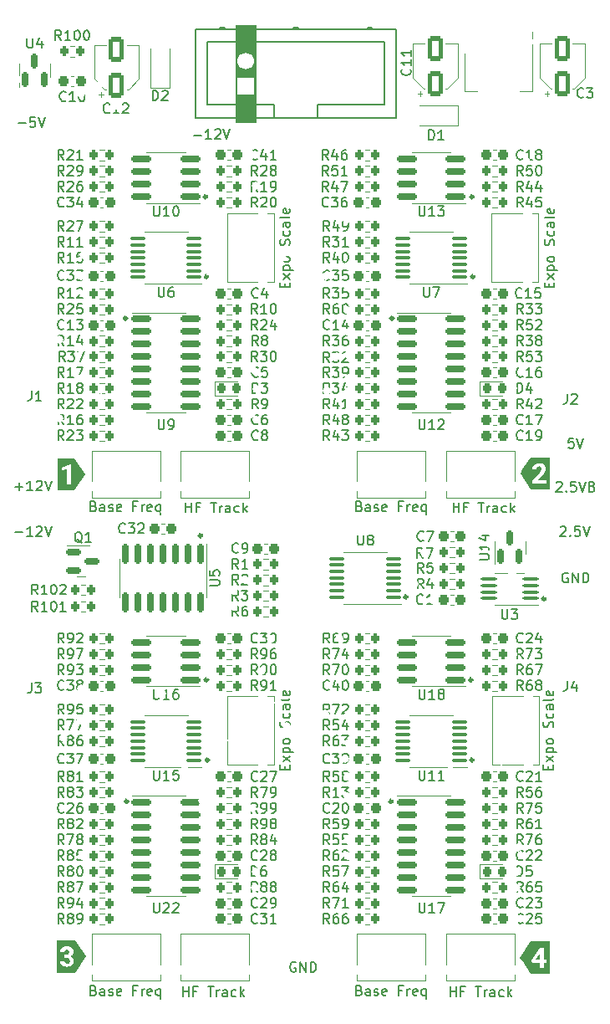
<source format=gbr>
%TF.GenerationSoftware,KiCad,Pcbnew,(6.0.11)*%
%TF.CreationDate,2023-04-16T18:13:22+01:00*%
%TF.ProjectId,Quadraphone,51756164-7261-4706-986f-6e652e6b6963,rev?*%
%TF.SameCoordinates,Original*%
%TF.FileFunction,Legend,Top*%
%TF.FilePolarity,Positive*%
%FSLAX46Y46*%
G04 Gerber Fmt 4.6, Leading zero omitted, Abs format (unit mm)*
G04 Created by KiCad (PCBNEW (6.0.11)) date 2023-04-16 18:13:22*
%MOMM*%
%LPD*%
G01*
G04 APERTURE LIST*
G04 Aperture macros list*
%AMRoundRect*
0 Rectangle with rounded corners*
0 $1 Rounding radius*
0 $2 $3 $4 $5 $6 $7 $8 $9 X,Y pos of 4 corners*
0 Add a 4 corners polygon primitive as box body*
4,1,4,$2,$3,$4,$5,$6,$7,$8,$9,$2,$3,0*
0 Add four circle primitives for the rounded corners*
1,1,$1+$1,$2,$3*
1,1,$1+$1,$4,$5*
1,1,$1+$1,$6,$7*
1,1,$1+$1,$8,$9*
0 Add four rect primitives between the rounded corners*
20,1,$1+$1,$2,$3,$4,$5,0*
20,1,$1+$1,$4,$5,$6,$7,0*
20,1,$1+$1,$6,$7,$8,$9,0*
20,1,$1+$1,$8,$9,$2,$3,0*%
G04 Aperture macros list end*
%ADD10C,0.300000*%
%ADD11C,0.150000*%
%ADD12C,0.120000*%
%ADD13C,0.100000*%
%ADD14RoundRect,0.237500X0.300000X0.237500X-0.300000X0.237500X-0.300000X-0.237500X0.300000X-0.237500X0*%
%ADD15C,2.000000*%
%ADD16C,1.440000*%
%ADD17RoundRect,0.218750X-0.218750X-0.256250X0.218750X-0.256250X0.218750X0.256250X-0.218750X0.256250X0*%
%ADD18RoundRect,0.200000X-0.200000X-0.275000X0.200000X-0.275000X0.200000X0.275000X-0.200000X0.275000X0*%
%ADD19RoundRect,0.237500X-0.300000X-0.237500X0.300000X-0.237500X0.300000X0.237500X-0.300000X0.237500X0*%
%ADD20RoundRect,0.200000X0.200000X0.275000X-0.200000X0.275000X-0.200000X-0.275000X0.200000X-0.275000X0*%
%ADD21RoundRect,0.150000X0.825000X0.150000X-0.825000X0.150000X-0.825000X-0.150000X0.825000X-0.150000X0*%
%ADD22RoundRect,0.150000X0.150000X-0.587500X0.150000X0.587500X-0.150000X0.587500X-0.150000X-0.587500X0*%
%ADD23RoundRect,0.150000X-0.150000X0.825000X-0.150000X-0.825000X0.150000X-0.825000X0.150000X0.825000X0*%
%ADD24RoundRect,0.100000X0.712500X0.100000X-0.712500X0.100000X-0.712500X-0.100000X0.712500X-0.100000X0*%
%ADD25RoundRect,0.100000X0.637500X0.100000X-0.637500X0.100000X-0.637500X-0.100000X0.637500X-0.100000X0*%
%ADD26RoundRect,0.250000X0.550000X-1.050000X0.550000X1.050000X-0.550000X1.050000X-0.550000X-1.050000X0*%
%ADD27RoundRect,0.150000X-0.587500X-0.150000X0.587500X-0.150000X0.587500X0.150000X-0.587500X0.150000X0*%
%ADD28R,1.200000X0.900000*%
%ADD29R,0.900000X1.200000*%
%ADD30RoundRect,0.150000X-0.825000X-0.150000X0.825000X-0.150000X0.825000X0.150000X-0.825000X0.150000X0*%
%ADD31R,1.700000X1.700000*%
%ADD32C,1.700000*%
%ADD33R,1.500000X2.000000*%
%ADD34R,3.800000X2.000000*%
%ADD35O,1.700000X1.700000*%
%ADD36C,0.800000*%
%ADD37C,0.900000*%
%ADD38C,1.000000*%
G04 APERTURE END LIST*
D10*
X97241421Y-67900000D02*
G75*
G03*
X97241421Y-67900000I-141421J0D01*
G01*
X70241421Y-67900000D02*
G75*
G03*
X70241421Y-67900000I-141421J0D01*
G01*
X104541421Y-108600000D02*
G75*
G03*
X104541421Y-108600000I-141421J0D01*
G01*
X90541421Y-108400000D02*
G75*
G03*
X90541421Y-108400000I-141421J0D01*
G01*
X97141421Y-116800000D02*
G75*
G03*
X97141421Y-116800000I-141421J0D01*
G01*
X70341421Y-76000000D02*
G75*
G03*
X70341421Y-76000000I-141421J0D01*
G01*
X89141421Y-80200000D02*
G75*
G03*
X89141421Y-80200000I-141421J0D01*
G01*
X70441421Y-124900000D02*
G75*
G03*
X70441421Y-124900000I-141421J0D01*
G01*
X70341421Y-116800000D02*
G75*
G03*
X70341421Y-116800000I-141421J0D01*
G01*
X89041421Y-129100000D02*
G75*
G03*
X89041421Y-129100000I-141421J0D01*
G01*
X62241421Y-129100000D02*
G75*
G03*
X62241421Y-129100000I-141421J0D01*
G01*
X62141421Y-80200000D02*
G75*
G03*
X62141421Y-80200000I-141421J0D01*
G01*
X69741421Y-102200000D02*
G75*
G03*
X69741421Y-102200000I-141421J0D01*
G01*
X97341421Y-76000000D02*
G75*
G03*
X97341421Y-76000000I-141421J0D01*
G01*
X97241421Y-124900000D02*
G75*
G03*
X97241421Y-124900000I-141421J0D01*
G01*
D11*
X105671428Y-96847619D02*
X105719047Y-96800000D01*
X105814285Y-96752380D01*
X106052380Y-96752380D01*
X106147619Y-96800000D01*
X106195238Y-96847619D01*
X106242857Y-96942857D01*
X106242857Y-97038095D01*
X106195238Y-97180952D01*
X105623809Y-97752380D01*
X106242857Y-97752380D01*
X106671428Y-97657142D02*
X106719047Y-97704761D01*
X106671428Y-97752380D01*
X106623809Y-97704761D01*
X106671428Y-97657142D01*
X106671428Y-97752380D01*
X107623809Y-96752380D02*
X107147619Y-96752380D01*
X107100000Y-97228571D01*
X107147619Y-97180952D01*
X107242857Y-97133333D01*
X107480952Y-97133333D01*
X107576190Y-97180952D01*
X107623809Y-97228571D01*
X107671428Y-97323809D01*
X107671428Y-97561904D01*
X107623809Y-97657142D01*
X107576190Y-97704761D01*
X107480952Y-97752380D01*
X107242857Y-97752380D01*
X107147619Y-97704761D01*
X107100000Y-97657142D01*
X107957142Y-96752380D02*
X108290476Y-97752380D01*
X108623809Y-96752380D01*
X109290476Y-97228571D02*
X109433333Y-97276190D01*
X109480952Y-97323809D01*
X109528571Y-97419047D01*
X109528571Y-97561904D01*
X109480952Y-97657142D01*
X109433333Y-97704761D01*
X109338095Y-97752380D01*
X108957142Y-97752380D01*
X108957142Y-96752380D01*
X109290476Y-96752380D01*
X109385714Y-96800000D01*
X109433333Y-96847619D01*
X109480952Y-96942857D01*
X109480952Y-97038095D01*
X109433333Y-97133333D01*
X109385714Y-97180952D01*
X109290476Y-97228571D01*
X108957142Y-97228571D01*
X67828571Y-148852380D02*
X67828571Y-147852380D01*
X67828571Y-148328571D02*
X68400000Y-148328571D01*
X68400000Y-148852380D02*
X68400000Y-147852380D01*
X69209523Y-148328571D02*
X68876190Y-148328571D01*
X68876190Y-148852380D02*
X68876190Y-147852380D01*
X69352380Y-147852380D01*
X70352380Y-147852380D02*
X70923809Y-147852380D01*
X70638095Y-148852380D02*
X70638095Y-147852380D01*
X71257142Y-148852380D02*
X71257142Y-148185714D01*
X71257142Y-148376190D02*
X71304761Y-148280952D01*
X71352380Y-148233333D01*
X71447619Y-148185714D01*
X71542857Y-148185714D01*
X72304761Y-148852380D02*
X72304761Y-148328571D01*
X72257142Y-148233333D01*
X72161904Y-148185714D01*
X71971428Y-148185714D01*
X71876190Y-148233333D01*
X72304761Y-148804761D02*
X72209523Y-148852380D01*
X71971428Y-148852380D01*
X71876190Y-148804761D01*
X71828571Y-148709523D01*
X71828571Y-148614285D01*
X71876190Y-148519047D01*
X71971428Y-148471428D01*
X72209523Y-148471428D01*
X72304761Y-148423809D01*
X73209523Y-148804761D02*
X73114285Y-148852380D01*
X72923809Y-148852380D01*
X72828571Y-148804761D01*
X72780952Y-148757142D01*
X72733333Y-148661904D01*
X72733333Y-148376190D01*
X72780952Y-148280952D01*
X72828571Y-148233333D01*
X72923809Y-148185714D01*
X73114285Y-148185714D01*
X73209523Y-148233333D01*
X73638095Y-148852380D02*
X73638095Y-147852380D01*
X73733333Y-148471428D02*
X74019047Y-148852380D01*
X74019047Y-148185714D02*
X73638095Y-148566666D01*
X107409523Y-92352380D02*
X106933333Y-92352380D01*
X106885714Y-92828571D01*
X106933333Y-92780952D01*
X107028571Y-92733333D01*
X107266666Y-92733333D01*
X107361904Y-92780952D01*
X107409523Y-92828571D01*
X107457142Y-92923809D01*
X107457142Y-93161904D01*
X107409523Y-93257142D01*
X107361904Y-93304761D01*
X107266666Y-93352380D01*
X107028571Y-93352380D01*
X106933333Y-93304761D01*
X106885714Y-93257142D01*
X107742857Y-92352380D02*
X108076190Y-93352380D01*
X108409523Y-92352380D01*
X94928571Y-148852380D02*
X94928571Y-147852380D01*
X94928571Y-148328571D02*
X95500000Y-148328571D01*
X95500000Y-148852380D02*
X95500000Y-147852380D01*
X96309523Y-148328571D02*
X95976190Y-148328571D01*
X95976190Y-148852380D02*
X95976190Y-147852380D01*
X96452380Y-147852380D01*
X97452380Y-147852380D02*
X98023809Y-147852380D01*
X97738095Y-148852380D02*
X97738095Y-147852380D01*
X98357142Y-148852380D02*
X98357142Y-148185714D01*
X98357142Y-148376190D02*
X98404761Y-148280952D01*
X98452380Y-148233333D01*
X98547619Y-148185714D01*
X98642857Y-148185714D01*
X99404761Y-148852380D02*
X99404761Y-148328571D01*
X99357142Y-148233333D01*
X99261904Y-148185714D01*
X99071428Y-148185714D01*
X98976190Y-148233333D01*
X99404761Y-148804761D02*
X99309523Y-148852380D01*
X99071428Y-148852380D01*
X98976190Y-148804761D01*
X98928571Y-148709523D01*
X98928571Y-148614285D01*
X98976190Y-148519047D01*
X99071428Y-148471428D01*
X99309523Y-148471428D01*
X99404761Y-148423809D01*
X100309523Y-148804761D02*
X100214285Y-148852380D01*
X100023809Y-148852380D01*
X99928571Y-148804761D01*
X99880952Y-148757142D01*
X99833333Y-148661904D01*
X99833333Y-148376190D01*
X99880952Y-148280952D01*
X99928571Y-148233333D01*
X100023809Y-148185714D01*
X100214285Y-148185714D01*
X100309523Y-148233333D01*
X100738095Y-148852380D02*
X100738095Y-147852380D01*
X100833333Y-148471428D02*
X101119047Y-148852380D01*
X101119047Y-148185714D02*
X100738095Y-148566666D01*
X95228571Y-99852380D02*
X95228571Y-98852380D01*
X95228571Y-99328571D02*
X95800000Y-99328571D01*
X95800000Y-99852380D02*
X95800000Y-98852380D01*
X96609523Y-99328571D02*
X96276190Y-99328571D01*
X96276190Y-99852380D02*
X96276190Y-98852380D01*
X96752380Y-98852380D01*
X97752380Y-98852380D02*
X98323809Y-98852380D01*
X98038095Y-99852380D02*
X98038095Y-98852380D01*
X98657142Y-99852380D02*
X98657142Y-99185714D01*
X98657142Y-99376190D02*
X98704761Y-99280952D01*
X98752380Y-99233333D01*
X98847619Y-99185714D01*
X98942857Y-99185714D01*
X99704761Y-99852380D02*
X99704761Y-99328571D01*
X99657142Y-99233333D01*
X99561904Y-99185714D01*
X99371428Y-99185714D01*
X99276190Y-99233333D01*
X99704761Y-99804761D02*
X99609523Y-99852380D01*
X99371428Y-99852380D01*
X99276190Y-99804761D01*
X99228571Y-99709523D01*
X99228571Y-99614285D01*
X99276190Y-99519047D01*
X99371428Y-99471428D01*
X99609523Y-99471428D01*
X99704761Y-99423809D01*
X100609523Y-99804761D02*
X100514285Y-99852380D01*
X100323809Y-99852380D01*
X100228571Y-99804761D01*
X100180952Y-99757142D01*
X100133333Y-99661904D01*
X100133333Y-99376190D01*
X100180952Y-99280952D01*
X100228571Y-99233333D01*
X100323809Y-99185714D01*
X100514285Y-99185714D01*
X100609523Y-99233333D01*
X101038095Y-99852380D02*
X101038095Y-98852380D01*
X101133333Y-99471428D02*
X101419047Y-99852380D01*
X101419047Y-99185714D02*
X101038095Y-99566666D01*
X68128571Y-99852380D02*
X68128571Y-98852380D01*
X68128571Y-99328571D02*
X68700000Y-99328571D01*
X68700000Y-99852380D02*
X68700000Y-98852380D01*
X69509523Y-99328571D02*
X69176190Y-99328571D01*
X69176190Y-99852380D02*
X69176190Y-98852380D01*
X69652380Y-98852380D01*
X70652380Y-98852380D02*
X71223809Y-98852380D01*
X70938095Y-99852380D02*
X70938095Y-98852380D01*
X71557142Y-99852380D02*
X71557142Y-99185714D01*
X71557142Y-99376190D02*
X71604761Y-99280952D01*
X71652380Y-99233333D01*
X71747619Y-99185714D01*
X71842857Y-99185714D01*
X72604761Y-99852380D02*
X72604761Y-99328571D01*
X72557142Y-99233333D01*
X72461904Y-99185714D01*
X72271428Y-99185714D01*
X72176190Y-99233333D01*
X72604761Y-99804761D02*
X72509523Y-99852380D01*
X72271428Y-99852380D01*
X72176190Y-99804761D01*
X72128571Y-99709523D01*
X72128571Y-99614285D01*
X72176190Y-99519047D01*
X72271428Y-99471428D01*
X72509523Y-99471428D01*
X72604761Y-99423809D01*
X73509523Y-99804761D02*
X73414285Y-99852380D01*
X73223809Y-99852380D01*
X73128571Y-99804761D01*
X73080952Y-99757142D01*
X73033333Y-99661904D01*
X73033333Y-99376190D01*
X73080952Y-99280952D01*
X73128571Y-99233333D01*
X73223809Y-99185714D01*
X73414285Y-99185714D01*
X73509523Y-99233333D01*
X73938095Y-99852380D02*
X73938095Y-98852380D01*
X74033333Y-99471428D02*
X74319047Y-99852380D01*
X74319047Y-99185714D02*
X73938095Y-99566666D01*
X106838095Y-106000000D02*
X106742857Y-105952380D01*
X106600000Y-105952380D01*
X106457142Y-106000000D01*
X106361904Y-106095238D01*
X106314285Y-106190476D01*
X106266666Y-106380952D01*
X106266666Y-106523809D01*
X106314285Y-106714285D01*
X106361904Y-106809523D01*
X106457142Y-106904761D01*
X106600000Y-106952380D01*
X106695238Y-106952380D01*
X106838095Y-106904761D01*
X106885714Y-106857142D01*
X106885714Y-106523809D01*
X106695238Y-106523809D01*
X107314285Y-106952380D02*
X107314285Y-105952380D01*
X107885714Y-106952380D01*
X107885714Y-105952380D01*
X108361904Y-106952380D02*
X108361904Y-105952380D01*
X108600000Y-105952380D01*
X108742857Y-106000000D01*
X108838095Y-106095238D01*
X108885714Y-106190476D01*
X108933333Y-106380952D01*
X108933333Y-106523809D01*
X108885714Y-106714285D01*
X108838095Y-106809523D01*
X108742857Y-106904761D01*
X108600000Y-106952380D01*
X108361904Y-106952380D01*
X104928571Y-77052380D02*
X104928571Y-76719047D01*
X105452380Y-76576190D02*
X105452380Y-77052380D01*
X104452380Y-77052380D01*
X104452380Y-76576190D01*
X105452380Y-76242857D02*
X104785714Y-75719047D01*
X104785714Y-76242857D02*
X105452380Y-75719047D01*
X104785714Y-75338095D02*
X105785714Y-75338095D01*
X104833333Y-75338095D02*
X104785714Y-75242857D01*
X104785714Y-75052380D01*
X104833333Y-74957142D01*
X104880952Y-74909523D01*
X104976190Y-74861904D01*
X105261904Y-74861904D01*
X105357142Y-74909523D01*
X105404761Y-74957142D01*
X105452380Y-75052380D01*
X105452380Y-75242857D01*
X105404761Y-75338095D01*
X105452380Y-74290476D02*
X105404761Y-74385714D01*
X105357142Y-74433333D01*
X105261904Y-74480952D01*
X104976190Y-74480952D01*
X104880952Y-74433333D01*
X104833333Y-74385714D01*
X104785714Y-74290476D01*
X104785714Y-74147619D01*
X104833333Y-74052380D01*
X104880952Y-74004761D01*
X104976190Y-73957142D01*
X105261904Y-73957142D01*
X105357142Y-74004761D01*
X105404761Y-74052380D01*
X105452380Y-74147619D01*
X105452380Y-74290476D01*
X105404761Y-72814285D02*
X105452380Y-72671428D01*
X105452380Y-72433333D01*
X105404761Y-72338095D01*
X105357142Y-72290476D01*
X105261904Y-72242857D01*
X105166666Y-72242857D01*
X105071428Y-72290476D01*
X105023809Y-72338095D01*
X104976190Y-72433333D01*
X104928571Y-72623809D01*
X104880952Y-72719047D01*
X104833333Y-72766666D01*
X104738095Y-72814285D01*
X104642857Y-72814285D01*
X104547619Y-72766666D01*
X104500000Y-72719047D01*
X104452380Y-72623809D01*
X104452380Y-72385714D01*
X104500000Y-72242857D01*
X105404761Y-71385714D02*
X105452380Y-71480952D01*
X105452380Y-71671428D01*
X105404761Y-71766666D01*
X105357142Y-71814285D01*
X105261904Y-71861904D01*
X104976190Y-71861904D01*
X104880952Y-71814285D01*
X104833333Y-71766666D01*
X104785714Y-71671428D01*
X104785714Y-71480952D01*
X104833333Y-71385714D01*
X105452380Y-70528571D02*
X104928571Y-70528571D01*
X104833333Y-70576190D01*
X104785714Y-70671428D01*
X104785714Y-70861904D01*
X104833333Y-70957142D01*
X105404761Y-70528571D02*
X105452380Y-70623809D01*
X105452380Y-70861904D01*
X105404761Y-70957142D01*
X105309523Y-71004761D01*
X105214285Y-71004761D01*
X105119047Y-70957142D01*
X105071428Y-70861904D01*
X105071428Y-70623809D01*
X105023809Y-70528571D01*
X105452380Y-69909523D02*
X105404761Y-70004761D01*
X105309523Y-70052380D01*
X104452380Y-70052380D01*
X105404761Y-69147619D02*
X105452380Y-69242857D01*
X105452380Y-69433333D01*
X105404761Y-69528571D01*
X105309523Y-69576190D01*
X104928571Y-69576190D01*
X104833333Y-69528571D01*
X104785714Y-69433333D01*
X104785714Y-69242857D01*
X104833333Y-69147619D01*
X104928571Y-69100000D01*
X105023809Y-69100000D01*
X105119047Y-69576190D01*
X85685714Y-99228571D02*
X85828571Y-99276190D01*
X85876190Y-99323809D01*
X85923809Y-99419047D01*
X85923809Y-99561904D01*
X85876190Y-99657142D01*
X85828571Y-99704761D01*
X85733333Y-99752380D01*
X85352380Y-99752380D01*
X85352380Y-98752380D01*
X85685714Y-98752380D01*
X85780952Y-98800000D01*
X85828571Y-98847619D01*
X85876190Y-98942857D01*
X85876190Y-99038095D01*
X85828571Y-99133333D01*
X85780952Y-99180952D01*
X85685714Y-99228571D01*
X85352380Y-99228571D01*
X86780952Y-99752380D02*
X86780952Y-99228571D01*
X86733333Y-99133333D01*
X86638095Y-99085714D01*
X86447619Y-99085714D01*
X86352380Y-99133333D01*
X86780952Y-99704761D02*
X86685714Y-99752380D01*
X86447619Y-99752380D01*
X86352380Y-99704761D01*
X86304761Y-99609523D01*
X86304761Y-99514285D01*
X86352380Y-99419047D01*
X86447619Y-99371428D01*
X86685714Y-99371428D01*
X86780952Y-99323809D01*
X87209523Y-99704761D02*
X87304761Y-99752380D01*
X87495238Y-99752380D01*
X87590476Y-99704761D01*
X87638095Y-99609523D01*
X87638095Y-99561904D01*
X87590476Y-99466666D01*
X87495238Y-99419047D01*
X87352380Y-99419047D01*
X87257142Y-99371428D01*
X87209523Y-99276190D01*
X87209523Y-99228571D01*
X87257142Y-99133333D01*
X87352380Y-99085714D01*
X87495238Y-99085714D01*
X87590476Y-99133333D01*
X88447619Y-99704761D02*
X88352380Y-99752380D01*
X88161904Y-99752380D01*
X88066666Y-99704761D01*
X88019047Y-99609523D01*
X88019047Y-99228571D01*
X88066666Y-99133333D01*
X88161904Y-99085714D01*
X88352380Y-99085714D01*
X88447619Y-99133333D01*
X88495238Y-99228571D01*
X88495238Y-99323809D01*
X88019047Y-99419047D01*
X90019047Y-99228571D02*
X89685714Y-99228571D01*
X89685714Y-99752380D02*
X89685714Y-98752380D01*
X90161904Y-98752380D01*
X90542857Y-99752380D02*
X90542857Y-99085714D01*
X90542857Y-99276190D02*
X90590476Y-99180952D01*
X90638095Y-99133333D01*
X90733333Y-99085714D01*
X90828571Y-99085714D01*
X91542857Y-99704761D02*
X91447619Y-99752380D01*
X91257142Y-99752380D01*
X91161904Y-99704761D01*
X91114285Y-99609523D01*
X91114285Y-99228571D01*
X91161904Y-99133333D01*
X91257142Y-99085714D01*
X91447619Y-99085714D01*
X91542857Y-99133333D01*
X91590476Y-99228571D01*
X91590476Y-99323809D01*
X91114285Y-99419047D01*
X92447619Y-99085714D02*
X92447619Y-100085714D01*
X92447619Y-99704761D02*
X92352380Y-99752380D01*
X92161904Y-99752380D01*
X92066666Y-99704761D01*
X92019047Y-99657142D01*
X91971428Y-99561904D01*
X91971428Y-99276190D01*
X92019047Y-99180952D01*
X92066666Y-99133333D01*
X92161904Y-99085714D01*
X92352380Y-99085714D01*
X92447619Y-99133333D01*
X104828571Y-125852380D02*
X104828571Y-125519047D01*
X105352380Y-125376190D02*
X105352380Y-125852380D01*
X104352380Y-125852380D01*
X104352380Y-125376190D01*
X105352380Y-125042857D02*
X104685714Y-124519047D01*
X104685714Y-125042857D02*
X105352380Y-124519047D01*
X104685714Y-124138095D02*
X105685714Y-124138095D01*
X104733333Y-124138095D02*
X104685714Y-124042857D01*
X104685714Y-123852380D01*
X104733333Y-123757142D01*
X104780952Y-123709523D01*
X104876190Y-123661904D01*
X105161904Y-123661904D01*
X105257142Y-123709523D01*
X105304761Y-123757142D01*
X105352380Y-123852380D01*
X105352380Y-124042857D01*
X105304761Y-124138095D01*
X105352380Y-123090476D02*
X105304761Y-123185714D01*
X105257142Y-123233333D01*
X105161904Y-123280952D01*
X104876190Y-123280952D01*
X104780952Y-123233333D01*
X104733333Y-123185714D01*
X104685714Y-123090476D01*
X104685714Y-122947619D01*
X104733333Y-122852380D01*
X104780952Y-122804761D01*
X104876190Y-122757142D01*
X105161904Y-122757142D01*
X105257142Y-122804761D01*
X105304761Y-122852380D01*
X105352380Y-122947619D01*
X105352380Y-123090476D01*
X105304761Y-121614285D02*
X105352380Y-121471428D01*
X105352380Y-121233333D01*
X105304761Y-121138095D01*
X105257142Y-121090476D01*
X105161904Y-121042857D01*
X105066666Y-121042857D01*
X104971428Y-121090476D01*
X104923809Y-121138095D01*
X104876190Y-121233333D01*
X104828571Y-121423809D01*
X104780952Y-121519047D01*
X104733333Y-121566666D01*
X104638095Y-121614285D01*
X104542857Y-121614285D01*
X104447619Y-121566666D01*
X104400000Y-121519047D01*
X104352380Y-121423809D01*
X104352380Y-121185714D01*
X104400000Y-121042857D01*
X105304761Y-120185714D02*
X105352380Y-120280952D01*
X105352380Y-120471428D01*
X105304761Y-120566666D01*
X105257142Y-120614285D01*
X105161904Y-120661904D01*
X104876190Y-120661904D01*
X104780952Y-120614285D01*
X104733333Y-120566666D01*
X104685714Y-120471428D01*
X104685714Y-120280952D01*
X104733333Y-120185714D01*
X105352380Y-119328571D02*
X104828571Y-119328571D01*
X104733333Y-119376190D01*
X104685714Y-119471428D01*
X104685714Y-119661904D01*
X104733333Y-119757142D01*
X105304761Y-119328571D02*
X105352380Y-119423809D01*
X105352380Y-119661904D01*
X105304761Y-119757142D01*
X105209523Y-119804761D01*
X105114285Y-119804761D01*
X105019047Y-119757142D01*
X104971428Y-119661904D01*
X104971428Y-119423809D01*
X104923809Y-119328571D01*
X105352380Y-118709523D02*
X105304761Y-118804761D01*
X105209523Y-118852380D01*
X104352380Y-118852380D01*
X105304761Y-117947619D02*
X105352380Y-118042857D01*
X105352380Y-118233333D01*
X105304761Y-118328571D01*
X105209523Y-118376190D01*
X104828571Y-118376190D01*
X104733333Y-118328571D01*
X104685714Y-118233333D01*
X104685714Y-118042857D01*
X104733333Y-117947619D01*
X104828571Y-117900000D01*
X104923809Y-117900000D01*
X105019047Y-118376190D01*
X51114285Y-60471428D02*
X51876190Y-60471428D01*
X52828571Y-59852380D02*
X52352380Y-59852380D01*
X52304761Y-60328571D01*
X52352380Y-60280952D01*
X52447619Y-60233333D01*
X52685714Y-60233333D01*
X52780952Y-60280952D01*
X52828571Y-60328571D01*
X52876190Y-60423809D01*
X52876190Y-60661904D01*
X52828571Y-60757142D01*
X52780952Y-60804761D01*
X52685714Y-60852380D01*
X52447619Y-60852380D01*
X52352380Y-60804761D01*
X52304761Y-60757142D01*
X53161904Y-59852380D02*
X53495238Y-60852380D01*
X53828571Y-59852380D01*
X79238095Y-145400000D02*
X79142857Y-145352380D01*
X79000000Y-145352380D01*
X78857142Y-145400000D01*
X78761904Y-145495238D01*
X78714285Y-145590476D01*
X78666666Y-145780952D01*
X78666666Y-145923809D01*
X78714285Y-146114285D01*
X78761904Y-146209523D01*
X78857142Y-146304761D01*
X79000000Y-146352380D01*
X79095238Y-146352380D01*
X79238095Y-146304761D01*
X79285714Y-146257142D01*
X79285714Y-145923809D01*
X79095238Y-145923809D01*
X79714285Y-146352380D02*
X79714285Y-145352380D01*
X80285714Y-146352380D01*
X80285714Y-145352380D01*
X80761904Y-146352380D02*
X80761904Y-145352380D01*
X81000000Y-145352380D01*
X81142857Y-145400000D01*
X81238095Y-145495238D01*
X81285714Y-145590476D01*
X81333333Y-145780952D01*
X81333333Y-145923809D01*
X81285714Y-146114285D01*
X81238095Y-146209523D01*
X81142857Y-146304761D01*
X81000000Y-146352380D01*
X80761904Y-146352380D01*
X78128571Y-125852380D02*
X78128571Y-125519047D01*
X78652380Y-125376190D02*
X78652380Y-125852380D01*
X77652380Y-125852380D01*
X77652380Y-125376190D01*
X78652380Y-125042857D02*
X77985714Y-124519047D01*
X77985714Y-125042857D02*
X78652380Y-124519047D01*
X77985714Y-124138095D02*
X78985714Y-124138095D01*
X78033333Y-124138095D02*
X77985714Y-124042857D01*
X77985714Y-123852380D01*
X78033333Y-123757142D01*
X78080952Y-123709523D01*
X78176190Y-123661904D01*
X78461904Y-123661904D01*
X78557142Y-123709523D01*
X78604761Y-123757142D01*
X78652380Y-123852380D01*
X78652380Y-124042857D01*
X78604761Y-124138095D01*
X78652380Y-123090476D02*
X78604761Y-123185714D01*
X78557142Y-123233333D01*
X78461904Y-123280952D01*
X78176190Y-123280952D01*
X78080952Y-123233333D01*
X78033333Y-123185714D01*
X77985714Y-123090476D01*
X77985714Y-122947619D01*
X78033333Y-122852380D01*
X78080952Y-122804761D01*
X78176190Y-122757142D01*
X78461904Y-122757142D01*
X78557142Y-122804761D01*
X78604761Y-122852380D01*
X78652380Y-122947619D01*
X78652380Y-123090476D01*
X78604761Y-121614285D02*
X78652380Y-121471428D01*
X78652380Y-121233333D01*
X78604761Y-121138095D01*
X78557142Y-121090476D01*
X78461904Y-121042857D01*
X78366666Y-121042857D01*
X78271428Y-121090476D01*
X78223809Y-121138095D01*
X78176190Y-121233333D01*
X78128571Y-121423809D01*
X78080952Y-121519047D01*
X78033333Y-121566666D01*
X77938095Y-121614285D01*
X77842857Y-121614285D01*
X77747619Y-121566666D01*
X77700000Y-121519047D01*
X77652380Y-121423809D01*
X77652380Y-121185714D01*
X77700000Y-121042857D01*
X78604761Y-120185714D02*
X78652380Y-120280952D01*
X78652380Y-120471428D01*
X78604761Y-120566666D01*
X78557142Y-120614285D01*
X78461904Y-120661904D01*
X78176190Y-120661904D01*
X78080952Y-120614285D01*
X78033333Y-120566666D01*
X77985714Y-120471428D01*
X77985714Y-120280952D01*
X78033333Y-120185714D01*
X78652380Y-119328571D02*
X78128571Y-119328571D01*
X78033333Y-119376190D01*
X77985714Y-119471428D01*
X77985714Y-119661904D01*
X78033333Y-119757142D01*
X78604761Y-119328571D02*
X78652380Y-119423809D01*
X78652380Y-119661904D01*
X78604761Y-119757142D01*
X78509523Y-119804761D01*
X78414285Y-119804761D01*
X78319047Y-119757142D01*
X78271428Y-119661904D01*
X78271428Y-119423809D01*
X78223809Y-119328571D01*
X78652380Y-118709523D02*
X78604761Y-118804761D01*
X78509523Y-118852380D01*
X77652380Y-118852380D01*
X78604761Y-117947619D02*
X78652380Y-118042857D01*
X78652380Y-118233333D01*
X78604761Y-118328571D01*
X78509523Y-118376190D01*
X78128571Y-118376190D01*
X78033333Y-118328571D01*
X77985714Y-118233333D01*
X77985714Y-118042857D01*
X78033333Y-117947619D01*
X78128571Y-117900000D01*
X78223809Y-117900000D01*
X78319047Y-118376190D01*
X78128571Y-77052380D02*
X78128571Y-76719047D01*
X78652380Y-76576190D02*
X78652380Y-77052380D01*
X77652380Y-77052380D01*
X77652380Y-76576190D01*
X78652380Y-76242857D02*
X77985714Y-75719047D01*
X77985714Y-76242857D02*
X78652380Y-75719047D01*
X77985714Y-75338095D02*
X78985714Y-75338095D01*
X78033333Y-75338095D02*
X77985714Y-75242857D01*
X77985714Y-75052380D01*
X78033333Y-74957142D01*
X78080952Y-74909523D01*
X78176190Y-74861904D01*
X78461904Y-74861904D01*
X78557142Y-74909523D01*
X78604761Y-74957142D01*
X78652380Y-75052380D01*
X78652380Y-75242857D01*
X78604761Y-75338095D01*
X78652380Y-74290476D02*
X78604761Y-74385714D01*
X78557142Y-74433333D01*
X78461904Y-74480952D01*
X78176190Y-74480952D01*
X78080952Y-74433333D01*
X78033333Y-74385714D01*
X77985714Y-74290476D01*
X77985714Y-74147619D01*
X78033333Y-74052380D01*
X78080952Y-74004761D01*
X78176190Y-73957142D01*
X78461904Y-73957142D01*
X78557142Y-74004761D01*
X78604761Y-74052380D01*
X78652380Y-74147619D01*
X78652380Y-74290476D01*
X78604761Y-72814285D02*
X78652380Y-72671428D01*
X78652380Y-72433333D01*
X78604761Y-72338095D01*
X78557142Y-72290476D01*
X78461904Y-72242857D01*
X78366666Y-72242857D01*
X78271428Y-72290476D01*
X78223809Y-72338095D01*
X78176190Y-72433333D01*
X78128571Y-72623809D01*
X78080952Y-72719047D01*
X78033333Y-72766666D01*
X77938095Y-72814285D01*
X77842857Y-72814285D01*
X77747619Y-72766666D01*
X77700000Y-72719047D01*
X77652380Y-72623809D01*
X77652380Y-72385714D01*
X77700000Y-72242857D01*
X78604761Y-71385714D02*
X78652380Y-71480952D01*
X78652380Y-71671428D01*
X78604761Y-71766666D01*
X78557142Y-71814285D01*
X78461904Y-71861904D01*
X78176190Y-71861904D01*
X78080952Y-71814285D01*
X78033333Y-71766666D01*
X77985714Y-71671428D01*
X77985714Y-71480952D01*
X78033333Y-71385714D01*
X78652380Y-70528571D02*
X78128571Y-70528571D01*
X78033333Y-70576190D01*
X77985714Y-70671428D01*
X77985714Y-70861904D01*
X78033333Y-70957142D01*
X78604761Y-70528571D02*
X78652380Y-70623809D01*
X78652380Y-70861904D01*
X78604761Y-70957142D01*
X78509523Y-71004761D01*
X78414285Y-71004761D01*
X78319047Y-70957142D01*
X78271428Y-70861904D01*
X78271428Y-70623809D01*
X78223809Y-70528571D01*
X78652380Y-69909523D02*
X78604761Y-70004761D01*
X78509523Y-70052380D01*
X77652380Y-70052380D01*
X78604761Y-69147619D02*
X78652380Y-69242857D01*
X78652380Y-69433333D01*
X78604761Y-69528571D01*
X78509523Y-69576190D01*
X78128571Y-69576190D01*
X78033333Y-69528571D01*
X77985714Y-69433333D01*
X77985714Y-69242857D01*
X78033333Y-69147619D01*
X78128571Y-69100000D01*
X78223809Y-69100000D01*
X78319047Y-69576190D01*
X85685714Y-148228571D02*
X85828571Y-148276190D01*
X85876190Y-148323809D01*
X85923809Y-148419047D01*
X85923809Y-148561904D01*
X85876190Y-148657142D01*
X85828571Y-148704761D01*
X85733333Y-148752380D01*
X85352380Y-148752380D01*
X85352380Y-147752380D01*
X85685714Y-147752380D01*
X85780952Y-147800000D01*
X85828571Y-147847619D01*
X85876190Y-147942857D01*
X85876190Y-148038095D01*
X85828571Y-148133333D01*
X85780952Y-148180952D01*
X85685714Y-148228571D01*
X85352380Y-148228571D01*
X86780952Y-148752380D02*
X86780952Y-148228571D01*
X86733333Y-148133333D01*
X86638095Y-148085714D01*
X86447619Y-148085714D01*
X86352380Y-148133333D01*
X86780952Y-148704761D02*
X86685714Y-148752380D01*
X86447619Y-148752380D01*
X86352380Y-148704761D01*
X86304761Y-148609523D01*
X86304761Y-148514285D01*
X86352380Y-148419047D01*
X86447619Y-148371428D01*
X86685714Y-148371428D01*
X86780952Y-148323809D01*
X87209523Y-148704761D02*
X87304761Y-148752380D01*
X87495238Y-148752380D01*
X87590476Y-148704761D01*
X87638095Y-148609523D01*
X87638095Y-148561904D01*
X87590476Y-148466666D01*
X87495238Y-148419047D01*
X87352380Y-148419047D01*
X87257142Y-148371428D01*
X87209523Y-148276190D01*
X87209523Y-148228571D01*
X87257142Y-148133333D01*
X87352380Y-148085714D01*
X87495238Y-148085714D01*
X87590476Y-148133333D01*
X88447619Y-148704761D02*
X88352380Y-148752380D01*
X88161904Y-148752380D01*
X88066666Y-148704761D01*
X88019047Y-148609523D01*
X88019047Y-148228571D01*
X88066666Y-148133333D01*
X88161904Y-148085714D01*
X88352380Y-148085714D01*
X88447619Y-148133333D01*
X88495238Y-148228571D01*
X88495238Y-148323809D01*
X88019047Y-148419047D01*
X90019047Y-148228571D02*
X89685714Y-148228571D01*
X89685714Y-148752380D02*
X89685714Y-147752380D01*
X90161904Y-147752380D01*
X90542857Y-148752380D02*
X90542857Y-148085714D01*
X90542857Y-148276190D02*
X90590476Y-148180952D01*
X90638095Y-148133333D01*
X90733333Y-148085714D01*
X90828571Y-148085714D01*
X91542857Y-148704761D02*
X91447619Y-148752380D01*
X91257142Y-148752380D01*
X91161904Y-148704761D01*
X91114285Y-148609523D01*
X91114285Y-148228571D01*
X91161904Y-148133333D01*
X91257142Y-148085714D01*
X91447619Y-148085714D01*
X91542857Y-148133333D01*
X91590476Y-148228571D01*
X91590476Y-148323809D01*
X91114285Y-148419047D01*
X92447619Y-148085714D02*
X92447619Y-149085714D01*
X92447619Y-148704761D02*
X92352380Y-148752380D01*
X92161904Y-148752380D01*
X92066666Y-148704761D01*
X92019047Y-148657142D01*
X91971428Y-148561904D01*
X91971428Y-148276190D01*
X92019047Y-148180952D01*
X92066666Y-148133333D01*
X92161904Y-148085714D01*
X92352380Y-148085714D01*
X92447619Y-148133333D01*
X106071428Y-101347619D02*
X106119047Y-101300000D01*
X106214285Y-101252380D01*
X106452380Y-101252380D01*
X106547619Y-101300000D01*
X106595238Y-101347619D01*
X106642857Y-101442857D01*
X106642857Y-101538095D01*
X106595238Y-101680952D01*
X106023809Y-102252380D01*
X106642857Y-102252380D01*
X107071428Y-102157142D02*
X107119047Y-102204761D01*
X107071428Y-102252380D01*
X107023809Y-102204761D01*
X107071428Y-102157142D01*
X107071428Y-102252380D01*
X108023809Y-101252380D02*
X107547619Y-101252380D01*
X107500000Y-101728571D01*
X107547619Y-101680952D01*
X107642857Y-101633333D01*
X107880952Y-101633333D01*
X107976190Y-101680952D01*
X108023809Y-101728571D01*
X108071428Y-101823809D01*
X108071428Y-102061904D01*
X108023809Y-102157142D01*
X107976190Y-102204761D01*
X107880952Y-102252380D01*
X107642857Y-102252380D01*
X107547619Y-102204761D01*
X107500000Y-102157142D01*
X108357142Y-101252380D02*
X108690476Y-102252380D01*
X109023809Y-101252380D01*
X58785714Y-148228571D02*
X58928571Y-148276190D01*
X58976190Y-148323809D01*
X59023809Y-148419047D01*
X59023809Y-148561904D01*
X58976190Y-148657142D01*
X58928571Y-148704761D01*
X58833333Y-148752380D01*
X58452380Y-148752380D01*
X58452380Y-147752380D01*
X58785714Y-147752380D01*
X58880952Y-147800000D01*
X58928571Y-147847619D01*
X58976190Y-147942857D01*
X58976190Y-148038095D01*
X58928571Y-148133333D01*
X58880952Y-148180952D01*
X58785714Y-148228571D01*
X58452380Y-148228571D01*
X59880952Y-148752380D02*
X59880952Y-148228571D01*
X59833333Y-148133333D01*
X59738095Y-148085714D01*
X59547619Y-148085714D01*
X59452380Y-148133333D01*
X59880952Y-148704761D02*
X59785714Y-148752380D01*
X59547619Y-148752380D01*
X59452380Y-148704761D01*
X59404761Y-148609523D01*
X59404761Y-148514285D01*
X59452380Y-148419047D01*
X59547619Y-148371428D01*
X59785714Y-148371428D01*
X59880952Y-148323809D01*
X60309523Y-148704761D02*
X60404761Y-148752380D01*
X60595238Y-148752380D01*
X60690476Y-148704761D01*
X60738095Y-148609523D01*
X60738095Y-148561904D01*
X60690476Y-148466666D01*
X60595238Y-148419047D01*
X60452380Y-148419047D01*
X60357142Y-148371428D01*
X60309523Y-148276190D01*
X60309523Y-148228571D01*
X60357142Y-148133333D01*
X60452380Y-148085714D01*
X60595238Y-148085714D01*
X60690476Y-148133333D01*
X61547619Y-148704761D02*
X61452380Y-148752380D01*
X61261904Y-148752380D01*
X61166666Y-148704761D01*
X61119047Y-148609523D01*
X61119047Y-148228571D01*
X61166666Y-148133333D01*
X61261904Y-148085714D01*
X61452380Y-148085714D01*
X61547619Y-148133333D01*
X61595238Y-148228571D01*
X61595238Y-148323809D01*
X61119047Y-148419047D01*
X63119047Y-148228571D02*
X62785714Y-148228571D01*
X62785714Y-148752380D02*
X62785714Y-147752380D01*
X63261904Y-147752380D01*
X63642857Y-148752380D02*
X63642857Y-148085714D01*
X63642857Y-148276190D02*
X63690476Y-148180952D01*
X63738095Y-148133333D01*
X63833333Y-148085714D01*
X63928571Y-148085714D01*
X64642857Y-148704761D02*
X64547619Y-148752380D01*
X64357142Y-148752380D01*
X64261904Y-148704761D01*
X64214285Y-148609523D01*
X64214285Y-148228571D01*
X64261904Y-148133333D01*
X64357142Y-148085714D01*
X64547619Y-148085714D01*
X64642857Y-148133333D01*
X64690476Y-148228571D01*
X64690476Y-148323809D01*
X64214285Y-148419047D01*
X65547619Y-148085714D02*
X65547619Y-149085714D01*
X65547619Y-148704761D02*
X65452380Y-148752380D01*
X65261904Y-148752380D01*
X65166666Y-148704761D01*
X65119047Y-148657142D01*
X65071428Y-148561904D01*
X65071428Y-148276190D01*
X65119047Y-148180952D01*
X65166666Y-148133333D01*
X65261904Y-148085714D01*
X65452380Y-148085714D01*
X65547619Y-148133333D01*
X50838095Y-101871428D02*
X51600000Y-101871428D01*
X52600000Y-102252380D02*
X52028571Y-102252380D01*
X52314285Y-102252380D02*
X52314285Y-101252380D01*
X52219047Y-101395238D01*
X52123809Y-101490476D01*
X52028571Y-101538095D01*
X52980952Y-101347619D02*
X53028571Y-101300000D01*
X53123809Y-101252380D01*
X53361904Y-101252380D01*
X53457142Y-101300000D01*
X53504761Y-101347619D01*
X53552380Y-101442857D01*
X53552380Y-101538095D01*
X53504761Y-101680952D01*
X52933333Y-102252380D01*
X53552380Y-102252380D01*
X53838095Y-101252380D02*
X54171428Y-102252380D01*
X54504761Y-101252380D01*
X58785714Y-99228571D02*
X58928571Y-99276190D01*
X58976190Y-99323809D01*
X59023809Y-99419047D01*
X59023809Y-99561904D01*
X58976190Y-99657142D01*
X58928571Y-99704761D01*
X58833333Y-99752380D01*
X58452380Y-99752380D01*
X58452380Y-98752380D01*
X58785714Y-98752380D01*
X58880952Y-98800000D01*
X58928571Y-98847619D01*
X58976190Y-98942857D01*
X58976190Y-99038095D01*
X58928571Y-99133333D01*
X58880952Y-99180952D01*
X58785714Y-99228571D01*
X58452380Y-99228571D01*
X59880952Y-99752380D02*
X59880952Y-99228571D01*
X59833333Y-99133333D01*
X59738095Y-99085714D01*
X59547619Y-99085714D01*
X59452380Y-99133333D01*
X59880952Y-99704761D02*
X59785714Y-99752380D01*
X59547619Y-99752380D01*
X59452380Y-99704761D01*
X59404761Y-99609523D01*
X59404761Y-99514285D01*
X59452380Y-99419047D01*
X59547619Y-99371428D01*
X59785714Y-99371428D01*
X59880952Y-99323809D01*
X60309523Y-99704761D02*
X60404761Y-99752380D01*
X60595238Y-99752380D01*
X60690476Y-99704761D01*
X60738095Y-99609523D01*
X60738095Y-99561904D01*
X60690476Y-99466666D01*
X60595238Y-99419047D01*
X60452380Y-99419047D01*
X60357142Y-99371428D01*
X60309523Y-99276190D01*
X60309523Y-99228571D01*
X60357142Y-99133333D01*
X60452380Y-99085714D01*
X60595238Y-99085714D01*
X60690476Y-99133333D01*
X61547619Y-99704761D02*
X61452380Y-99752380D01*
X61261904Y-99752380D01*
X61166666Y-99704761D01*
X61119047Y-99609523D01*
X61119047Y-99228571D01*
X61166666Y-99133333D01*
X61261904Y-99085714D01*
X61452380Y-99085714D01*
X61547619Y-99133333D01*
X61595238Y-99228571D01*
X61595238Y-99323809D01*
X61119047Y-99419047D01*
X63119047Y-99228571D02*
X62785714Y-99228571D01*
X62785714Y-99752380D02*
X62785714Y-98752380D01*
X63261904Y-98752380D01*
X63642857Y-99752380D02*
X63642857Y-99085714D01*
X63642857Y-99276190D02*
X63690476Y-99180952D01*
X63738095Y-99133333D01*
X63833333Y-99085714D01*
X63928571Y-99085714D01*
X64642857Y-99704761D02*
X64547619Y-99752380D01*
X64357142Y-99752380D01*
X64261904Y-99704761D01*
X64214285Y-99609523D01*
X64214285Y-99228571D01*
X64261904Y-99133333D01*
X64357142Y-99085714D01*
X64547619Y-99085714D01*
X64642857Y-99133333D01*
X64690476Y-99228571D01*
X64690476Y-99323809D01*
X64214285Y-99419047D01*
X65547619Y-99085714D02*
X65547619Y-100085714D01*
X65547619Y-99704761D02*
X65452380Y-99752380D01*
X65261904Y-99752380D01*
X65166666Y-99704761D01*
X65119047Y-99657142D01*
X65071428Y-99561904D01*
X65071428Y-99276190D01*
X65119047Y-99180952D01*
X65166666Y-99133333D01*
X65261904Y-99085714D01*
X65452380Y-99085714D01*
X65547619Y-99133333D01*
X50838095Y-97271428D02*
X51600000Y-97271428D01*
X51219047Y-97652380D02*
X51219047Y-96890476D01*
X52600000Y-97652380D02*
X52028571Y-97652380D01*
X52314285Y-97652380D02*
X52314285Y-96652380D01*
X52219047Y-96795238D01*
X52123809Y-96890476D01*
X52028571Y-96938095D01*
X52980952Y-96747619D02*
X53028571Y-96700000D01*
X53123809Y-96652380D01*
X53361904Y-96652380D01*
X53457142Y-96700000D01*
X53504761Y-96747619D01*
X53552380Y-96842857D01*
X53552380Y-96938095D01*
X53504761Y-97080952D01*
X52933333Y-97652380D01*
X53552380Y-97652380D01*
X53838095Y-96652380D02*
X54171428Y-97652380D01*
X54504761Y-96652380D01*
%TO.C,C40*%
X82657142Y-117757142D02*
X82609523Y-117804761D01*
X82466666Y-117852380D01*
X82371428Y-117852380D01*
X82228571Y-117804761D01*
X82133333Y-117709523D01*
X82085714Y-117614285D01*
X82038095Y-117423809D01*
X82038095Y-117280952D01*
X82085714Y-117090476D01*
X82133333Y-116995238D01*
X82228571Y-116900000D01*
X82371428Y-116852380D01*
X82466666Y-116852380D01*
X82609523Y-116900000D01*
X82657142Y-116947619D01*
X83514285Y-117185714D02*
X83514285Y-117852380D01*
X83276190Y-116804761D02*
X83038095Y-117519047D01*
X83657142Y-117519047D01*
X84228571Y-116852380D02*
X84323809Y-116852380D01*
X84419047Y-116900000D01*
X84466666Y-116947619D01*
X84514285Y-117042857D01*
X84561904Y-117233333D01*
X84561904Y-117471428D01*
X84514285Y-117661904D01*
X84466666Y-117757142D01*
X84419047Y-117804761D01*
X84323809Y-117852380D01*
X84228571Y-117852380D01*
X84133333Y-117804761D01*
X84085714Y-117757142D01*
X84038095Y-117661904D01*
X83990476Y-117471428D01*
X83990476Y-117233333D01*
X84038095Y-117042857D01*
X84085714Y-116947619D01*
X84133333Y-116900000D01*
X84228571Y-116852380D01*
%TO.C,D3*%
X74861904Y-87752380D02*
X74861904Y-86752380D01*
X75100000Y-86752380D01*
X75242857Y-86800000D01*
X75338095Y-86895238D01*
X75385714Y-86990476D01*
X75433333Y-87180952D01*
X75433333Y-87323809D01*
X75385714Y-87514285D01*
X75338095Y-87609523D01*
X75242857Y-87704761D01*
X75100000Y-87752380D01*
X74861904Y-87752380D01*
X75766666Y-86752380D02*
X76385714Y-86752380D01*
X76052380Y-87133333D01*
X76195238Y-87133333D01*
X76290476Y-87180952D01*
X76338095Y-87228571D01*
X76385714Y-87323809D01*
X76385714Y-87561904D01*
X76338095Y-87657142D01*
X76290476Y-87704761D01*
X76195238Y-87752380D01*
X75909523Y-87752380D01*
X75814285Y-87704761D01*
X75766666Y-87657142D01*
%TO.C,R2*%
X73433333Y-107152380D02*
X73100000Y-106676190D01*
X72861904Y-107152380D02*
X72861904Y-106152380D01*
X73242857Y-106152380D01*
X73338095Y-106200000D01*
X73385714Y-106247619D01*
X73433333Y-106342857D01*
X73433333Y-106485714D01*
X73385714Y-106580952D01*
X73338095Y-106628571D01*
X73242857Y-106676190D01*
X72861904Y-106676190D01*
X73814285Y-106247619D02*
X73861904Y-106200000D01*
X73957142Y-106152380D01*
X74195238Y-106152380D01*
X74290476Y-106200000D01*
X74338095Y-106247619D01*
X74385714Y-106342857D01*
X74385714Y-106438095D01*
X74338095Y-106580952D01*
X73766666Y-107152380D01*
X74385714Y-107152380D01*
%TO.C,C31*%
X75357142Y-141357142D02*
X75309523Y-141404761D01*
X75166666Y-141452380D01*
X75071428Y-141452380D01*
X74928571Y-141404761D01*
X74833333Y-141309523D01*
X74785714Y-141214285D01*
X74738095Y-141023809D01*
X74738095Y-140880952D01*
X74785714Y-140690476D01*
X74833333Y-140595238D01*
X74928571Y-140500000D01*
X75071428Y-140452380D01*
X75166666Y-140452380D01*
X75309523Y-140500000D01*
X75357142Y-140547619D01*
X75690476Y-140452380D02*
X76309523Y-140452380D01*
X75976190Y-140833333D01*
X76119047Y-140833333D01*
X76214285Y-140880952D01*
X76261904Y-140928571D01*
X76309523Y-141023809D01*
X76309523Y-141261904D01*
X76261904Y-141357142D01*
X76214285Y-141404761D01*
X76119047Y-141452380D01*
X75833333Y-141452380D01*
X75738095Y-141404761D01*
X75690476Y-141357142D01*
X77261904Y-141452380D02*
X76690476Y-141452380D01*
X76976190Y-141452380D02*
X76976190Y-140452380D01*
X76880952Y-140595238D01*
X76785714Y-140690476D01*
X76690476Y-140738095D01*
%TO.C,C4*%
X75433333Y-78057142D02*
X75385714Y-78104761D01*
X75242857Y-78152380D01*
X75147619Y-78152380D01*
X75004761Y-78104761D01*
X74909523Y-78009523D01*
X74861904Y-77914285D01*
X74814285Y-77723809D01*
X74814285Y-77580952D01*
X74861904Y-77390476D01*
X74909523Y-77295238D01*
X75004761Y-77200000D01*
X75147619Y-77152380D01*
X75242857Y-77152380D01*
X75385714Y-77200000D01*
X75433333Y-77247619D01*
X76290476Y-77485714D02*
X76290476Y-78152380D01*
X76052380Y-77104761D02*
X75814285Y-77819047D01*
X76433333Y-77819047D01*
%TO.C,C16*%
X102257142Y-86057142D02*
X102209523Y-86104761D01*
X102066666Y-86152380D01*
X101971428Y-86152380D01*
X101828571Y-86104761D01*
X101733333Y-86009523D01*
X101685714Y-85914285D01*
X101638095Y-85723809D01*
X101638095Y-85580952D01*
X101685714Y-85390476D01*
X101733333Y-85295238D01*
X101828571Y-85200000D01*
X101971428Y-85152380D01*
X102066666Y-85152380D01*
X102209523Y-85200000D01*
X102257142Y-85247619D01*
X103209523Y-86152380D02*
X102638095Y-86152380D01*
X102923809Y-86152380D02*
X102923809Y-85152380D01*
X102828571Y-85295238D01*
X102733333Y-85390476D01*
X102638095Y-85438095D01*
X104066666Y-85152380D02*
X103876190Y-85152380D01*
X103780952Y-85200000D01*
X103733333Y-85247619D01*
X103638095Y-85390476D01*
X103590476Y-85580952D01*
X103590476Y-85961904D01*
X103638095Y-86057142D01*
X103685714Y-86104761D01*
X103780952Y-86152380D01*
X103971428Y-86152380D01*
X104066666Y-86104761D01*
X104114285Y-86057142D01*
X104161904Y-85961904D01*
X104161904Y-85723809D01*
X104114285Y-85628571D01*
X104066666Y-85580952D01*
X103971428Y-85533333D01*
X103780952Y-85533333D01*
X103685714Y-85580952D01*
X103638095Y-85628571D01*
X103590476Y-85723809D01*
%TO.C,R82*%
X55757142Y-131852380D02*
X55423809Y-131376190D01*
X55185714Y-131852380D02*
X55185714Y-130852380D01*
X55566666Y-130852380D01*
X55661904Y-130900000D01*
X55709523Y-130947619D01*
X55757142Y-131042857D01*
X55757142Y-131185714D01*
X55709523Y-131280952D01*
X55661904Y-131328571D01*
X55566666Y-131376190D01*
X55185714Y-131376190D01*
X56328571Y-131280952D02*
X56233333Y-131233333D01*
X56185714Y-131185714D01*
X56138095Y-131090476D01*
X56138095Y-131042857D01*
X56185714Y-130947619D01*
X56233333Y-130900000D01*
X56328571Y-130852380D01*
X56519047Y-130852380D01*
X56614285Y-130900000D01*
X56661904Y-130947619D01*
X56709523Y-131042857D01*
X56709523Y-131090476D01*
X56661904Y-131185714D01*
X56614285Y-131233333D01*
X56519047Y-131280952D01*
X56328571Y-131280952D01*
X56233333Y-131328571D01*
X56185714Y-131376190D01*
X56138095Y-131471428D01*
X56138095Y-131661904D01*
X56185714Y-131757142D01*
X56233333Y-131804761D01*
X56328571Y-131852380D01*
X56519047Y-131852380D01*
X56614285Y-131804761D01*
X56661904Y-131757142D01*
X56709523Y-131661904D01*
X56709523Y-131471428D01*
X56661904Y-131376190D01*
X56614285Y-131328571D01*
X56519047Y-131280952D01*
X57090476Y-130947619D02*
X57138095Y-130900000D01*
X57233333Y-130852380D01*
X57471428Y-130852380D01*
X57566666Y-130900000D01*
X57614285Y-130947619D01*
X57661904Y-131042857D01*
X57661904Y-131138095D01*
X57614285Y-131280952D01*
X57042857Y-131852380D01*
X57661904Y-131852380D01*
%TO.C,R8*%
X75433333Y-82952380D02*
X75100000Y-82476190D01*
X74861904Y-82952380D02*
X74861904Y-81952380D01*
X75242857Y-81952380D01*
X75338095Y-82000000D01*
X75385714Y-82047619D01*
X75433333Y-82142857D01*
X75433333Y-82285714D01*
X75385714Y-82380952D01*
X75338095Y-82428571D01*
X75242857Y-82476190D01*
X74861904Y-82476190D01*
X76004761Y-82380952D02*
X75909523Y-82333333D01*
X75861904Y-82285714D01*
X75814285Y-82190476D01*
X75814285Y-82142857D01*
X75861904Y-82047619D01*
X75909523Y-82000000D01*
X76004761Y-81952380D01*
X76195238Y-81952380D01*
X76290476Y-82000000D01*
X76338095Y-82047619D01*
X76385714Y-82142857D01*
X76385714Y-82190476D01*
X76338095Y-82285714D01*
X76290476Y-82333333D01*
X76195238Y-82380952D01*
X76004761Y-82380952D01*
X75909523Y-82428571D01*
X75861904Y-82476190D01*
X75814285Y-82571428D01*
X75814285Y-82761904D01*
X75861904Y-82857142D01*
X75909523Y-82904761D01*
X76004761Y-82952380D01*
X76195238Y-82952380D01*
X76290476Y-82904761D01*
X76338095Y-82857142D01*
X76385714Y-82761904D01*
X76385714Y-82571428D01*
X76338095Y-82476190D01*
X76290476Y-82428571D01*
X76195238Y-82380952D01*
%TO.C,R95*%
X55757142Y-120252380D02*
X55423809Y-119776190D01*
X55185714Y-120252380D02*
X55185714Y-119252380D01*
X55566666Y-119252380D01*
X55661904Y-119300000D01*
X55709523Y-119347619D01*
X55757142Y-119442857D01*
X55757142Y-119585714D01*
X55709523Y-119680952D01*
X55661904Y-119728571D01*
X55566666Y-119776190D01*
X55185714Y-119776190D01*
X56233333Y-120252380D02*
X56423809Y-120252380D01*
X56519047Y-120204761D01*
X56566666Y-120157142D01*
X56661904Y-120014285D01*
X56709523Y-119823809D01*
X56709523Y-119442857D01*
X56661904Y-119347619D01*
X56614285Y-119300000D01*
X56519047Y-119252380D01*
X56328571Y-119252380D01*
X56233333Y-119300000D01*
X56185714Y-119347619D01*
X56138095Y-119442857D01*
X56138095Y-119680952D01*
X56185714Y-119776190D01*
X56233333Y-119823809D01*
X56328571Y-119871428D01*
X56519047Y-119871428D01*
X56614285Y-119823809D01*
X56661904Y-119776190D01*
X56709523Y-119680952D01*
X57614285Y-119252380D02*
X57138095Y-119252380D01*
X57090476Y-119728571D01*
X57138095Y-119680952D01*
X57233333Y-119633333D01*
X57471428Y-119633333D01*
X57566666Y-119680952D01*
X57614285Y-119728571D01*
X57661904Y-119823809D01*
X57661904Y-120061904D01*
X57614285Y-120157142D01*
X57566666Y-120204761D01*
X57471428Y-120252380D01*
X57233333Y-120252380D01*
X57138095Y-120204761D01*
X57090476Y-120157142D01*
%TO.C,R43*%
X82657142Y-92552380D02*
X82323809Y-92076190D01*
X82085714Y-92552380D02*
X82085714Y-91552380D01*
X82466666Y-91552380D01*
X82561904Y-91600000D01*
X82609523Y-91647619D01*
X82657142Y-91742857D01*
X82657142Y-91885714D01*
X82609523Y-91980952D01*
X82561904Y-92028571D01*
X82466666Y-92076190D01*
X82085714Y-92076190D01*
X83514285Y-91885714D02*
X83514285Y-92552380D01*
X83276190Y-91504761D02*
X83038095Y-92219047D01*
X83657142Y-92219047D01*
X83942857Y-91552380D02*
X84561904Y-91552380D01*
X84228571Y-91933333D01*
X84371428Y-91933333D01*
X84466666Y-91980952D01*
X84514285Y-92028571D01*
X84561904Y-92123809D01*
X84561904Y-92361904D01*
X84514285Y-92457142D01*
X84466666Y-92504761D01*
X84371428Y-92552380D01*
X84085714Y-92552380D01*
X83990476Y-92504761D01*
X83942857Y-92457142D01*
%TO.C,R4*%
X92195833Y-107552380D02*
X91862500Y-107076190D01*
X91624404Y-107552380D02*
X91624404Y-106552380D01*
X92005357Y-106552380D01*
X92100595Y-106600000D01*
X92148214Y-106647619D01*
X92195833Y-106742857D01*
X92195833Y-106885714D01*
X92148214Y-106980952D01*
X92100595Y-107028571D01*
X92005357Y-107076190D01*
X91624404Y-107076190D01*
X93052976Y-106885714D02*
X93052976Y-107552380D01*
X92814880Y-106504761D02*
X92576785Y-107219047D01*
X93195833Y-107219047D01*
%TO.C,R13*%
X82657142Y-128652380D02*
X82323809Y-128176190D01*
X82085714Y-128652380D02*
X82085714Y-127652380D01*
X82466666Y-127652380D01*
X82561904Y-127700000D01*
X82609523Y-127747619D01*
X82657142Y-127842857D01*
X82657142Y-127985714D01*
X82609523Y-128080952D01*
X82561904Y-128128571D01*
X82466666Y-128176190D01*
X82085714Y-128176190D01*
X83609523Y-128652380D02*
X83038095Y-128652380D01*
X83323809Y-128652380D02*
X83323809Y-127652380D01*
X83228571Y-127795238D01*
X83133333Y-127890476D01*
X83038095Y-127938095D01*
X83942857Y-127652380D02*
X84561904Y-127652380D01*
X84228571Y-128033333D01*
X84371428Y-128033333D01*
X84466666Y-128080952D01*
X84514285Y-128128571D01*
X84561904Y-128223809D01*
X84561904Y-128461904D01*
X84514285Y-128557142D01*
X84466666Y-128604761D01*
X84371428Y-128652380D01*
X84085714Y-128652380D01*
X83990476Y-128604761D01*
X83942857Y-128557142D01*
%TO.C,U18*%
X91761904Y-117752380D02*
X91761904Y-118561904D01*
X91809523Y-118657142D01*
X91857142Y-118704761D01*
X91952380Y-118752380D01*
X92142857Y-118752380D01*
X92238095Y-118704761D01*
X92285714Y-118657142D01*
X92333333Y-118561904D01*
X92333333Y-117752380D01*
X93333333Y-118752380D02*
X92761904Y-118752380D01*
X93047619Y-118752380D02*
X93047619Y-117752380D01*
X92952380Y-117895238D01*
X92857142Y-117990476D01*
X92761904Y-118038095D01*
X93904761Y-118180952D02*
X93809523Y-118133333D01*
X93761904Y-118085714D01*
X93714285Y-117990476D01*
X93714285Y-117942857D01*
X93761904Y-117847619D01*
X93809523Y-117800000D01*
X93904761Y-117752380D01*
X94095238Y-117752380D01*
X94190476Y-117800000D01*
X94238095Y-117847619D01*
X94285714Y-117942857D01*
X94285714Y-117990476D01*
X94238095Y-118085714D01*
X94190476Y-118133333D01*
X94095238Y-118180952D01*
X93904761Y-118180952D01*
X93809523Y-118228571D01*
X93761904Y-118276190D01*
X93714285Y-118371428D01*
X93714285Y-118561904D01*
X93761904Y-118657142D01*
X93809523Y-118704761D01*
X93904761Y-118752380D01*
X94095238Y-118752380D01*
X94190476Y-118704761D01*
X94238095Y-118657142D01*
X94285714Y-118561904D01*
X94285714Y-118371428D01*
X94238095Y-118276190D01*
X94190476Y-118228571D01*
X94095238Y-118180952D01*
%TO.C,U14*%
X97852380Y-104638095D02*
X98661904Y-104638095D01*
X98757142Y-104590476D01*
X98804761Y-104542857D01*
X98852380Y-104447619D01*
X98852380Y-104257142D01*
X98804761Y-104161904D01*
X98757142Y-104114285D01*
X98661904Y-104066666D01*
X97852380Y-104066666D01*
X98852380Y-103066666D02*
X98852380Y-103638095D01*
X98852380Y-103352380D02*
X97852380Y-103352380D01*
X97995238Y-103447619D01*
X98090476Y-103542857D01*
X98138095Y-103638095D01*
X98185714Y-102209523D02*
X98852380Y-102209523D01*
X97804761Y-102447619D02*
X98519047Y-102685714D01*
X98519047Y-102066666D01*
%TO.C,C9*%
X73433333Y-103857142D02*
X73385714Y-103904761D01*
X73242857Y-103952380D01*
X73147619Y-103952380D01*
X73004761Y-103904761D01*
X72909523Y-103809523D01*
X72861904Y-103714285D01*
X72814285Y-103523809D01*
X72814285Y-103380952D01*
X72861904Y-103190476D01*
X72909523Y-103095238D01*
X73004761Y-103000000D01*
X73147619Y-102952380D01*
X73242857Y-102952380D01*
X73385714Y-103000000D01*
X73433333Y-103047619D01*
X73909523Y-103952380D02*
X74100000Y-103952380D01*
X74195238Y-103904761D01*
X74242857Y-103857142D01*
X74338095Y-103714285D01*
X74385714Y-103523809D01*
X74385714Y-103142857D01*
X74338095Y-103047619D01*
X74290476Y-103000000D01*
X74195238Y-102952380D01*
X74004761Y-102952380D01*
X73909523Y-103000000D01*
X73861904Y-103047619D01*
X73814285Y-103142857D01*
X73814285Y-103380952D01*
X73861904Y-103476190D01*
X73909523Y-103523809D01*
X74004761Y-103571428D01*
X74195238Y-103571428D01*
X74290476Y-103523809D01*
X74338095Y-103476190D01*
X74385714Y-103380952D01*
%TO.C,U5*%
X70532380Y-107261904D02*
X71341904Y-107261904D01*
X71437142Y-107214285D01*
X71484761Y-107166666D01*
X71532380Y-107071428D01*
X71532380Y-106880952D01*
X71484761Y-106785714D01*
X71437142Y-106738095D01*
X71341904Y-106690476D01*
X70532380Y-106690476D01*
X70532380Y-105738095D02*
X70532380Y-106214285D01*
X71008571Y-106261904D01*
X70960952Y-106214285D01*
X70913333Y-106119047D01*
X70913333Y-105880952D01*
X70960952Y-105785714D01*
X71008571Y-105738095D01*
X71103809Y-105690476D01*
X71341904Y-105690476D01*
X71437142Y-105738095D01*
X71484761Y-105785714D01*
X71532380Y-105880952D01*
X71532380Y-106119047D01*
X71484761Y-106214285D01*
X71437142Y-106261904D01*
%TO.C,U3*%
X100138095Y-109652380D02*
X100138095Y-110461904D01*
X100185714Y-110557142D01*
X100233333Y-110604761D01*
X100328571Y-110652380D01*
X100519047Y-110652380D01*
X100614285Y-110604761D01*
X100661904Y-110557142D01*
X100709523Y-110461904D01*
X100709523Y-109652380D01*
X101090476Y-109652380D02*
X101709523Y-109652380D01*
X101376190Y-110033333D01*
X101519047Y-110033333D01*
X101614285Y-110080952D01*
X101661904Y-110128571D01*
X101709523Y-110223809D01*
X101709523Y-110461904D01*
X101661904Y-110557142D01*
X101614285Y-110604761D01*
X101519047Y-110652380D01*
X101233333Y-110652380D01*
X101138095Y-110604761D01*
X101090476Y-110557142D01*
%TO.C,R39*%
X82657142Y-86152380D02*
X82323809Y-85676190D01*
X82085714Y-86152380D02*
X82085714Y-85152380D01*
X82466666Y-85152380D01*
X82561904Y-85200000D01*
X82609523Y-85247619D01*
X82657142Y-85342857D01*
X82657142Y-85485714D01*
X82609523Y-85580952D01*
X82561904Y-85628571D01*
X82466666Y-85676190D01*
X82085714Y-85676190D01*
X82990476Y-85152380D02*
X83609523Y-85152380D01*
X83276190Y-85533333D01*
X83419047Y-85533333D01*
X83514285Y-85580952D01*
X83561904Y-85628571D01*
X83609523Y-85723809D01*
X83609523Y-85961904D01*
X83561904Y-86057142D01*
X83514285Y-86104761D01*
X83419047Y-86152380D01*
X83133333Y-86152380D01*
X83038095Y-86104761D01*
X82990476Y-86057142D01*
X84085714Y-86152380D02*
X84276190Y-86152380D01*
X84371428Y-86104761D01*
X84419047Y-86057142D01*
X84514285Y-85914285D01*
X84561904Y-85723809D01*
X84561904Y-85342857D01*
X84514285Y-85247619D01*
X84466666Y-85200000D01*
X84371428Y-85152380D01*
X84180952Y-85152380D01*
X84085714Y-85200000D01*
X84038095Y-85247619D01*
X83990476Y-85342857D01*
X83990476Y-85580952D01*
X84038095Y-85676190D01*
X84085714Y-85723809D01*
X84180952Y-85771428D01*
X84371428Y-85771428D01*
X84466666Y-85723809D01*
X84514285Y-85676190D01*
X84561904Y-85580952D01*
%TO.C,R22*%
X55757142Y-89352380D02*
X55423809Y-88876190D01*
X55185714Y-89352380D02*
X55185714Y-88352380D01*
X55566666Y-88352380D01*
X55661904Y-88400000D01*
X55709523Y-88447619D01*
X55757142Y-88542857D01*
X55757142Y-88685714D01*
X55709523Y-88780952D01*
X55661904Y-88828571D01*
X55566666Y-88876190D01*
X55185714Y-88876190D01*
X56138095Y-88447619D02*
X56185714Y-88400000D01*
X56280952Y-88352380D01*
X56519047Y-88352380D01*
X56614285Y-88400000D01*
X56661904Y-88447619D01*
X56709523Y-88542857D01*
X56709523Y-88638095D01*
X56661904Y-88780952D01*
X56090476Y-89352380D01*
X56709523Y-89352380D01*
X57090476Y-88447619D02*
X57138095Y-88400000D01*
X57233333Y-88352380D01*
X57471428Y-88352380D01*
X57566666Y-88400000D01*
X57614285Y-88447619D01*
X57661904Y-88542857D01*
X57661904Y-88638095D01*
X57614285Y-88780952D01*
X57042857Y-89352380D01*
X57661904Y-89352380D01*
%TO.C,R64*%
X82657142Y-138252380D02*
X82323809Y-137776190D01*
X82085714Y-138252380D02*
X82085714Y-137252380D01*
X82466666Y-137252380D01*
X82561904Y-137300000D01*
X82609523Y-137347619D01*
X82657142Y-137442857D01*
X82657142Y-137585714D01*
X82609523Y-137680952D01*
X82561904Y-137728571D01*
X82466666Y-137776190D01*
X82085714Y-137776190D01*
X83514285Y-137252380D02*
X83323809Y-137252380D01*
X83228571Y-137300000D01*
X83180952Y-137347619D01*
X83085714Y-137490476D01*
X83038095Y-137680952D01*
X83038095Y-138061904D01*
X83085714Y-138157142D01*
X83133333Y-138204761D01*
X83228571Y-138252380D01*
X83419047Y-138252380D01*
X83514285Y-138204761D01*
X83561904Y-138157142D01*
X83609523Y-138061904D01*
X83609523Y-137823809D01*
X83561904Y-137728571D01*
X83514285Y-137680952D01*
X83419047Y-137633333D01*
X83228571Y-137633333D01*
X83133333Y-137680952D01*
X83085714Y-137728571D01*
X83038095Y-137823809D01*
X84466666Y-137585714D02*
X84466666Y-138252380D01*
X84228571Y-137204761D02*
X83990476Y-137919047D01*
X84609523Y-137919047D01*
%TO.C,C33*%
X55757142Y-76257142D02*
X55709523Y-76304761D01*
X55566666Y-76352380D01*
X55471428Y-76352380D01*
X55328571Y-76304761D01*
X55233333Y-76209523D01*
X55185714Y-76114285D01*
X55138095Y-75923809D01*
X55138095Y-75780952D01*
X55185714Y-75590476D01*
X55233333Y-75495238D01*
X55328571Y-75400000D01*
X55471428Y-75352380D01*
X55566666Y-75352380D01*
X55709523Y-75400000D01*
X55757142Y-75447619D01*
X56090476Y-75352380D02*
X56709523Y-75352380D01*
X56376190Y-75733333D01*
X56519047Y-75733333D01*
X56614285Y-75780952D01*
X56661904Y-75828571D01*
X56709523Y-75923809D01*
X56709523Y-76161904D01*
X56661904Y-76257142D01*
X56614285Y-76304761D01*
X56519047Y-76352380D01*
X56233333Y-76352380D01*
X56138095Y-76304761D01*
X56090476Y-76257142D01*
X57042857Y-75352380D02*
X57661904Y-75352380D01*
X57328571Y-75733333D01*
X57471428Y-75733333D01*
X57566666Y-75780952D01*
X57614285Y-75828571D01*
X57661904Y-75923809D01*
X57661904Y-76161904D01*
X57614285Y-76257142D01*
X57566666Y-76304761D01*
X57471428Y-76352380D01*
X57185714Y-76352380D01*
X57090476Y-76304761D01*
X57042857Y-76257142D01*
%TO.C,R9*%
X75433333Y-89352380D02*
X75100000Y-88876190D01*
X74861904Y-89352380D02*
X74861904Y-88352380D01*
X75242857Y-88352380D01*
X75338095Y-88400000D01*
X75385714Y-88447619D01*
X75433333Y-88542857D01*
X75433333Y-88685714D01*
X75385714Y-88780952D01*
X75338095Y-88828571D01*
X75242857Y-88876190D01*
X74861904Y-88876190D01*
X75909523Y-89352380D02*
X76100000Y-89352380D01*
X76195238Y-89304761D01*
X76242857Y-89257142D01*
X76338095Y-89114285D01*
X76385714Y-88923809D01*
X76385714Y-88542857D01*
X76338095Y-88447619D01*
X76290476Y-88400000D01*
X76195238Y-88352380D01*
X76004761Y-88352380D01*
X75909523Y-88400000D01*
X75861904Y-88447619D01*
X75814285Y-88542857D01*
X75814285Y-88780952D01*
X75861904Y-88876190D01*
X75909523Y-88923809D01*
X76004761Y-88971428D01*
X76195238Y-88971428D01*
X76290476Y-88923809D01*
X76338095Y-88876190D01*
X76385714Y-88780952D01*
%TO.C,R44*%
X102257142Y-67352380D02*
X101923809Y-66876190D01*
X101685714Y-67352380D02*
X101685714Y-66352380D01*
X102066666Y-66352380D01*
X102161904Y-66400000D01*
X102209523Y-66447619D01*
X102257142Y-66542857D01*
X102257142Y-66685714D01*
X102209523Y-66780952D01*
X102161904Y-66828571D01*
X102066666Y-66876190D01*
X101685714Y-66876190D01*
X103114285Y-66685714D02*
X103114285Y-67352380D01*
X102876190Y-66304761D02*
X102638095Y-67019047D01*
X103257142Y-67019047D01*
X104066666Y-66685714D02*
X104066666Y-67352380D01*
X103828571Y-66304761D02*
X103590476Y-67019047D01*
X104209523Y-67019047D01*
%TO.C,R11*%
X55757142Y-72952380D02*
X55423809Y-72476190D01*
X55185714Y-72952380D02*
X55185714Y-71952380D01*
X55566666Y-71952380D01*
X55661904Y-72000000D01*
X55709523Y-72047619D01*
X55757142Y-72142857D01*
X55757142Y-72285714D01*
X55709523Y-72380952D01*
X55661904Y-72428571D01*
X55566666Y-72476190D01*
X55185714Y-72476190D01*
X56709523Y-72952380D02*
X56138095Y-72952380D01*
X56423809Y-72952380D02*
X56423809Y-71952380D01*
X56328571Y-72095238D01*
X56233333Y-72190476D01*
X56138095Y-72238095D01*
X57661904Y-72952380D02*
X57090476Y-72952380D01*
X57376190Y-72952380D02*
X57376190Y-71952380D01*
X57280952Y-72095238D01*
X57185714Y-72190476D01*
X57090476Y-72238095D01*
%TO.C,D5*%
X101661904Y-136652380D02*
X101661904Y-135652380D01*
X101900000Y-135652380D01*
X102042857Y-135700000D01*
X102138095Y-135795238D01*
X102185714Y-135890476D01*
X102233333Y-136080952D01*
X102233333Y-136223809D01*
X102185714Y-136414285D01*
X102138095Y-136509523D01*
X102042857Y-136604761D01*
X101900000Y-136652380D01*
X101661904Y-136652380D01*
X103138095Y-135652380D02*
X102661904Y-135652380D01*
X102614285Y-136128571D01*
X102661904Y-136080952D01*
X102757142Y-136033333D01*
X102995238Y-136033333D01*
X103090476Y-136080952D01*
X103138095Y-136128571D01*
X103185714Y-136223809D01*
X103185714Y-136461904D01*
X103138095Y-136557142D01*
X103090476Y-136604761D01*
X102995238Y-136652380D01*
X102757142Y-136652380D01*
X102661904Y-136604761D01*
X102614285Y-136557142D01*
%TO.C,U15*%
X64861904Y-125952380D02*
X64861904Y-126761904D01*
X64909523Y-126857142D01*
X64957142Y-126904761D01*
X65052380Y-126952380D01*
X65242857Y-126952380D01*
X65338095Y-126904761D01*
X65385714Y-126857142D01*
X65433333Y-126761904D01*
X65433333Y-125952380D01*
X66433333Y-126952380D02*
X65861904Y-126952380D01*
X66147619Y-126952380D02*
X66147619Y-125952380D01*
X66052380Y-126095238D01*
X65957142Y-126190476D01*
X65861904Y-126238095D01*
X67338095Y-125952380D02*
X66861904Y-125952380D01*
X66814285Y-126428571D01*
X66861904Y-126380952D01*
X66957142Y-126333333D01*
X67195238Y-126333333D01*
X67290476Y-126380952D01*
X67338095Y-126428571D01*
X67385714Y-126523809D01*
X67385714Y-126761904D01*
X67338095Y-126857142D01*
X67290476Y-126904761D01*
X67195238Y-126952380D01*
X66957142Y-126952380D01*
X66861904Y-126904761D01*
X66814285Y-126857142D01*
%TO.C,R21*%
X55757142Y-64152380D02*
X55423809Y-63676190D01*
X55185714Y-64152380D02*
X55185714Y-63152380D01*
X55566666Y-63152380D01*
X55661904Y-63200000D01*
X55709523Y-63247619D01*
X55757142Y-63342857D01*
X55757142Y-63485714D01*
X55709523Y-63580952D01*
X55661904Y-63628571D01*
X55566666Y-63676190D01*
X55185714Y-63676190D01*
X56138095Y-63247619D02*
X56185714Y-63200000D01*
X56280952Y-63152380D01*
X56519047Y-63152380D01*
X56614285Y-63200000D01*
X56661904Y-63247619D01*
X56709523Y-63342857D01*
X56709523Y-63438095D01*
X56661904Y-63580952D01*
X56090476Y-64152380D01*
X56709523Y-64152380D01*
X57661904Y-64152380D02*
X57090476Y-64152380D01*
X57376190Y-64152380D02*
X57376190Y-63152380D01*
X57280952Y-63295238D01*
X57185714Y-63390476D01*
X57090476Y-63438095D01*
%TO.C,C11*%
X90857142Y-54992857D02*
X90904761Y-55040476D01*
X90952380Y-55183333D01*
X90952380Y-55278571D01*
X90904761Y-55421428D01*
X90809523Y-55516666D01*
X90714285Y-55564285D01*
X90523809Y-55611904D01*
X90380952Y-55611904D01*
X90190476Y-55564285D01*
X90095238Y-55516666D01*
X90000000Y-55421428D01*
X89952380Y-55278571D01*
X89952380Y-55183333D01*
X90000000Y-55040476D01*
X90047619Y-54992857D01*
X90952380Y-54040476D02*
X90952380Y-54611904D01*
X90952380Y-54326190D02*
X89952380Y-54326190D01*
X90095238Y-54421428D01*
X90190476Y-54516666D01*
X90238095Y-54611904D01*
X90952380Y-53088095D02*
X90952380Y-53659523D01*
X90952380Y-53373809D02*
X89952380Y-53373809D01*
X90095238Y-53469047D01*
X90190476Y-53564285D01*
X90238095Y-53659523D01*
%TO.C,R29*%
X55757142Y-65752380D02*
X55423809Y-65276190D01*
X55185714Y-65752380D02*
X55185714Y-64752380D01*
X55566666Y-64752380D01*
X55661904Y-64800000D01*
X55709523Y-64847619D01*
X55757142Y-64942857D01*
X55757142Y-65085714D01*
X55709523Y-65180952D01*
X55661904Y-65228571D01*
X55566666Y-65276190D01*
X55185714Y-65276190D01*
X56138095Y-64847619D02*
X56185714Y-64800000D01*
X56280952Y-64752380D01*
X56519047Y-64752380D01*
X56614285Y-64800000D01*
X56661904Y-64847619D01*
X56709523Y-64942857D01*
X56709523Y-65038095D01*
X56661904Y-65180952D01*
X56090476Y-65752380D01*
X56709523Y-65752380D01*
X57185714Y-65752380D02*
X57376190Y-65752380D01*
X57471428Y-65704761D01*
X57519047Y-65657142D01*
X57614285Y-65514285D01*
X57661904Y-65323809D01*
X57661904Y-64942857D01*
X57614285Y-64847619D01*
X57566666Y-64800000D01*
X57471428Y-64752380D01*
X57280952Y-64752380D01*
X57185714Y-64800000D01*
X57138095Y-64847619D01*
X57090476Y-64942857D01*
X57090476Y-65180952D01*
X57138095Y-65276190D01*
X57185714Y-65323809D01*
X57280952Y-65371428D01*
X57471428Y-65371428D01*
X57566666Y-65323809D01*
X57614285Y-65276190D01*
X57661904Y-65180952D01*
%TO.C,R91*%
X75357142Y-117852380D02*
X75023809Y-117376190D01*
X74785714Y-117852380D02*
X74785714Y-116852380D01*
X75166666Y-116852380D01*
X75261904Y-116900000D01*
X75309523Y-116947619D01*
X75357142Y-117042857D01*
X75357142Y-117185714D01*
X75309523Y-117280952D01*
X75261904Y-117328571D01*
X75166666Y-117376190D01*
X74785714Y-117376190D01*
X75833333Y-117852380D02*
X76023809Y-117852380D01*
X76119047Y-117804761D01*
X76166666Y-117757142D01*
X76261904Y-117614285D01*
X76309523Y-117423809D01*
X76309523Y-117042857D01*
X76261904Y-116947619D01*
X76214285Y-116900000D01*
X76119047Y-116852380D01*
X75928571Y-116852380D01*
X75833333Y-116900000D01*
X75785714Y-116947619D01*
X75738095Y-117042857D01*
X75738095Y-117280952D01*
X75785714Y-117376190D01*
X75833333Y-117423809D01*
X75928571Y-117471428D01*
X76119047Y-117471428D01*
X76214285Y-117423809D01*
X76261904Y-117376190D01*
X76309523Y-117280952D01*
X77261904Y-117852380D02*
X76690476Y-117852380D01*
X76976190Y-117852380D02*
X76976190Y-116852380D01*
X76880952Y-116995238D01*
X76785714Y-117090476D01*
X76690476Y-117138095D01*
%TO.C,C22*%
X102257142Y-134957142D02*
X102209523Y-135004761D01*
X102066666Y-135052380D01*
X101971428Y-135052380D01*
X101828571Y-135004761D01*
X101733333Y-134909523D01*
X101685714Y-134814285D01*
X101638095Y-134623809D01*
X101638095Y-134480952D01*
X101685714Y-134290476D01*
X101733333Y-134195238D01*
X101828571Y-134100000D01*
X101971428Y-134052380D01*
X102066666Y-134052380D01*
X102209523Y-134100000D01*
X102257142Y-134147619D01*
X102638095Y-134147619D02*
X102685714Y-134100000D01*
X102780952Y-134052380D01*
X103019047Y-134052380D01*
X103114285Y-134100000D01*
X103161904Y-134147619D01*
X103209523Y-134242857D01*
X103209523Y-134338095D01*
X103161904Y-134480952D01*
X102590476Y-135052380D01*
X103209523Y-135052380D01*
X103590476Y-134147619D02*
X103638095Y-134100000D01*
X103733333Y-134052380D01*
X103971428Y-134052380D01*
X104066666Y-134100000D01*
X104114285Y-134147619D01*
X104161904Y-134242857D01*
X104161904Y-134338095D01*
X104114285Y-134480952D01*
X103542857Y-135052380D01*
X104161904Y-135052380D01*
%TO.C,R77*%
X55757142Y-121852380D02*
X55423809Y-121376190D01*
X55185714Y-121852380D02*
X55185714Y-120852380D01*
X55566666Y-120852380D01*
X55661904Y-120900000D01*
X55709523Y-120947619D01*
X55757142Y-121042857D01*
X55757142Y-121185714D01*
X55709523Y-121280952D01*
X55661904Y-121328571D01*
X55566666Y-121376190D01*
X55185714Y-121376190D01*
X56090476Y-120852380D02*
X56757142Y-120852380D01*
X56328571Y-121852380D01*
X57042857Y-120852380D02*
X57709523Y-120852380D01*
X57280952Y-121852380D01*
%TO.C,R34*%
X82657142Y-87752380D02*
X82323809Y-87276190D01*
X82085714Y-87752380D02*
X82085714Y-86752380D01*
X82466666Y-86752380D01*
X82561904Y-86800000D01*
X82609523Y-86847619D01*
X82657142Y-86942857D01*
X82657142Y-87085714D01*
X82609523Y-87180952D01*
X82561904Y-87228571D01*
X82466666Y-87276190D01*
X82085714Y-87276190D01*
X82990476Y-86752380D02*
X83609523Y-86752380D01*
X83276190Y-87133333D01*
X83419047Y-87133333D01*
X83514285Y-87180952D01*
X83561904Y-87228571D01*
X83609523Y-87323809D01*
X83609523Y-87561904D01*
X83561904Y-87657142D01*
X83514285Y-87704761D01*
X83419047Y-87752380D01*
X83133333Y-87752380D01*
X83038095Y-87704761D01*
X82990476Y-87657142D01*
X84466666Y-87085714D02*
X84466666Y-87752380D01*
X84228571Y-86704761D02*
X83990476Y-87419047D01*
X84609523Y-87419047D01*
%TO.C,R18*%
X55757142Y-87752380D02*
X55423809Y-87276190D01*
X55185714Y-87752380D02*
X55185714Y-86752380D01*
X55566666Y-86752380D01*
X55661904Y-86800000D01*
X55709523Y-86847619D01*
X55757142Y-86942857D01*
X55757142Y-87085714D01*
X55709523Y-87180952D01*
X55661904Y-87228571D01*
X55566666Y-87276190D01*
X55185714Y-87276190D01*
X56709523Y-87752380D02*
X56138095Y-87752380D01*
X56423809Y-87752380D02*
X56423809Y-86752380D01*
X56328571Y-86895238D01*
X56233333Y-86990476D01*
X56138095Y-87038095D01*
X57280952Y-87180952D02*
X57185714Y-87133333D01*
X57138095Y-87085714D01*
X57090476Y-86990476D01*
X57090476Y-86942857D01*
X57138095Y-86847619D01*
X57185714Y-86800000D01*
X57280952Y-86752380D01*
X57471428Y-86752380D01*
X57566666Y-86800000D01*
X57614285Y-86847619D01*
X57661904Y-86942857D01*
X57661904Y-86990476D01*
X57614285Y-87085714D01*
X57566666Y-87133333D01*
X57471428Y-87180952D01*
X57280952Y-87180952D01*
X57185714Y-87228571D01*
X57138095Y-87276190D01*
X57090476Y-87371428D01*
X57090476Y-87561904D01*
X57138095Y-87657142D01*
X57185714Y-87704761D01*
X57280952Y-87752380D01*
X57471428Y-87752380D01*
X57566666Y-87704761D01*
X57614285Y-87657142D01*
X57661904Y-87561904D01*
X57661904Y-87371428D01*
X57614285Y-87276190D01*
X57566666Y-87228571D01*
X57471428Y-87180952D01*
%TO.C,R92*%
X55757142Y-113052380D02*
X55423809Y-112576190D01*
X55185714Y-113052380D02*
X55185714Y-112052380D01*
X55566666Y-112052380D01*
X55661904Y-112100000D01*
X55709523Y-112147619D01*
X55757142Y-112242857D01*
X55757142Y-112385714D01*
X55709523Y-112480952D01*
X55661904Y-112528571D01*
X55566666Y-112576190D01*
X55185714Y-112576190D01*
X56233333Y-113052380D02*
X56423809Y-113052380D01*
X56519047Y-113004761D01*
X56566666Y-112957142D01*
X56661904Y-112814285D01*
X56709523Y-112623809D01*
X56709523Y-112242857D01*
X56661904Y-112147619D01*
X56614285Y-112100000D01*
X56519047Y-112052380D01*
X56328571Y-112052380D01*
X56233333Y-112100000D01*
X56185714Y-112147619D01*
X56138095Y-112242857D01*
X56138095Y-112480952D01*
X56185714Y-112576190D01*
X56233333Y-112623809D01*
X56328571Y-112671428D01*
X56519047Y-112671428D01*
X56614285Y-112623809D01*
X56661904Y-112576190D01*
X56709523Y-112480952D01*
X57090476Y-112147619D02*
X57138095Y-112100000D01*
X57233333Y-112052380D01*
X57471428Y-112052380D01*
X57566666Y-112100000D01*
X57614285Y-112147619D01*
X57661904Y-112242857D01*
X57661904Y-112338095D01*
X57614285Y-112480952D01*
X57042857Y-113052380D01*
X57661904Y-113052380D01*
%TO.C,U13*%
X91761904Y-68852380D02*
X91761904Y-69661904D01*
X91809523Y-69757142D01*
X91857142Y-69804761D01*
X91952380Y-69852380D01*
X92142857Y-69852380D01*
X92238095Y-69804761D01*
X92285714Y-69757142D01*
X92333333Y-69661904D01*
X92333333Y-68852380D01*
X93333333Y-69852380D02*
X92761904Y-69852380D01*
X93047619Y-69852380D02*
X93047619Y-68852380D01*
X92952380Y-68995238D01*
X92857142Y-69090476D01*
X92761904Y-69138095D01*
X93666666Y-68852380D02*
X94285714Y-68852380D01*
X93952380Y-69233333D01*
X94095238Y-69233333D01*
X94190476Y-69280952D01*
X94238095Y-69328571D01*
X94285714Y-69423809D01*
X94285714Y-69661904D01*
X94238095Y-69757142D01*
X94190476Y-69804761D01*
X94095238Y-69852380D01*
X93809523Y-69852380D01*
X93714285Y-69804761D01*
X93666666Y-69757142D01*
%TO.C,C35*%
X82657142Y-76257142D02*
X82609523Y-76304761D01*
X82466666Y-76352380D01*
X82371428Y-76352380D01*
X82228571Y-76304761D01*
X82133333Y-76209523D01*
X82085714Y-76114285D01*
X82038095Y-75923809D01*
X82038095Y-75780952D01*
X82085714Y-75590476D01*
X82133333Y-75495238D01*
X82228571Y-75400000D01*
X82371428Y-75352380D01*
X82466666Y-75352380D01*
X82609523Y-75400000D01*
X82657142Y-75447619D01*
X82990476Y-75352380D02*
X83609523Y-75352380D01*
X83276190Y-75733333D01*
X83419047Y-75733333D01*
X83514285Y-75780952D01*
X83561904Y-75828571D01*
X83609523Y-75923809D01*
X83609523Y-76161904D01*
X83561904Y-76257142D01*
X83514285Y-76304761D01*
X83419047Y-76352380D01*
X83133333Y-76352380D01*
X83038095Y-76304761D01*
X82990476Y-76257142D01*
X84514285Y-75352380D02*
X84038095Y-75352380D01*
X83990476Y-75828571D01*
X84038095Y-75780952D01*
X84133333Y-75733333D01*
X84371428Y-75733333D01*
X84466666Y-75780952D01*
X84514285Y-75828571D01*
X84561904Y-75923809D01*
X84561904Y-76161904D01*
X84514285Y-76257142D01*
X84466666Y-76304761D01*
X84371428Y-76352380D01*
X84133333Y-76352380D01*
X84038095Y-76304761D01*
X83990476Y-76257142D01*
%TO.C,C24*%
X102257142Y-112957142D02*
X102209523Y-113004761D01*
X102066666Y-113052380D01*
X101971428Y-113052380D01*
X101828571Y-113004761D01*
X101733333Y-112909523D01*
X101685714Y-112814285D01*
X101638095Y-112623809D01*
X101638095Y-112480952D01*
X101685714Y-112290476D01*
X101733333Y-112195238D01*
X101828571Y-112100000D01*
X101971428Y-112052380D01*
X102066666Y-112052380D01*
X102209523Y-112100000D01*
X102257142Y-112147619D01*
X102638095Y-112147619D02*
X102685714Y-112100000D01*
X102780952Y-112052380D01*
X103019047Y-112052380D01*
X103114285Y-112100000D01*
X103161904Y-112147619D01*
X103209523Y-112242857D01*
X103209523Y-112338095D01*
X103161904Y-112480952D01*
X102590476Y-113052380D01*
X103209523Y-113052380D01*
X104066666Y-112385714D02*
X104066666Y-113052380D01*
X103828571Y-112004761D02*
X103590476Y-112719047D01*
X104209523Y-112719047D01*
%TO.C,R7*%
X92133333Y-104452380D02*
X91800000Y-103976190D01*
X91561904Y-104452380D02*
X91561904Y-103452380D01*
X91942857Y-103452380D01*
X92038095Y-103500000D01*
X92085714Y-103547619D01*
X92133333Y-103642857D01*
X92133333Y-103785714D01*
X92085714Y-103880952D01*
X92038095Y-103928571D01*
X91942857Y-103976190D01*
X91561904Y-103976190D01*
X92466666Y-103452380D02*
X93133333Y-103452380D01*
X92704761Y-104452380D01*
%TO.C,R35*%
X82657142Y-78152380D02*
X82323809Y-77676190D01*
X82085714Y-78152380D02*
X82085714Y-77152380D01*
X82466666Y-77152380D01*
X82561904Y-77200000D01*
X82609523Y-77247619D01*
X82657142Y-77342857D01*
X82657142Y-77485714D01*
X82609523Y-77580952D01*
X82561904Y-77628571D01*
X82466666Y-77676190D01*
X82085714Y-77676190D01*
X82990476Y-77152380D02*
X83609523Y-77152380D01*
X83276190Y-77533333D01*
X83419047Y-77533333D01*
X83514285Y-77580952D01*
X83561904Y-77628571D01*
X83609523Y-77723809D01*
X83609523Y-77961904D01*
X83561904Y-78057142D01*
X83514285Y-78104761D01*
X83419047Y-78152380D01*
X83133333Y-78152380D01*
X83038095Y-78104761D01*
X82990476Y-78057142D01*
X84514285Y-77152380D02*
X84038095Y-77152380D01*
X83990476Y-77628571D01*
X84038095Y-77580952D01*
X84133333Y-77533333D01*
X84371428Y-77533333D01*
X84466666Y-77580952D01*
X84514285Y-77628571D01*
X84561904Y-77723809D01*
X84561904Y-77961904D01*
X84514285Y-78057142D01*
X84466666Y-78104761D01*
X84371428Y-78152380D01*
X84133333Y-78152380D01*
X84038095Y-78104761D01*
X83990476Y-78057142D01*
%TO.C,C29*%
X75357142Y-139757142D02*
X75309523Y-139804761D01*
X75166666Y-139852380D01*
X75071428Y-139852380D01*
X74928571Y-139804761D01*
X74833333Y-139709523D01*
X74785714Y-139614285D01*
X74738095Y-139423809D01*
X74738095Y-139280952D01*
X74785714Y-139090476D01*
X74833333Y-138995238D01*
X74928571Y-138900000D01*
X75071428Y-138852380D01*
X75166666Y-138852380D01*
X75309523Y-138900000D01*
X75357142Y-138947619D01*
X75738095Y-138947619D02*
X75785714Y-138900000D01*
X75880952Y-138852380D01*
X76119047Y-138852380D01*
X76214285Y-138900000D01*
X76261904Y-138947619D01*
X76309523Y-139042857D01*
X76309523Y-139138095D01*
X76261904Y-139280952D01*
X75690476Y-139852380D01*
X76309523Y-139852380D01*
X76785714Y-139852380D02*
X76976190Y-139852380D01*
X77071428Y-139804761D01*
X77119047Y-139757142D01*
X77214285Y-139614285D01*
X77261904Y-139423809D01*
X77261904Y-139042857D01*
X77214285Y-138947619D01*
X77166666Y-138900000D01*
X77071428Y-138852380D01*
X76880952Y-138852380D01*
X76785714Y-138900000D01*
X76738095Y-138947619D01*
X76690476Y-139042857D01*
X76690476Y-139280952D01*
X76738095Y-139376190D01*
X76785714Y-139423809D01*
X76880952Y-139471428D01*
X77071428Y-139471428D01*
X77166666Y-139423809D01*
X77214285Y-139376190D01*
X77261904Y-139280952D01*
%TO.C,C19*%
X102257142Y-92457142D02*
X102209523Y-92504761D01*
X102066666Y-92552380D01*
X101971428Y-92552380D01*
X101828571Y-92504761D01*
X101733333Y-92409523D01*
X101685714Y-92314285D01*
X101638095Y-92123809D01*
X101638095Y-91980952D01*
X101685714Y-91790476D01*
X101733333Y-91695238D01*
X101828571Y-91600000D01*
X101971428Y-91552380D01*
X102066666Y-91552380D01*
X102209523Y-91600000D01*
X102257142Y-91647619D01*
X103209523Y-92552380D02*
X102638095Y-92552380D01*
X102923809Y-92552380D02*
X102923809Y-91552380D01*
X102828571Y-91695238D01*
X102733333Y-91790476D01*
X102638095Y-91838095D01*
X103685714Y-92552380D02*
X103876190Y-92552380D01*
X103971428Y-92504761D01*
X104019047Y-92457142D01*
X104114285Y-92314285D01*
X104161904Y-92123809D01*
X104161904Y-91742857D01*
X104114285Y-91647619D01*
X104066666Y-91600000D01*
X103971428Y-91552380D01*
X103780952Y-91552380D01*
X103685714Y-91600000D01*
X103638095Y-91647619D01*
X103590476Y-91742857D01*
X103590476Y-91980952D01*
X103638095Y-92076190D01*
X103685714Y-92123809D01*
X103780952Y-92171428D01*
X103971428Y-92171428D01*
X104066666Y-92123809D01*
X104114285Y-92076190D01*
X104161904Y-91980952D01*
%TO.C,R5*%
X92193684Y-105952380D02*
X91860351Y-105476190D01*
X91622255Y-105952380D02*
X91622255Y-104952380D01*
X92003208Y-104952380D01*
X92098446Y-105000000D01*
X92146065Y-105047619D01*
X92193684Y-105142857D01*
X92193684Y-105285714D01*
X92146065Y-105380952D01*
X92098446Y-105428571D01*
X92003208Y-105476190D01*
X91622255Y-105476190D01*
X93098446Y-104952380D02*
X92622255Y-104952380D01*
X92574636Y-105428571D01*
X92622255Y-105380952D01*
X92717493Y-105333333D01*
X92955589Y-105333333D01*
X93050827Y-105380952D01*
X93098446Y-105428571D01*
X93146065Y-105523809D01*
X93146065Y-105761904D01*
X93098446Y-105857142D01*
X93050827Y-105904761D01*
X92955589Y-105952380D01*
X92717493Y-105952380D01*
X92622255Y-105904761D01*
X92574636Y-105857142D01*
%TO.C,R73*%
X102257142Y-114652380D02*
X101923809Y-114176190D01*
X101685714Y-114652380D02*
X101685714Y-113652380D01*
X102066666Y-113652380D01*
X102161904Y-113700000D01*
X102209523Y-113747619D01*
X102257142Y-113842857D01*
X102257142Y-113985714D01*
X102209523Y-114080952D01*
X102161904Y-114128571D01*
X102066666Y-114176190D01*
X101685714Y-114176190D01*
X102590476Y-113652380D02*
X103257142Y-113652380D01*
X102828571Y-114652380D01*
X103542857Y-113652380D02*
X104161904Y-113652380D01*
X103828571Y-114033333D01*
X103971428Y-114033333D01*
X104066666Y-114080952D01*
X104114285Y-114128571D01*
X104161904Y-114223809D01*
X104161904Y-114461904D01*
X104114285Y-114557142D01*
X104066666Y-114604761D01*
X103971428Y-114652380D01*
X103685714Y-114652380D01*
X103590476Y-114604761D01*
X103542857Y-114557142D01*
%TO.C,U16*%
X64861904Y-117752380D02*
X64861904Y-118561904D01*
X64909523Y-118657142D01*
X64957142Y-118704761D01*
X65052380Y-118752380D01*
X65242857Y-118752380D01*
X65338095Y-118704761D01*
X65385714Y-118657142D01*
X65433333Y-118561904D01*
X65433333Y-117752380D01*
X66433333Y-118752380D02*
X65861904Y-118752380D01*
X66147619Y-118752380D02*
X66147619Y-117752380D01*
X66052380Y-117895238D01*
X65957142Y-117990476D01*
X65861904Y-118038095D01*
X67290476Y-117752380D02*
X67100000Y-117752380D01*
X67004761Y-117800000D01*
X66957142Y-117847619D01*
X66861904Y-117990476D01*
X66814285Y-118180952D01*
X66814285Y-118561904D01*
X66861904Y-118657142D01*
X66909523Y-118704761D01*
X67004761Y-118752380D01*
X67195238Y-118752380D01*
X67290476Y-118704761D01*
X67338095Y-118657142D01*
X67385714Y-118561904D01*
X67385714Y-118323809D01*
X67338095Y-118228571D01*
X67290476Y-118180952D01*
X67195238Y-118133333D01*
X67004761Y-118133333D01*
X66909523Y-118180952D01*
X66861904Y-118228571D01*
X66814285Y-118323809D01*
%TO.C,R31*%
X82657142Y-72952380D02*
X82323809Y-72476190D01*
X82085714Y-72952380D02*
X82085714Y-71952380D01*
X82466666Y-71952380D01*
X82561904Y-72000000D01*
X82609523Y-72047619D01*
X82657142Y-72142857D01*
X82657142Y-72285714D01*
X82609523Y-72380952D01*
X82561904Y-72428571D01*
X82466666Y-72476190D01*
X82085714Y-72476190D01*
X82990476Y-71952380D02*
X83609523Y-71952380D01*
X83276190Y-72333333D01*
X83419047Y-72333333D01*
X83514285Y-72380952D01*
X83561904Y-72428571D01*
X83609523Y-72523809D01*
X83609523Y-72761904D01*
X83561904Y-72857142D01*
X83514285Y-72904761D01*
X83419047Y-72952380D01*
X83133333Y-72952380D01*
X83038095Y-72904761D01*
X82990476Y-72857142D01*
X84561904Y-72952380D02*
X83990476Y-72952380D01*
X84276190Y-72952380D02*
X84276190Y-71952380D01*
X84180952Y-72095238D01*
X84085714Y-72190476D01*
X83990476Y-72238095D01*
%TO.C,R75*%
X102257142Y-130252380D02*
X101923809Y-129776190D01*
X101685714Y-130252380D02*
X101685714Y-129252380D01*
X102066666Y-129252380D01*
X102161904Y-129300000D01*
X102209523Y-129347619D01*
X102257142Y-129442857D01*
X102257142Y-129585714D01*
X102209523Y-129680952D01*
X102161904Y-129728571D01*
X102066666Y-129776190D01*
X101685714Y-129776190D01*
X102590476Y-129252380D02*
X103257142Y-129252380D01*
X102828571Y-130252380D01*
X104114285Y-129252380D02*
X103638095Y-129252380D01*
X103590476Y-129728571D01*
X103638095Y-129680952D01*
X103733333Y-129633333D01*
X103971428Y-129633333D01*
X104066666Y-129680952D01*
X104114285Y-129728571D01*
X104161904Y-129823809D01*
X104161904Y-130061904D01*
X104114285Y-130157142D01*
X104066666Y-130204761D01*
X103971428Y-130252380D01*
X103733333Y-130252380D01*
X103638095Y-130204761D01*
X103590476Y-130157142D01*
%TO.C,R94*%
X55757142Y-139852380D02*
X55423809Y-139376190D01*
X55185714Y-139852380D02*
X55185714Y-138852380D01*
X55566666Y-138852380D01*
X55661904Y-138900000D01*
X55709523Y-138947619D01*
X55757142Y-139042857D01*
X55757142Y-139185714D01*
X55709523Y-139280952D01*
X55661904Y-139328571D01*
X55566666Y-139376190D01*
X55185714Y-139376190D01*
X56233333Y-139852380D02*
X56423809Y-139852380D01*
X56519047Y-139804761D01*
X56566666Y-139757142D01*
X56661904Y-139614285D01*
X56709523Y-139423809D01*
X56709523Y-139042857D01*
X56661904Y-138947619D01*
X56614285Y-138900000D01*
X56519047Y-138852380D01*
X56328571Y-138852380D01*
X56233333Y-138900000D01*
X56185714Y-138947619D01*
X56138095Y-139042857D01*
X56138095Y-139280952D01*
X56185714Y-139376190D01*
X56233333Y-139423809D01*
X56328571Y-139471428D01*
X56519047Y-139471428D01*
X56614285Y-139423809D01*
X56661904Y-139376190D01*
X56709523Y-139280952D01*
X57566666Y-139185714D02*
X57566666Y-139852380D01*
X57328571Y-138804761D02*
X57090476Y-139519047D01*
X57709523Y-139519047D01*
%TO.C,R76*%
X102257142Y-133452380D02*
X101923809Y-132976190D01*
X101685714Y-133452380D02*
X101685714Y-132452380D01*
X102066666Y-132452380D01*
X102161904Y-132500000D01*
X102209523Y-132547619D01*
X102257142Y-132642857D01*
X102257142Y-132785714D01*
X102209523Y-132880952D01*
X102161904Y-132928571D01*
X102066666Y-132976190D01*
X101685714Y-132976190D01*
X102590476Y-132452380D02*
X103257142Y-132452380D01*
X102828571Y-133452380D01*
X104066666Y-132452380D02*
X103876190Y-132452380D01*
X103780952Y-132500000D01*
X103733333Y-132547619D01*
X103638095Y-132690476D01*
X103590476Y-132880952D01*
X103590476Y-133261904D01*
X103638095Y-133357142D01*
X103685714Y-133404761D01*
X103780952Y-133452380D01*
X103971428Y-133452380D01*
X104066666Y-133404761D01*
X104114285Y-133357142D01*
X104161904Y-133261904D01*
X104161904Y-133023809D01*
X104114285Y-132928571D01*
X104066666Y-132880952D01*
X103971428Y-132833333D01*
X103780952Y-132833333D01*
X103685714Y-132880952D01*
X103638095Y-132928571D01*
X103590476Y-133023809D01*
%TO.C,C6*%
X75433333Y-90857142D02*
X75385714Y-90904761D01*
X75242857Y-90952380D01*
X75147619Y-90952380D01*
X75004761Y-90904761D01*
X74909523Y-90809523D01*
X74861904Y-90714285D01*
X74814285Y-90523809D01*
X74814285Y-90380952D01*
X74861904Y-90190476D01*
X74909523Y-90095238D01*
X75004761Y-90000000D01*
X75147619Y-89952380D01*
X75242857Y-89952380D01*
X75385714Y-90000000D01*
X75433333Y-90047619D01*
X76290476Y-89952380D02*
X76100000Y-89952380D01*
X76004761Y-90000000D01*
X75957142Y-90047619D01*
X75861904Y-90190476D01*
X75814285Y-90380952D01*
X75814285Y-90761904D01*
X75861904Y-90857142D01*
X75909523Y-90904761D01*
X76004761Y-90952380D01*
X76195238Y-90952380D01*
X76290476Y-90904761D01*
X76338095Y-90857142D01*
X76385714Y-90761904D01*
X76385714Y-90523809D01*
X76338095Y-90428571D01*
X76290476Y-90380952D01*
X76195238Y-90333333D01*
X76004761Y-90333333D01*
X75909523Y-90380952D01*
X75861904Y-90428571D01*
X75814285Y-90523809D01*
%TO.C,R24*%
X75357142Y-81352380D02*
X75023809Y-80876190D01*
X74785714Y-81352380D02*
X74785714Y-80352380D01*
X75166666Y-80352380D01*
X75261904Y-80400000D01*
X75309523Y-80447619D01*
X75357142Y-80542857D01*
X75357142Y-80685714D01*
X75309523Y-80780952D01*
X75261904Y-80828571D01*
X75166666Y-80876190D01*
X74785714Y-80876190D01*
X75738095Y-80447619D02*
X75785714Y-80400000D01*
X75880952Y-80352380D01*
X76119047Y-80352380D01*
X76214285Y-80400000D01*
X76261904Y-80447619D01*
X76309523Y-80542857D01*
X76309523Y-80638095D01*
X76261904Y-80780952D01*
X75690476Y-81352380D01*
X76309523Y-81352380D01*
X77166666Y-80685714D02*
X77166666Y-81352380D01*
X76928571Y-80304761D02*
X76690476Y-81019047D01*
X77309523Y-81019047D01*
%TO.C,R32*%
X82657142Y-84652380D02*
X82323809Y-84176190D01*
X82085714Y-84652380D02*
X82085714Y-83652380D01*
X82466666Y-83652380D01*
X82561904Y-83700000D01*
X82609523Y-83747619D01*
X82657142Y-83842857D01*
X82657142Y-83985714D01*
X82609523Y-84080952D01*
X82561904Y-84128571D01*
X82466666Y-84176190D01*
X82085714Y-84176190D01*
X82990476Y-83652380D02*
X83609523Y-83652380D01*
X83276190Y-84033333D01*
X83419047Y-84033333D01*
X83514285Y-84080952D01*
X83561904Y-84128571D01*
X83609523Y-84223809D01*
X83609523Y-84461904D01*
X83561904Y-84557142D01*
X83514285Y-84604761D01*
X83419047Y-84652380D01*
X83133333Y-84652380D01*
X83038095Y-84604761D01*
X82990476Y-84557142D01*
X83990476Y-83747619D02*
X84038095Y-83700000D01*
X84133333Y-83652380D01*
X84371428Y-83652380D01*
X84466666Y-83700000D01*
X84514285Y-83747619D01*
X84561904Y-83842857D01*
X84561904Y-83938095D01*
X84514285Y-84080952D01*
X83942857Y-84652380D01*
X84561904Y-84652380D01*
%TO.C,R63*%
X82657142Y-123452380D02*
X82323809Y-122976190D01*
X82085714Y-123452380D02*
X82085714Y-122452380D01*
X82466666Y-122452380D01*
X82561904Y-122500000D01*
X82609523Y-122547619D01*
X82657142Y-122642857D01*
X82657142Y-122785714D01*
X82609523Y-122880952D01*
X82561904Y-122928571D01*
X82466666Y-122976190D01*
X82085714Y-122976190D01*
X83514285Y-122452380D02*
X83323809Y-122452380D01*
X83228571Y-122500000D01*
X83180952Y-122547619D01*
X83085714Y-122690476D01*
X83038095Y-122880952D01*
X83038095Y-123261904D01*
X83085714Y-123357142D01*
X83133333Y-123404761D01*
X83228571Y-123452380D01*
X83419047Y-123452380D01*
X83514285Y-123404761D01*
X83561904Y-123357142D01*
X83609523Y-123261904D01*
X83609523Y-123023809D01*
X83561904Y-122928571D01*
X83514285Y-122880952D01*
X83419047Y-122833333D01*
X83228571Y-122833333D01*
X83133333Y-122880952D01*
X83085714Y-122928571D01*
X83038095Y-123023809D01*
X83942857Y-122452380D02*
X84561904Y-122452380D01*
X84228571Y-122833333D01*
X84371428Y-122833333D01*
X84466666Y-122880952D01*
X84514285Y-122928571D01*
X84561904Y-123023809D01*
X84561904Y-123261904D01*
X84514285Y-123357142D01*
X84466666Y-123404761D01*
X84371428Y-123452380D01*
X84085714Y-123452380D01*
X83990476Y-123404761D01*
X83942857Y-123357142D01*
%TO.C,C26*%
X55757142Y-130157142D02*
X55709523Y-130204761D01*
X55566666Y-130252380D01*
X55471428Y-130252380D01*
X55328571Y-130204761D01*
X55233333Y-130109523D01*
X55185714Y-130014285D01*
X55138095Y-129823809D01*
X55138095Y-129680952D01*
X55185714Y-129490476D01*
X55233333Y-129395238D01*
X55328571Y-129300000D01*
X55471428Y-129252380D01*
X55566666Y-129252380D01*
X55709523Y-129300000D01*
X55757142Y-129347619D01*
X56138095Y-129347619D02*
X56185714Y-129300000D01*
X56280952Y-129252380D01*
X56519047Y-129252380D01*
X56614285Y-129300000D01*
X56661904Y-129347619D01*
X56709523Y-129442857D01*
X56709523Y-129538095D01*
X56661904Y-129680952D01*
X56090476Y-130252380D01*
X56709523Y-130252380D01*
X57566666Y-129252380D02*
X57376190Y-129252380D01*
X57280952Y-129300000D01*
X57233333Y-129347619D01*
X57138095Y-129490476D01*
X57090476Y-129680952D01*
X57090476Y-130061904D01*
X57138095Y-130157142D01*
X57185714Y-130204761D01*
X57280952Y-130252380D01*
X57471428Y-130252380D01*
X57566666Y-130204761D01*
X57614285Y-130157142D01*
X57661904Y-130061904D01*
X57661904Y-129823809D01*
X57614285Y-129728571D01*
X57566666Y-129680952D01*
X57471428Y-129633333D01*
X57280952Y-129633333D01*
X57185714Y-129680952D01*
X57138095Y-129728571D01*
X57090476Y-129823809D01*
%TO.C,C25*%
X102257142Y-141357142D02*
X102209523Y-141404761D01*
X102066666Y-141452380D01*
X101971428Y-141452380D01*
X101828571Y-141404761D01*
X101733333Y-141309523D01*
X101685714Y-141214285D01*
X101638095Y-141023809D01*
X101638095Y-140880952D01*
X101685714Y-140690476D01*
X101733333Y-140595238D01*
X101828571Y-140500000D01*
X101971428Y-140452380D01*
X102066666Y-140452380D01*
X102209523Y-140500000D01*
X102257142Y-140547619D01*
X102638095Y-140547619D02*
X102685714Y-140500000D01*
X102780952Y-140452380D01*
X103019047Y-140452380D01*
X103114285Y-140500000D01*
X103161904Y-140547619D01*
X103209523Y-140642857D01*
X103209523Y-140738095D01*
X103161904Y-140880952D01*
X102590476Y-141452380D01*
X103209523Y-141452380D01*
X104114285Y-140452380D02*
X103638095Y-140452380D01*
X103590476Y-140928571D01*
X103638095Y-140880952D01*
X103733333Y-140833333D01*
X103971428Y-140833333D01*
X104066666Y-140880952D01*
X104114285Y-140928571D01*
X104161904Y-141023809D01*
X104161904Y-141261904D01*
X104114285Y-141357142D01*
X104066666Y-141404761D01*
X103971428Y-141452380D01*
X103733333Y-141452380D01*
X103638095Y-141404761D01*
X103590476Y-141357142D01*
%TO.C,R74*%
X82657142Y-114652380D02*
X82323809Y-114176190D01*
X82085714Y-114652380D02*
X82085714Y-113652380D01*
X82466666Y-113652380D01*
X82561904Y-113700000D01*
X82609523Y-113747619D01*
X82657142Y-113842857D01*
X82657142Y-113985714D01*
X82609523Y-114080952D01*
X82561904Y-114128571D01*
X82466666Y-114176190D01*
X82085714Y-114176190D01*
X82990476Y-113652380D02*
X83657142Y-113652380D01*
X83228571Y-114652380D01*
X84466666Y-113985714D02*
X84466666Y-114652380D01*
X84228571Y-113604761D02*
X83990476Y-114319047D01*
X84609523Y-114319047D01*
%TO.C,U11*%
X91761904Y-125952380D02*
X91761904Y-126761904D01*
X91809523Y-126857142D01*
X91857142Y-126904761D01*
X91952380Y-126952380D01*
X92142857Y-126952380D01*
X92238095Y-126904761D01*
X92285714Y-126857142D01*
X92333333Y-126761904D01*
X92333333Y-125952380D01*
X93333333Y-126952380D02*
X92761904Y-126952380D01*
X93047619Y-126952380D02*
X93047619Y-125952380D01*
X92952380Y-126095238D01*
X92857142Y-126190476D01*
X92761904Y-126238095D01*
X94285714Y-126952380D02*
X93714285Y-126952380D01*
X94000000Y-126952380D02*
X94000000Y-125952380D01*
X93904761Y-126095238D01*
X93809523Y-126190476D01*
X93714285Y-126238095D01*
%TO.C,R66*%
X82657142Y-141452380D02*
X82323809Y-140976190D01*
X82085714Y-141452380D02*
X82085714Y-140452380D01*
X82466666Y-140452380D01*
X82561904Y-140500000D01*
X82609523Y-140547619D01*
X82657142Y-140642857D01*
X82657142Y-140785714D01*
X82609523Y-140880952D01*
X82561904Y-140928571D01*
X82466666Y-140976190D01*
X82085714Y-140976190D01*
X83514285Y-140452380D02*
X83323809Y-140452380D01*
X83228571Y-140500000D01*
X83180952Y-140547619D01*
X83085714Y-140690476D01*
X83038095Y-140880952D01*
X83038095Y-141261904D01*
X83085714Y-141357142D01*
X83133333Y-141404761D01*
X83228571Y-141452380D01*
X83419047Y-141452380D01*
X83514285Y-141404761D01*
X83561904Y-141357142D01*
X83609523Y-141261904D01*
X83609523Y-141023809D01*
X83561904Y-140928571D01*
X83514285Y-140880952D01*
X83419047Y-140833333D01*
X83228571Y-140833333D01*
X83133333Y-140880952D01*
X83085714Y-140928571D01*
X83038095Y-141023809D01*
X84466666Y-140452380D02*
X84276190Y-140452380D01*
X84180952Y-140500000D01*
X84133333Y-140547619D01*
X84038095Y-140690476D01*
X83990476Y-140880952D01*
X83990476Y-141261904D01*
X84038095Y-141357142D01*
X84085714Y-141404761D01*
X84180952Y-141452380D01*
X84371428Y-141452380D01*
X84466666Y-141404761D01*
X84514285Y-141357142D01*
X84561904Y-141261904D01*
X84561904Y-141023809D01*
X84514285Y-140928571D01*
X84466666Y-140880952D01*
X84371428Y-140833333D01*
X84180952Y-140833333D01*
X84085714Y-140880952D01*
X84038095Y-140928571D01*
X83990476Y-141023809D01*
%TO.C,R89*%
X55757142Y-141452380D02*
X55423809Y-140976190D01*
X55185714Y-141452380D02*
X55185714Y-140452380D01*
X55566666Y-140452380D01*
X55661904Y-140500000D01*
X55709523Y-140547619D01*
X55757142Y-140642857D01*
X55757142Y-140785714D01*
X55709523Y-140880952D01*
X55661904Y-140928571D01*
X55566666Y-140976190D01*
X55185714Y-140976190D01*
X56328571Y-140880952D02*
X56233333Y-140833333D01*
X56185714Y-140785714D01*
X56138095Y-140690476D01*
X56138095Y-140642857D01*
X56185714Y-140547619D01*
X56233333Y-140500000D01*
X56328571Y-140452380D01*
X56519047Y-140452380D01*
X56614285Y-140500000D01*
X56661904Y-140547619D01*
X56709523Y-140642857D01*
X56709523Y-140690476D01*
X56661904Y-140785714D01*
X56614285Y-140833333D01*
X56519047Y-140880952D01*
X56328571Y-140880952D01*
X56233333Y-140928571D01*
X56185714Y-140976190D01*
X56138095Y-141071428D01*
X56138095Y-141261904D01*
X56185714Y-141357142D01*
X56233333Y-141404761D01*
X56328571Y-141452380D01*
X56519047Y-141452380D01*
X56614285Y-141404761D01*
X56661904Y-141357142D01*
X56709523Y-141261904D01*
X56709523Y-141071428D01*
X56661904Y-140976190D01*
X56614285Y-140928571D01*
X56519047Y-140880952D01*
X57185714Y-141452380D02*
X57376190Y-141452380D01*
X57471428Y-141404761D01*
X57519047Y-141357142D01*
X57614285Y-141214285D01*
X57661904Y-141023809D01*
X57661904Y-140642857D01*
X57614285Y-140547619D01*
X57566666Y-140500000D01*
X57471428Y-140452380D01*
X57280952Y-140452380D01*
X57185714Y-140500000D01*
X57138095Y-140547619D01*
X57090476Y-140642857D01*
X57090476Y-140880952D01*
X57138095Y-140976190D01*
X57185714Y-141023809D01*
X57280952Y-141071428D01*
X57471428Y-141071428D01*
X57566666Y-141023809D01*
X57614285Y-140976190D01*
X57661904Y-140880952D01*
%TO.C,C27*%
X75357142Y-126957142D02*
X75309523Y-127004761D01*
X75166666Y-127052380D01*
X75071428Y-127052380D01*
X74928571Y-127004761D01*
X74833333Y-126909523D01*
X74785714Y-126814285D01*
X74738095Y-126623809D01*
X74738095Y-126480952D01*
X74785714Y-126290476D01*
X74833333Y-126195238D01*
X74928571Y-126100000D01*
X75071428Y-126052380D01*
X75166666Y-126052380D01*
X75309523Y-126100000D01*
X75357142Y-126147619D01*
X75738095Y-126147619D02*
X75785714Y-126100000D01*
X75880952Y-126052380D01*
X76119047Y-126052380D01*
X76214285Y-126100000D01*
X76261904Y-126147619D01*
X76309523Y-126242857D01*
X76309523Y-126338095D01*
X76261904Y-126480952D01*
X75690476Y-127052380D01*
X76309523Y-127052380D01*
X76642857Y-126052380D02*
X77309523Y-126052380D01*
X76880952Y-127052380D01*
%TO.C,R68*%
X102257142Y-117852380D02*
X101923809Y-117376190D01*
X101685714Y-117852380D02*
X101685714Y-116852380D01*
X102066666Y-116852380D01*
X102161904Y-116900000D01*
X102209523Y-116947619D01*
X102257142Y-117042857D01*
X102257142Y-117185714D01*
X102209523Y-117280952D01*
X102161904Y-117328571D01*
X102066666Y-117376190D01*
X101685714Y-117376190D01*
X103114285Y-116852380D02*
X102923809Y-116852380D01*
X102828571Y-116900000D01*
X102780952Y-116947619D01*
X102685714Y-117090476D01*
X102638095Y-117280952D01*
X102638095Y-117661904D01*
X102685714Y-117757142D01*
X102733333Y-117804761D01*
X102828571Y-117852380D01*
X103019047Y-117852380D01*
X103114285Y-117804761D01*
X103161904Y-117757142D01*
X103209523Y-117661904D01*
X103209523Y-117423809D01*
X103161904Y-117328571D01*
X103114285Y-117280952D01*
X103019047Y-117233333D01*
X102828571Y-117233333D01*
X102733333Y-117280952D01*
X102685714Y-117328571D01*
X102638095Y-117423809D01*
X103780952Y-117280952D02*
X103685714Y-117233333D01*
X103638095Y-117185714D01*
X103590476Y-117090476D01*
X103590476Y-117042857D01*
X103638095Y-116947619D01*
X103685714Y-116900000D01*
X103780952Y-116852380D01*
X103971428Y-116852380D01*
X104066666Y-116900000D01*
X104114285Y-116947619D01*
X104161904Y-117042857D01*
X104161904Y-117090476D01*
X104114285Y-117185714D01*
X104066666Y-117233333D01*
X103971428Y-117280952D01*
X103780952Y-117280952D01*
X103685714Y-117328571D01*
X103638095Y-117376190D01*
X103590476Y-117471428D01*
X103590476Y-117661904D01*
X103638095Y-117757142D01*
X103685714Y-117804761D01*
X103780952Y-117852380D01*
X103971428Y-117852380D01*
X104066666Y-117804761D01*
X104114285Y-117757142D01*
X104161904Y-117661904D01*
X104161904Y-117471428D01*
X104114285Y-117376190D01*
X104066666Y-117328571D01*
X103971428Y-117280952D01*
%TO.C,R90*%
X75357142Y-116252380D02*
X75023809Y-115776190D01*
X74785714Y-116252380D02*
X74785714Y-115252380D01*
X75166666Y-115252380D01*
X75261904Y-115300000D01*
X75309523Y-115347619D01*
X75357142Y-115442857D01*
X75357142Y-115585714D01*
X75309523Y-115680952D01*
X75261904Y-115728571D01*
X75166666Y-115776190D01*
X74785714Y-115776190D01*
X75833333Y-116252380D02*
X76023809Y-116252380D01*
X76119047Y-116204761D01*
X76166666Y-116157142D01*
X76261904Y-116014285D01*
X76309523Y-115823809D01*
X76309523Y-115442857D01*
X76261904Y-115347619D01*
X76214285Y-115300000D01*
X76119047Y-115252380D01*
X75928571Y-115252380D01*
X75833333Y-115300000D01*
X75785714Y-115347619D01*
X75738095Y-115442857D01*
X75738095Y-115680952D01*
X75785714Y-115776190D01*
X75833333Y-115823809D01*
X75928571Y-115871428D01*
X76119047Y-115871428D01*
X76214285Y-115823809D01*
X76261904Y-115776190D01*
X76309523Y-115680952D01*
X76928571Y-115252380D02*
X77023809Y-115252380D01*
X77119047Y-115300000D01*
X77166666Y-115347619D01*
X77214285Y-115442857D01*
X77261904Y-115633333D01*
X77261904Y-115871428D01*
X77214285Y-116061904D01*
X77166666Y-116157142D01*
X77119047Y-116204761D01*
X77023809Y-116252380D01*
X76928571Y-116252380D01*
X76833333Y-116204761D01*
X76785714Y-116157142D01*
X76738095Y-116061904D01*
X76690476Y-115871428D01*
X76690476Y-115633333D01*
X76738095Y-115442857D01*
X76785714Y-115347619D01*
X76833333Y-115300000D01*
X76928571Y-115252380D01*
%TO.C,R17*%
X55757142Y-86152380D02*
X55423809Y-85676190D01*
X55185714Y-86152380D02*
X55185714Y-85152380D01*
X55566666Y-85152380D01*
X55661904Y-85200000D01*
X55709523Y-85247619D01*
X55757142Y-85342857D01*
X55757142Y-85485714D01*
X55709523Y-85580952D01*
X55661904Y-85628571D01*
X55566666Y-85676190D01*
X55185714Y-85676190D01*
X56709523Y-86152380D02*
X56138095Y-86152380D01*
X56423809Y-86152380D02*
X56423809Y-85152380D01*
X56328571Y-85295238D01*
X56233333Y-85390476D01*
X56138095Y-85438095D01*
X57042857Y-85152380D02*
X57709523Y-85152380D01*
X57280952Y-86152380D01*
%TO.C,C12*%
X60388392Y-59357142D02*
X60340773Y-59404761D01*
X60197916Y-59452380D01*
X60102678Y-59452380D01*
X59959821Y-59404761D01*
X59864583Y-59309523D01*
X59816964Y-59214285D01*
X59769345Y-59023809D01*
X59769345Y-58880952D01*
X59816964Y-58690476D01*
X59864583Y-58595238D01*
X59959821Y-58500000D01*
X60102678Y-58452380D01*
X60197916Y-58452380D01*
X60340773Y-58500000D01*
X60388392Y-58547619D01*
X61340773Y-59452380D02*
X60769345Y-59452380D01*
X61055059Y-59452380D02*
X61055059Y-58452380D01*
X60959821Y-58595238D01*
X60864583Y-58690476D01*
X60769345Y-58738095D01*
X61721726Y-58547619D02*
X61769345Y-58500000D01*
X61864583Y-58452380D01*
X62102678Y-58452380D01*
X62197916Y-58500000D01*
X62245535Y-58547619D01*
X62293154Y-58642857D01*
X62293154Y-58738095D01*
X62245535Y-58880952D01*
X61674107Y-59452380D01*
X62293154Y-59452380D01*
%TO.C,R87*%
X55757142Y-138252380D02*
X55423809Y-137776190D01*
X55185714Y-138252380D02*
X55185714Y-137252380D01*
X55566666Y-137252380D01*
X55661904Y-137300000D01*
X55709523Y-137347619D01*
X55757142Y-137442857D01*
X55757142Y-137585714D01*
X55709523Y-137680952D01*
X55661904Y-137728571D01*
X55566666Y-137776190D01*
X55185714Y-137776190D01*
X56328571Y-137680952D02*
X56233333Y-137633333D01*
X56185714Y-137585714D01*
X56138095Y-137490476D01*
X56138095Y-137442857D01*
X56185714Y-137347619D01*
X56233333Y-137300000D01*
X56328571Y-137252380D01*
X56519047Y-137252380D01*
X56614285Y-137300000D01*
X56661904Y-137347619D01*
X56709523Y-137442857D01*
X56709523Y-137490476D01*
X56661904Y-137585714D01*
X56614285Y-137633333D01*
X56519047Y-137680952D01*
X56328571Y-137680952D01*
X56233333Y-137728571D01*
X56185714Y-137776190D01*
X56138095Y-137871428D01*
X56138095Y-138061904D01*
X56185714Y-138157142D01*
X56233333Y-138204761D01*
X56328571Y-138252380D01*
X56519047Y-138252380D01*
X56614285Y-138204761D01*
X56661904Y-138157142D01*
X56709523Y-138061904D01*
X56709523Y-137871428D01*
X56661904Y-137776190D01*
X56614285Y-137728571D01*
X56519047Y-137680952D01*
X57042857Y-137252380D02*
X57709523Y-137252380D01*
X57280952Y-138252380D01*
%TO.C,C36*%
X82557142Y-68857142D02*
X82509523Y-68904761D01*
X82366666Y-68952380D01*
X82271428Y-68952380D01*
X82128571Y-68904761D01*
X82033333Y-68809523D01*
X81985714Y-68714285D01*
X81938095Y-68523809D01*
X81938095Y-68380952D01*
X81985714Y-68190476D01*
X82033333Y-68095238D01*
X82128571Y-68000000D01*
X82271428Y-67952380D01*
X82366666Y-67952380D01*
X82509523Y-68000000D01*
X82557142Y-68047619D01*
X82890476Y-67952380D02*
X83509523Y-67952380D01*
X83176190Y-68333333D01*
X83319047Y-68333333D01*
X83414285Y-68380952D01*
X83461904Y-68428571D01*
X83509523Y-68523809D01*
X83509523Y-68761904D01*
X83461904Y-68857142D01*
X83414285Y-68904761D01*
X83319047Y-68952380D01*
X83033333Y-68952380D01*
X82938095Y-68904761D01*
X82890476Y-68857142D01*
X84366666Y-67952380D02*
X84176190Y-67952380D01*
X84080952Y-68000000D01*
X84033333Y-68047619D01*
X83938095Y-68190476D01*
X83890476Y-68380952D01*
X83890476Y-68761904D01*
X83938095Y-68857142D01*
X83985714Y-68904761D01*
X84080952Y-68952380D01*
X84271428Y-68952380D01*
X84366666Y-68904761D01*
X84414285Y-68857142D01*
X84461904Y-68761904D01*
X84461904Y-68523809D01*
X84414285Y-68428571D01*
X84366666Y-68380952D01*
X84271428Y-68333333D01*
X84080952Y-68333333D01*
X83985714Y-68380952D01*
X83938095Y-68428571D01*
X83890476Y-68523809D01*
%TO.C,C15*%
X102157142Y-78057142D02*
X102109523Y-78104761D01*
X101966666Y-78152380D01*
X101871428Y-78152380D01*
X101728571Y-78104761D01*
X101633333Y-78009523D01*
X101585714Y-77914285D01*
X101538095Y-77723809D01*
X101538095Y-77580952D01*
X101585714Y-77390476D01*
X101633333Y-77295238D01*
X101728571Y-77200000D01*
X101871428Y-77152380D01*
X101966666Y-77152380D01*
X102109523Y-77200000D01*
X102157142Y-77247619D01*
X103109523Y-78152380D02*
X102538095Y-78152380D01*
X102823809Y-78152380D02*
X102823809Y-77152380D01*
X102728571Y-77295238D01*
X102633333Y-77390476D01*
X102538095Y-77438095D01*
X104014285Y-77152380D02*
X103538095Y-77152380D01*
X103490476Y-77628571D01*
X103538095Y-77580952D01*
X103633333Y-77533333D01*
X103871428Y-77533333D01*
X103966666Y-77580952D01*
X104014285Y-77628571D01*
X104061904Y-77723809D01*
X104061904Y-77961904D01*
X104014285Y-78057142D01*
X103966666Y-78104761D01*
X103871428Y-78152380D01*
X103633333Y-78152380D01*
X103538095Y-78104761D01*
X103490476Y-78057142D01*
%TO.C,R62*%
X82657142Y-135052380D02*
X82323809Y-134576190D01*
X82085714Y-135052380D02*
X82085714Y-134052380D01*
X82466666Y-134052380D01*
X82561904Y-134100000D01*
X82609523Y-134147619D01*
X82657142Y-134242857D01*
X82657142Y-134385714D01*
X82609523Y-134480952D01*
X82561904Y-134528571D01*
X82466666Y-134576190D01*
X82085714Y-134576190D01*
X83514285Y-134052380D02*
X83323809Y-134052380D01*
X83228571Y-134100000D01*
X83180952Y-134147619D01*
X83085714Y-134290476D01*
X83038095Y-134480952D01*
X83038095Y-134861904D01*
X83085714Y-134957142D01*
X83133333Y-135004761D01*
X83228571Y-135052380D01*
X83419047Y-135052380D01*
X83514285Y-135004761D01*
X83561904Y-134957142D01*
X83609523Y-134861904D01*
X83609523Y-134623809D01*
X83561904Y-134528571D01*
X83514285Y-134480952D01*
X83419047Y-134433333D01*
X83228571Y-134433333D01*
X83133333Y-134480952D01*
X83085714Y-134528571D01*
X83038095Y-134623809D01*
X83990476Y-134147619D02*
X84038095Y-134100000D01*
X84133333Y-134052380D01*
X84371428Y-134052380D01*
X84466666Y-134100000D01*
X84514285Y-134147619D01*
X84561904Y-134242857D01*
X84561904Y-134338095D01*
X84514285Y-134480952D01*
X83942857Y-135052380D01*
X84561904Y-135052380D01*
%TO.C,C21*%
X102257142Y-126957142D02*
X102209523Y-127004761D01*
X102066666Y-127052380D01*
X101971428Y-127052380D01*
X101828571Y-127004761D01*
X101733333Y-126909523D01*
X101685714Y-126814285D01*
X101638095Y-126623809D01*
X101638095Y-126480952D01*
X101685714Y-126290476D01*
X101733333Y-126195238D01*
X101828571Y-126100000D01*
X101971428Y-126052380D01*
X102066666Y-126052380D01*
X102209523Y-126100000D01*
X102257142Y-126147619D01*
X102638095Y-126147619D02*
X102685714Y-126100000D01*
X102780952Y-126052380D01*
X103019047Y-126052380D01*
X103114285Y-126100000D01*
X103161904Y-126147619D01*
X103209523Y-126242857D01*
X103209523Y-126338095D01*
X103161904Y-126480952D01*
X102590476Y-127052380D01*
X103209523Y-127052380D01*
X104161904Y-127052380D02*
X103590476Y-127052380D01*
X103876190Y-127052380D02*
X103876190Y-126052380D01*
X103780952Y-126195238D01*
X103685714Y-126290476D01*
X103590476Y-126338095D01*
%TO.C,R52*%
X102257142Y-81352380D02*
X101923809Y-80876190D01*
X101685714Y-81352380D02*
X101685714Y-80352380D01*
X102066666Y-80352380D01*
X102161904Y-80400000D01*
X102209523Y-80447619D01*
X102257142Y-80542857D01*
X102257142Y-80685714D01*
X102209523Y-80780952D01*
X102161904Y-80828571D01*
X102066666Y-80876190D01*
X101685714Y-80876190D01*
X103161904Y-80352380D02*
X102685714Y-80352380D01*
X102638095Y-80828571D01*
X102685714Y-80780952D01*
X102780952Y-80733333D01*
X103019047Y-80733333D01*
X103114285Y-80780952D01*
X103161904Y-80828571D01*
X103209523Y-80923809D01*
X103209523Y-81161904D01*
X103161904Y-81257142D01*
X103114285Y-81304761D01*
X103019047Y-81352380D01*
X102780952Y-81352380D01*
X102685714Y-81304761D01*
X102638095Y-81257142D01*
X103590476Y-80447619D02*
X103638095Y-80400000D01*
X103733333Y-80352380D01*
X103971428Y-80352380D01*
X104066666Y-80400000D01*
X104114285Y-80447619D01*
X104161904Y-80542857D01*
X104161904Y-80638095D01*
X104114285Y-80780952D01*
X103542857Y-81352380D01*
X104161904Y-81352380D01*
%TO.C,R23*%
X55757142Y-92552380D02*
X55423809Y-92076190D01*
X55185714Y-92552380D02*
X55185714Y-91552380D01*
X55566666Y-91552380D01*
X55661904Y-91600000D01*
X55709523Y-91647619D01*
X55757142Y-91742857D01*
X55757142Y-91885714D01*
X55709523Y-91980952D01*
X55661904Y-92028571D01*
X55566666Y-92076190D01*
X55185714Y-92076190D01*
X56138095Y-91647619D02*
X56185714Y-91600000D01*
X56280952Y-91552380D01*
X56519047Y-91552380D01*
X56614285Y-91600000D01*
X56661904Y-91647619D01*
X56709523Y-91742857D01*
X56709523Y-91838095D01*
X56661904Y-91980952D01*
X56090476Y-92552380D01*
X56709523Y-92552380D01*
X57042857Y-91552380D02*
X57661904Y-91552380D01*
X57328571Y-91933333D01*
X57471428Y-91933333D01*
X57566666Y-91980952D01*
X57614285Y-92028571D01*
X57661904Y-92123809D01*
X57661904Y-92361904D01*
X57614285Y-92457142D01*
X57566666Y-92504761D01*
X57471428Y-92552380D01*
X57185714Y-92552380D01*
X57090476Y-92504761D01*
X57042857Y-92457142D01*
%TO.C,C1*%
X92133333Y-109057142D02*
X92085714Y-109104761D01*
X91942857Y-109152380D01*
X91847619Y-109152380D01*
X91704761Y-109104761D01*
X91609523Y-109009523D01*
X91561904Y-108914285D01*
X91514285Y-108723809D01*
X91514285Y-108580952D01*
X91561904Y-108390476D01*
X91609523Y-108295238D01*
X91704761Y-108200000D01*
X91847619Y-108152380D01*
X91942857Y-108152380D01*
X92085714Y-108200000D01*
X92133333Y-108247619D01*
X93085714Y-109152380D02*
X92514285Y-109152380D01*
X92800000Y-109152380D02*
X92800000Y-108152380D01*
X92704761Y-108295238D01*
X92609523Y-108390476D01*
X92514285Y-108438095D01*
%TO.C,C8*%
X75433333Y-92457142D02*
X75385714Y-92504761D01*
X75242857Y-92552380D01*
X75147619Y-92552380D01*
X75004761Y-92504761D01*
X74909523Y-92409523D01*
X74861904Y-92314285D01*
X74814285Y-92123809D01*
X74814285Y-91980952D01*
X74861904Y-91790476D01*
X74909523Y-91695238D01*
X75004761Y-91600000D01*
X75147619Y-91552380D01*
X75242857Y-91552380D01*
X75385714Y-91600000D01*
X75433333Y-91647619D01*
X76004761Y-91980952D02*
X75909523Y-91933333D01*
X75861904Y-91885714D01*
X75814285Y-91790476D01*
X75814285Y-91742857D01*
X75861904Y-91647619D01*
X75909523Y-91600000D01*
X76004761Y-91552380D01*
X76195238Y-91552380D01*
X76290476Y-91600000D01*
X76338095Y-91647619D01*
X76385714Y-91742857D01*
X76385714Y-91790476D01*
X76338095Y-91885714D01*
X76290476Y-91933333D01*
X76195238Y-91980952D01*
X76004761Y-91980952D01*
X75909523Y-92028571D01*
X75861904Y-92076190D01*
X75814285Y-92171428D01*
X75814285Y-92361904D01*
X75861904Y-92457142D01*
X75909523Y-92504761D01*
X76004761Y-92552380D01*
X76195238Y-92552380D01*
X76290476Y-92504761D01*
X76338095Y-92457142D01*
X76385714Y-92361904D01*
X76385714Y-92171428D01*
X76338095Y-92076190D01*
X76290476Y-92028571D01*
X76195238Y-91980952D01*
%TO.C,C39*%
X82657142Y-125157142D02*
X82609523Y-125204761D01*
X82466666Y-125252380D01*
X82371428Y-125252380D01*
X82228571Y-125204761D01*
X82133333Y-125109523D01*
X82085714Y-125014285D01*
X82038095Y-124823809D01*
X82038095Y-124680952D01*
X82085714Y-124490476D01*
X82133333Y-124395238D01*
X82228571Y-124300000D01*
X82371428Y-124252380D01*
X82466666Y-124252380D01*
X82609523Y-124300000D01*
X82657142Y-124347619D01*
X82990476Y-124252380D02*
X83609523Y-124252380D01*
X83276190Y-124633333D01*
X83419047Y-124633333D01*
X83514285Y-124680952D01*
X83561904Y-124728571D01*
X83609523Y-124823809D01*
X83609523Y-125061904D01*
X83561904Y-125157142D01*
X83514285Y-125204761D01*
X83419047Y-125252380D01*
X83133333Y-125252380D01*
X83038095Y-125204761D01*
X82990476Y-125157142D01*
X84085714Y-125252380D02*
X84276190Y-125252380D01*
X84371428Y-125204761D01*
X84419047Y-125157142D01*
X84514285Y-125014285D01*
X84561904Y-124823809D01*
X84561904Y-124442857D01*
X84514285Y-124347619D01*
X84466666Y-124300000D01*
X84371428Y-124252380D01*
X84180952Y-124252380D01*
X84085714Y-124300000D01*
X84038095Y-124347619D01*
X83990476Y-124442857D01*
X83990476Y-124680952D01*
X84038095Y-124776190D01*
X84085714Y-124823809D01*
X84180952Y-124871428D01*
X84371428Y-124871428D01*
X84466666Y-124823809D01*
X84514285Y-124776190D01*
X84561904Y-124680952D01*
%TO.C,R47*%
X82557142Y-67352380D02*
X82223809Y-66876190D01*
X81985714Y-67352380D02*
X81985714Y-66352380D01*
X82366666Y-66352380D01*
X82461904Y-66400000D01*
X82509523Y-66447619D01*
X82557142Y-66542857D01*
X82557142Y-66685714D01*
X82509523Y-66780952D01*
X82461904Y-66828571D01*
X82366666Y-66876190D01*
X81985714Y-66876190D01*
X83414285Y-66685714D02*
X83414285Y-67352380D01*
X83176190Y-66304761D02*
X82938095Y-67019047D01*
X83557142Y-67019047D01*
X83842857Y-66352380D02*
X84509523Y-66352380D01*
X84080952Y-67352380D01*
%TO.C,Q1*%
X57604761Y-102947619D02*
X57509523Y-102900000D01*
X57414285Y-102804761D01*
X57271428Y-102661904D01*
X57176190Y-102614285D01*
X57080952Y-102614285D01*
X57128571Y-102852380D02*
X57033333Y-102804761D01*
X56938095Y-102709523D01*
X56890476Y-102519047D01*
X56890476Y-102185714D01*
X56938095Y-101995238D01*
X57033333Y-101900000D01*
X57128571Y-101852380D01*
X57319047Y-101852380D01*
X57414285Y-101900000D01*
X57509523Y-101995238D01*
X57557142Y-102185714D01*
X57557142Y-102519047D01*
X57509523Y-102709523D01*
X57414285Y-102804761D01*
X57319047Y-102852380D01*
X57128571Y-102852380D01*
X58509523Y-102852380D02*
X57938095Y-102852380D01*
X58223809Y-102852380D02*
X58223809Y-101852380D01*
X58128571Y-101995238D01*
X58033333Y-102090476D01*
X57938095Y-102138095D01*
%TO.C,D2*%
X64761904Y-58152380D02*
X64761904Y-57152380D01*
X65000000Y-57152380D01*
X65142857Y-57200000D01*
X65238095Y-57295238D01*
X65285714Y-57390476D01*
X65333333Y-57580952D01*
X65333333Y-57723809D01*
X65285714Y-57914285D01*
X65238095Y-58009523D01*
X65142857Y-58104761D01*
X65000000Y-58152380D01*
X64761904Y-58152380D01*
X65714285Y-57247619D02*
X65761904Y-57200000D01*
X65857142Y-57152380D01*
X66095238Y-57152380D01*
X66190476Y-57200000D01*
X66238095Y-57247619D01*
X66285714Y-57342857D01*
X66285714Y-57438095D01*
X66238095Y-57580952D01*
X65666666Y-58152380D01*
X66285714Y-58152380D01*
%TO.C,R38*%
X102257142Y-82952380D02*
X101923809Y-82476190D01*
X101685714Y-82952380D02*
X101685714Y-81952380D01*
X102066666Y-81952380D01*
X102161904Y-82000000D01*
X102209523Y-82047619D01*
X102257142Y-82142857D01*
X102257142Y-82285714D01*
X102209523Y-82380952D01*
X102161904Y-82428571D01*
X102066666Y-82476190D01*
X101685714Y-82476190D01*
X102590476Y-81952380D02*
X103209523Y-81952380D01*
X102876190Y-82333333D01*
X103019047Y-82333333D01*
X103114285Y-82380952D01*
X103161904Y-82428571D01*
X103209523Y-82523809D01*
X103209523Y-82761904D01*
X103161904Y-82857142D01*
X103114285Y-82904761D01*
X103019047Y-82952380D01*
X102733333Y-82952380D01*
X102638095Y-82904761D01*
X102590476Y-82857142D01*
X103780952Y-82380952D02*
X103685714Y-82333333D01*
X103638095Y-82285714D01*
X103590476Y-82190476D01*
X103590476Y-82142857D01*
X103638095Y-82047619D01*
X103685714Y-82000000D01*
X103780952Y-81952380D01*
X103971428Y-81952380D01*
X104066666Y-82000000D01*
X104114285Y-82047619D01*
X104161904Y-82142857D01*
X104161904Y-82190476D01*
X104114285Y-82285714D01*
X104066666Y-82333333D01*
X103971428Y-82380952D01*
X103780952Y-82380952D01*
X103685714Y-82428571D01*
X103638095Y-82476190D01*
X103590476Y-82571428D01*
X103590476Y-82761904D01*
X103638095Y-82857142D01*
X103685714Y-82904761D01*
X103780952Y-82952380D01*
X103971428Y-82952380D01*
X104066666Y-82904761D01*
X104114285Y-82857142D01*
X104161904Y-82761904D01*
X104161904Y-82571428D01*
X104114285Y-82476190D01*
X104066666Y-82428571D01*
X103971428Y-82380952D01*
%TO.C,U7*%
X92238095Y-77052380D02*
X92238095Y-77861904D01*
X92285714Y-77957142D01*
X92333333Y-78004761D01*
X92428571Y-78052380D01*
X92619047Y-78052380D01*
X92714285Y-78004761D01*
X92761904Y-77957142D01*
X92809523Y-77861904D01*
X92809523Y-77052380D01*
X93190476Y-77052380D02*
X93857142Y-77052380D01*
X93428571Y-78052380D01*
%TO.C,R100*%
X55480952Y-52052380D02*
X55147619Y-51576190D01*
X54909523Y-52052380D02*
X54909523Y-51052380D01*
X55290476Y-51052380D01*
X55385714Y-51100000D01*
X55433333Y-51147619D01*
X55480952Y-51242857D01*
X55480952Y-51385714D01*
X55433333Y-51480952D01*
X55385714Y-51528571D01*
X55290476Y-51576190D01*
X54909523Y-51576190D01*
X56433333Y-52052380D02*
X55861904Y-52052380D01*
X56147619Y-52052380D02*
X56147619Y-51052380D01*
X56052380Y-51195238D01*
X55957142Y-51290476D01*
X55861904Y-51338095D01*
X57052380Y-51052380D02*
X57147619Y-51052380D01*
X57242857Y-51100000D01*
X57290476Y-51147619D01*
X57338095Y-51242857D01*
X57385714Y-51433333D01*
X57385714Y-51671428D01*
X57338095Y-51861904D01*
X57290476Y-51957142D01*
X57242857Y-52004761D01*
X57147619Y-52052380D01*
X57052380Y-52052380D01*
X56957142Y-52004761D01*
X56909523Y-51957142D01*
X56861904Y-51861904D01*
X56814285Y-51671428D01*
X56814285Y-51433333D01*
X56861904Y-51242857D01*
X56909523Y-51147619D01*
X56957142Y-51100000D01*
X57052380Y-51052380D01*
X58004761Y-51052380D02*
X58100000Y-51052380D01*
X58195238Y-51100000D01*
X58242857Y-51147619D01*
X58290476Y-51242857D01*
X58338095Y-51433333D01*
X58338095Y-51671428D01*
X58290476Y-51861904D01*
X58242857Y-51957142D01*
X58195238Y-52004761D01*
X58100000Y-52052380D01*
X58004761Y-52052380D01*
X57909523Y-52004761D01*
X57861904Y-51957142D01*
X57814285Y-51861904D01*
X57766666Y-51671428D01*
X57766666Y-51433333D01*
X57814285Y-51242857D01*
X57861904Y-51147619D01*
X57909523Y-51100000D01*
X58004761Y-51052380D01*
%TO.C,R19*%
X75357142Y-67352380D02*
X75023809Y-66876190D01*
X74785714Y-67352380D02*
X74785714Y-66352380D01*
X75166666Y-66352380D01*
X75261904Y-66400000D01*
X75309523Y-66447619D01*
X75357142Y-66542857D01*
X75357142Y-66685714D01*
X75309523Y-66780952D01*
X75261904Y-66828571D01*
X75166666Y-66876190D01*
X74785714Y-66876190D01*
X76309523Y-67352380D02*
X75738095Y-67352380D01*
X76023809Y-67352380D02*
X76023809Y-66352380D01*
X75928571Y-66495238D01*
X75833333Y-66590476D01*
X75738095Y-66638095D01*
X76785714Y-67352380D02*
X76976190Y-67352380D01*
X77071428Y-67304761D01*
X77119047Y-67257142D01*
X77214285Y-67114285D01*
X77261904Y-66923809D01*
X77261904Y-66542857D01*
X77214285Y-66447619D01*
X77166666Y-66400000D01*
X77071428Y-66352380D01*
X76880952Y-66352380D01*
X76785714Y-66400000D01*
X76738095Y-66447619D01*
X76690476Y-66542857D01*
X76690476Y-66780952D01*
X76738095Y-66876190D01*
X76785714Y-66923809D01*
X76880952Y-66971428D01*
X77071428Y-66971428D01*
X77166666Y-66923809D01*
X77214285Y-66876190D01*
X77261904Y-66780952D01*
%TO.C,C41*%
X75357142Y-64057142D02*
X75309523Y-64104761D01*
X75166666Y-64152380D01*
X75071428Y-64152380D01*
X74928571Y-64104761D01*
X74833333Y-64009523D01*
X74785714Y-63914285D01*
X74738095Y-63723809D01*
X74738095Y-63580952D01*
X74785714Y-63390476D01*
X74833333Y-63295238D01*
X74928571Y-63200000D01*
X75071428Y-63152380D01*
X75166666Y-63152380D01*
X75309523Y-63200000D01*
X75357142Y-63247619D01*
X76214285Y-63485714D02*
X76214285Y-64152380D01*
X75976190Y-63104761D02*
X75738095Y-63819047D01*
X76357142Y-63819047D01*
X77261904Y-64152380D02*
X76690476Y-64152380D01*
X76976190Y-64152380D02*
X76976190Y-63152380D01*
X76880952Y-63295238D01*
X76785714Y-63390476D01*
X76690476Y-63438095D01*
%TO.C,C34*%
X55757142Y-68857142D02*
X55709523Y-68904761D01*
X55566666Y-68952380D01*
X55471428Y-68952380D01*
X55328571Y-68904761D01*
X55233333Y-68809523D01*
X55185714Y-68714285D01*
X55138095Y-68523809D01*
X55138095Y-68380952D01*
X55185714Y-68190476D01*
X55233333Y-68095238D01*
X55328571Y-68000000D01*
X55471428Y-67952380D01*
X55566666Y-67952380D01*
X55709523Y-68000000D01*
X55757142Y-68047619D01*
X56090476Y-67952380D02*
X56709523Y-67952380D01*
X56376190Y-68333333D01*
X56519047Y-68333333D01*
X56614285Y-68380952D01*
X56661904Y-68428571D01*
X56709523Y-68523809D01*
X56709523Y-68761904D01*
X56661904Y-68857142D01*
X56614285Y-68904761D01*
X56519047Y-68952380D01*
X56233333Y-68952380D01*
X56138095Y-68904761D01*
X56090476Y-68857142D01*
X57566666Y-68285714D02*
X57566666Y-68952380D01*
X57328571Y-67904761D02*
X57090476Y-68619047D01*
X57709523Y-68619047D01*
%TO.C,D4*%
X101661904Y-87752380D02*
X101661904Y-86752380D01*
X101900000Y-86752380D01*
X102042857Y-86800000D01*
X102138095Y-86895238D01*
X102185714Y-86990476D01*
X102233333Y-87180952D01*
X102233333Y-87323809D01*
X102185714Y-87514285D01*
X102138095Y-87609523D01*
X102042857Y-87704761D01*
X101900000Y-87752380D01*
X101661904Y-87752380D01*
X103090476Y-87085714D02*
X103090476Y-87752380D01*
X102852380Y-86704761D02*
X102614285Y-87419047D01*
X103233333Y-87419047D01*
%TO.C,R37*%
X55857142Y-84552380D02*
X55523809Y-84076190D01*
X55285714Y-84552380D02*
X55285714Y-83552380D01*
X55666666Y-83552380D01*
X55761904Y-83600000D01*
X55809523Y-83647619D01*
X55857142Y-83742857D01*
X55857142Y-83885714D01*
X55809523Y-83980952D01*
X55761904Y-84028571D01*
X55666666Y-84076190D01*
X55285714Y-84076190D01*
X56190476Y-83552380D02*
X56809523Y-83552380D01*
X56476190Y-83933333D01*
X56619047Y-83933333D01*
X56714285Y-83980952D01*
X56761904Y-84028571D01*
X56809523Y-84123809D01*
X56809523Y-84361904D01*
X56761904Y-84457142D01*
X56714285Y-84504761D01*
X56619047Y-84552380D01*
X56333333Y-84552380D01*
X56238095Y-84504761D01*
X56190476Y-84457142D01*
X57142857Y-83552380D02*
X57809523Y-83552380D01*
X57380952Y-84552380D01*
%TO.C,R60*%
X82657142Y-79752380D02*
X82323809Y-79276190D01*
X82085714Y-79752380D02*
X82085714Y-78752380D01*
X82466666Y-78752380D01*
X82561904Y-78800000D01*
X82609523Y-78847619D01*
X82657142Y-78942857D01*
X82657142Y-79085714D01*
X82609523Y-79180952D01*
X82561904Y-79228571D01*
X82466666Y-79276190D01*
X82085714Y-79276190D01*
X83514285Y-78752380D02*
X83323809Y-78752380D01*
X83228571Y-78800000D01*
X83180952Y-78847619D01*
X83085714Y-78990476D01*
X83038095Y-79180952D01*
X83038095Y-79561904D01*
X83085714Y-79657142D01*
X83133333Y-79704761D01*
X83228571Y-79752380D01*
X83419047Y-79752380D01*
X83514285Y-79704761D01*
X83561904Y-79657142D01*
X83609523Y-79561904D01*
X83609523Y-79323809D01*
X83561904Y-79228571D01*
X83514285Y-79180952D01*
X83419047Y-79133333D01*
X83228571Y-79133333D01*
X83133333Y-79180952D01*
X83085714Y-79228571D01*
X83038095Y-79323809D01*
X84228571Y-78752380D02*
X84323809Y-78752380D01*
X84419047Y-78800000D01*
X84466666Y-78847619D01*
X84514285Y-78942857D01*
X84561904Y-79133333D01*
X84561904Y-79371428D01*
X84514285Y-79561904D01*
X84466666Y-79657142D01*
X84419047Y-79704761D01*
X84323809Y-79752380D01*
X84228571Y-79752380D01*
X84133333Y-79704761D01*
X84085714Y-79657142D01*
X84038095Y-79561904D01*
X83990476Y-79371428D01*
X83990476Y-79133333D01*
X84038095Y-78942857D01*
X84085714Y-78847619D01*
X84133333Y-78800000D01*
X84228571Y-78752380D01*
%TO.C,R67*%
X102257142Y-116252380D02*
X101923809Y-115776190D01*
X101685714Y-116252380D02*
X101685714Y-115252380D01*
X102066666Y-115252380D01*
X102161904Y-115300000D01*
X102209523Y-115347619D01*
X102257142Y-115442857D01*
X102257142Y-115585714D01*
X102209523Y-115680952D01*
X102161904Y-115728571D01*
X102066666Y-115776190D01*
X101685714Y-115776190D01*
X103114285Y-115252380D02*
X102923809Y-115252380D01*
X102828571Y-115300000D01*
X102780952Y-115347619D01*
X102685714Y-115490476D01*
X102638095Y-115680952D01*
X102638095Y-116061904D01*
X102685714Y-116157142D01*
X102733333Y-116204761D01*
X102828571Y-116252380D01*
X103019047Y-116252380D01*
X103114285Y-116204761D01*
X103161904Y-116157142D01*
X103209523Y-116061904D01*
X103209523Y-115823809D01*
X103161904Y-115728571D01*
X103114285Y-115680952D01*
X103019047Y-115633333D01*
X102828571Y-115633333D01*
X102733333Y-115680952D01*
X102685714Y-115728571D01*
X102638095Y-115823809D01*
X103542857Y-115252380D02*
X104209523Y-115252380D01*
X103780952Y-116252380D01*
%TO.C,R45*%
X102257142Y-68952380D02*
X101923809Y-68476190D01*
X101685714Y-68952380D02*
X101685714Y-67952380D01*
X102066666Y-67952380D01*
X102161904Y-68000000D01*
X102209523Y-68047619D01*
X102257142Y-68142857D01*
X102257142Y-68285714D01*
X102209523Y-68380952D01*
X102161904Y-68428571D01*
X102066666Y-68476190D01*
X101685714Y-68476190D01*
X103114285Y-68285714D02*
X103114285Y-68952380D01*
X102876190Y-67904761D02*
X102638095Y-68619047D01*
X103257142Y-68619047D01*
X104114285Y-67952380D02*
X103638095Y-67952380D01*
X103590476Y-68428571D01*
X103638095Y-68380952D01*
X103733333Y-68333333D01*
X103971428Y-68333333D01*
X104066666Y-68380952D01*
X104114285Y-68428571D01*
X104161904Y-68523809D01*
X104161904Y-68761904D01*
X104114285Y-68857142D01*
X104066666Y-68904761D01*
X103971428Y-68952380D01*
X103733333Y-68952380D01*
X103638095Y-68904761D01*
X103590476Y-68857142D01*
%TO.C,C13*%
X55757142Y-81257142D02*
X55709523Y-81304761D01*
X55566666Y-81352380D01*
X55471428Y-81352380D01*
X55328571Y-81304761D01*
X55233333Y-81209523D01*
X55185714Y-81114285D01*
X55138095Y-80923809D01*
X55138095Y-80780952D01*
X55185714Y-80590476D01*
X55233333Y-80495238D01*
X55328571Y-80400000D01*
X55471428Y-80352380D01*
X55566666Y-80352380D01*
X55709523Y-80400000D01*
X55757142Y-80447619D01*
X56709523Y-81352380D02*
X56138095Y-81352380D01*
X56423809Y-81352380D02*
X56423809Y-80352380D01*
X56328571Y-80495238D01*
X56233333Y-80590476D01*
X56138095Y-80638095D01*
X57042857Y-80352380D02*
X57661904Y-80352380D01*
X57328571Y-80733333D01*
X57471428Y-80733333D01*
X57566666Y-80780952D01*
X57614285Y-80828571D01*
X57661904Y-80923809D01*
X57661904Y-81161904D01*
X57614285Y-81257142D01*
X57566666Y-81304761D01*
X57471428Y-81352380D01*
X57185714Y-81352380D01*
X57090476Y-81304761D01*
X57042857Y-81257142D01*
%TO.C,C10*%
X55957142Y-58157142D02*
X55909523Y-58204761D01*
X55766666Y-58252380D01*
X55671428Y-58252380D01*
X55528571Y-58204761D01*
X55433333Y-58109523D01*
X55385714Y-58014285D01*
X55338095Y-57823809D01*
X55338095Y-57680952D01*
X55385714Y-57490476D01*
X55433333Y-57395238D01*
X55528571Y-57300000D01*
X55671428Y-57252380D01*
X55766666Y-57252380D01*
X55909523Y-57300000D01*
X55957142Y-57347619D01*
X56909523Y-58252380D02*
X56338095Y-58252380D01*
X56623809Y-58252380D02*
X56623809Y-57252380D01*
X56528571Y-57395238D01*
X56433333Y-57490476D01*
X56338095Y-57538095D01*
X57528571Y-57252380D02*
X57623809Y-57252380D01*
X57719047Y-57300000D01*
X57766666Y-57347619D01*
X57814285Y-57442857D01*
X57861904Y-57633333D01*
X57861904Y-57871428D01*
X57814285Y-58061904D01*
X57766666Y-58157142D01*
X57719047Y-58204761D01*
X57623809Y-58252380D01*
X57528571Y-58252380D01*
X57433333Y-58204761D01*
X57385714Y-58157142D01*
X57338095Y-58061904D01*
X57290476Y-57871428D01*
X57290476Y-57633333D01*
X57338095Y-57442857D01*
X57385714Y-57347619D01*
X57433333Y-57300000D01*
X57528571Y-57252380D01*
%TO.C,R56*%
X102257142Y-128652380D02*
X101923809Y-128176190D01*
X101685714Y-128652380D02*
X101685714Y-127652380D01*
X102066666Y-127652380D01*
X102161904Y-127700000D01*
X102209523Y-127747619D01*
X102257142Y-127842857D01*
X102257142Y-127985714D01*
X102209523Y-128080952D01*
X102161904Y-128128571D01*
X102066666Y-128176190D01*
X101685714Y-128176190D01*
X103161904Y-127652380D02*
X102685714Y-127652380D01*
X102638095Y-128128571D01*
X102685714Y-128080952D01*
X102780952Y-128033333D01*
X103019047Y-128033333D01*
X103114285Y-128080952D01*
X103161904Y-128128571D01*
X103209523Y-128223809D01*
X103209523Y-128461904D01*
X103161904Y-128557142D01*
X103114285Y-128604761D01*
X103019047Y-128652380D01*
X102780952Y-128652380D01*
X102685714Y-128604761D01*
X102638095Y-128557142D01*
X104066666Y-127652380D02*
X103876190Y-127652380D01*
X103780952Y-127700000D01*
X103733333Y-127747619D01*
X103638095Y-127890476D01*
X103590476Y-128080952D01*
X103590476Y-128461904D01*
X103638095Y-128557142D01*
X103685714Y-128604761D01*
X103780952Y-128652380D01*
X103971428Y-128652380D01*
X104066666Y-128604761D01*
X104114285Y-128557142D01*
X104161904Y-128461904D01*
X104161904Y-128223809D01*
X104114285Y-128128571D01*
X104066666Y-128080952D01*
X103971428Y-128033333D01*
X103780952Y-128033333D01*
X103685714Y-128080952D01*
X103638095Y-128128571D01*
X103590476Y-128223809D01*
%TO.C,R25*%
X55757142Y-79752380D02*
X55423809Y-79276190D01*
X55185714Y-79752380D02*
X55185714Y-78752380D01*
X55566666Y-78752380D01*
X55661904Y-78800000D01*
X55709523Y-78847619D01*
X55757142Y-78942857D01*
X55757142Y-79085714D01*
X55709523Y-79180952D01*
X55661904Y-79228571D01*
X55566666Y-79276190D01*
X55185714Y-79276190D01*
X56138095Y-78847619D02*
X56185714Y-78800000D01*
X56280952Y-78752380D01*
X56519047Y-78752380D01*
X56614285Y-78800000D01*
X56661904Y-78847619D01*
X56709523Y-78942857D01*
X56709523Y-79038095D01*
X56661904Y-79180952D01*
X56090476Y-79752380D01*
X56709523Y-79752380D01*
X57614285Y-78752380D02*
X57138095Y-78752380D01*
X57090476Y-79228571D01*
X57138095Y-79180952D01*
X57233333Y-79133333D01*
X57471428Y-79133333D01*
X57566666Y-79180952D01*
X57614285Y-79228571D01*
X57661904Y-79323809D01*
X57661904Y-79561904D01*
X57614285Y-79657142D01*
X57566666Y-79704761D01*
X57471428Y-79752380D01*
X57233333Y-79752380D01*
X57138095Y-79704761D01*
X57090476Y-79657142D01*
%TO.C,R83*%
X55757142Y-128652380D02*
X55423809Y-128176190D01*
X55185714Y-128652380D02*
X55185714Y-127652380D01*
X55566666Y-127652380D01*
X55661904Y-127700000D01*
X55709523Y-127747619D01*
X55757142Y-127842857D01*
X55757142Y-127985714D01*
X55709523Y-128080952D01*
X55661904Y-128128571D01*
X55566666Y-128176190D01*
X55185714Y-128176190D01*
X56328571Y-128080952D02*
X56233333Y-128033333D01*
X56185714Y-127985714D01*
X56138095Y-127890476D01*
X56138095Y-127842857D01*
X56185714Y-127747619D01*
X56233333Y-127700000D01*
X56328571Y-127652380D01*
X56519047Y-127652380D01*
X56614285Y-127700000D01*
X56661904Y-127747619D01*
X56709523Y-127842857D01*
X56709523Y-127890476D01*
X56661904Y-127985714D01*
X56614285Y-128033333D01*
X56519047Y-128080952D01*
X56328571Y-128080952D01*
X56233333Y-128128571D01*
X56185714Y-128176190D01*
X56138095Y-128271428D01*
X56138095Y-128461904D01*
X56185714Y-128557142D01*
X56233333Y-128604761D01*
X56328571Y-128652380D01*
X56519047Y-128652380D01*
X56614285Y-128604761D01*
X56661904Y-128557142D01*
X56709523Y-128461904D01*
X56709523Y-128271428D01*
X56661904Y-128176190D01*
X56614285Y-128128571D01*
X56519047Y-128080952D01*
X57042857Y-127652380D02*
X57661904Y-127652380D01*
X57328571Y-128033333D01*
X57471428Y-128033333D01*
X57566666Y-128080952D01*
X57614285Y-128128571D01*
X57661904Y-128223809D01*
X57661904Y-128461904D01*
X57614285Y-128557142D01*
X57566666Y-128604761D01*
X57471428Y-128652380D01*
X57185714Y-128652380D01*
X57090476Y-128604761D01*
X57042857Y-128557142D01*
%TO.C,R88*%
X75357142Y-138252380D02*
X75023809Y-137776190D01*
X74785714Y-138252380D02*
X74785714Y-137252380D01*
X75166666Y-137252380D01*
X75261904Y-137300000D01*
X75309523Y-137347619D01*
X75357142Y-137442857D01*
X75357142Y-137585714D01*
X75309523Y-137680952D01*
X75261904Y-137728571D01*
X75166666Y-137776190D01*
X74785714Y-137776190D01*
X75928571Y-137680952D02*
X75833333Y-137633333D01*
X75785714Y-137585714D01*
X75738095Y-137490476D01*
X75738095Y-137442857D01*
X75785714Y-137347619D01*
X75833333Y-137300000D01*
X75928571Y-137252380D01*
X76119047Y-137252380D01*
X76214285Y-137300000D01*
X76261904Y-137347619D01*
X76309523Y-137442857D01*
X76309523Y-137490476D01*
X76261904Y-137585714D01*
X76214285Y-137633333D01*
X76119047Y-137680952D01*
X75928571Y-137680952D01*
X75833333Y-137728571D01*
X75785714Y-137776190D01*
X75738095Y-137871428D01*
X75738095Y-138061904D01*
X75785714Y-138157142D01*
X75833333Y-138204761D01*
X75928571Y-138252380D01*
X76119047Y-138252380D01*
X76214285Y-138204761D01*
X76261904Y-138157142D01*
X76309523Y-138061904D01*
X76309523Y-137871428D01*
X76261904Y-137776190D01*
X76214285Y-137728571D01*
X76119047Y-137680952D01*
X76880952Y-137680952D02*
X76785714Y-137633333D01*
X76738095Y-137585714D01*
X76690476Y-137490476D01*
X76690476Y-137442857D01*
X76738095Y-137347619D01*
X76785714Y-137300000D01*
X76880952Y-137252380D01*
X77071428Y-137252380D01*
X77166666Y-137300000D01*
X77214285Y-137347619D01*
X77261904Y-137442857D01*
X77261904Y-137490476D01*
X77214285Y-137585714D01*
X77166666Y-137633333D01*
X77071428Y-137680952D01*
X76880952Y-137680952D01*
X76785714Y-137728571D01*
X76738095Y-137776190D01*
X76690476Y-137871428D01*
X76690476Y-138061904D01*
X76738095Y-138157142D01*
X76785714Y-138204761D01*
X76880952Y-138252380D01*
X77071428Y-138252380D01*
X77166666Y-138204761D01*
X77214285Y-138157142D01*
X77261904Y-138061904D01*
X77261904Y-137871428D01*
X77214285Y-137776190D01*
X77166666Y-137728571D01*
X77071428Y-137680952D01*
%TO.C,R12*%
X55757142Y-78152380D02*
X55423809Y-77676190D01*
X55185714Y-78152380D02*
X55185714Y-77152380D01*
X55566666Y-77152380D01*
X55661904Y-77200000D01*
X55709523Y-77247619D01*
X55757142Y-77342857D01*
X55757142Y-77485714D01*
X55709523Y-77580952D01*
X55661904Y-77628571D01*
X55566666Y-77676190D01*
X55185714Y-77676190D01*
X56709523Y-78152380D02*
X56138095Y-78152380D01*
X56423809Y-78152380D02*
X56423809Y-77152380D01*
X56328571Y-77295238D01*
X56233333Y-77390476D01*
X56138095Y-77438095D01*
X57090476Y-77247619D02*
X57138095Y-77200000D01*
X57233333Y-77152380D01*
X57471428Y-77152380D01*
X57566666Y-77200000D01*
X57614285Y-77247619D01*
X57661904Y-77342857D01*
X57661904Y-77438095D01*
X57614285Y-77580952D01*
X57042857Y-78152380D01*
X57661904Y-78152380D01*
%TO.C,R10*%
X75357142Y-79752380D02*
X75023809Y-79276190D01*
X74785714Y-79752380D02*
X74785714Y-78752380D01*
X75166666Y-78752380D01*
X75261904Y-78800000D01*
X75309523Y-78847619D01*
X75357142Y-78942857D01*
X75357142Y-79085714D01*
X75309523Y-79180952D01*
X75261904Y-79228571D01*
X75166666Y-79276190D01*
X74785714Y-79276190D01*
X76309523Y-79752380D02*
X75738095Y-79752380D01*
X76023809Y-79752380D02*
X76023809Y-78752380D01*
X75928571Y-78895238D01*
X75833333Y-78990476D01*
X75738095Y-79038095D01*
X76928571Y-78752380D02*
X77023809Y-78752380D01*
X77119047Y-78800000D01*
X77166666Y-78847619D01*
X77214285Y-78942857D01*
X77261904Y-79133333D01*
X77261904Y-79371428D01*
X77214285Y-79561904D01*
X77166666Y-79657142D01*
X77119047Y-79704761D01*
X77023809Y-79752380D01*
X76928571Y-79752380D01*
X76833333Y-79704761D01*
X76785714Y-79657142D01*
X76738095Y-79561904D01*
X76690476Y-79371428D01*
X76690476Y-79133333D01*
X76738095Y-78942857D01*
X76785714Y-78847619D01*
X76833333Y-78800000D01*
X76928571Y-78752380D01*
%TO.C,C30*%
X75357142Y-112957142D02*
X75309523Y-113004761D01*
X75166666Y-113052380D01*
X75071428Y-113052380D01*
X74928571Y-113004761D01*
X74833333Y-112909523D01*
X74785714Y-112814285D01*
X74738095Y-112623809D01*
X74738095Y-112480952D01*
X74785714Y-112290476D01*
X74833333Y-112195238D01*
X74928571Y-112100000D01*
X75071428Y-112052380D01*
X75166666Y-112052380D01*
X75309523Y-112100000D01*
X75357142Y-112147619D01*
X75690476Y-112052380D02*
X76309523Y-112052380D01*
X75976190Y-112433333D01*
X76119047Y-112433333D01*
X76214285Y-112480952D01*
X76261904Y-112528571D01*
X76309523Y-112623809D01*
X76309523Y-112861904D01*
X76261904Y-112957142D01*
X76214285Y-113004761D01*
X76119047Y-113052380D01*
X75833333Y-113052380D01*
X75738095Y-113004761D01*
X75690476Y-112957142D01*
X76928571Y-112052380D02*
X77023809Y-112052380D01*
X77119047Y-112100000D01*
X77166666Y-112147619D01*
X77214285Y-112242857D01*
X77261904Y-112433333D01*
X77261904Y-112671428D01*
X77214285Y-112861904D01*
X77166666Y-112957142D01*
X77119047Y-113004761D01*
X77023809Y-113052380D01*
X76928571Y-113052380D01*
X76833333Y-113004761D01*
X76785714Y-112957142D01*
X76738095Y-112861904D01*
X76690476Y-112671428D01*
X76690476Y-112433333D01*
X76738095Y-112242857D01*
X76785714Y-112147619D01*
X76833333Y-112100000D01*
X76928571Y-112052380D01*
%TO.C,R69*%
X82657142Y-113052380D02*
X82323809Y-112576190D01*
X82085714Y-113052380D02*
X82085714Y-112052380D01*
X82466666Y-112052380D01*
X82561904Y-112100000D01*
X82609523Y-112147619D01*
X82657142Y-112242857D01*
X82657142Y-112385714D01*
X82609523Y-112480952D01*
X82561904Y-112528571D01*
X82466666Y-112576190D01*
X82085714Y-112576190D01*
X83514285Y-112052380D02*
X83323809Y-112052380D01*
X83228571Y-112100000D01*
X83180952Y-112147619D01*
X83085714Y-112290476D01*
X83038095Y-112480952D01*
X83038095Y-112861904D01*
X83085714Y-112957142D01*
X83133333Y-113004761D01*
X83228571Y-113052380D01*
X83419047Y-113052380D01*
X83514285Y-113004761D01*
X83561904Y-112957142D01*
X83609523Y-112861904D01*
X83609523Y-112623809D01*
X83561904Y-112528571D01*
X83514285Y-112480952D01*
X83419047Y-112433333D01*
X83228571Y-112433333D01*
X83133333Y-112480952D01*
X83085714Y-112528571D01*
X83038095Y-112623809D01*
X84085714Y-113052380D02*
X84276190Y-113052380D01*
X84371428Y-113004761D01*
X84419047Y-112957142D01*
X84514285Y-112814285D01*
X84561904Y-112623809D01*
X84561904Y-112242857D01*
X84514285Y-112147619D01*
X84466666Y-112100000D01*
X84371428Y-112052380D01*
X84180952Y-112052380D01*
X84085714Y-112100000D01*
X84038095Y-112147619D01*
X83990476Y-112242857D01*
X83990476Y-112480952D01*
X84038095Y-112576190D01*
X84085714Y-112623809D01*
X84180952Y-112671428D01*
X84371428Y-112671428D01*
X84466666Y-112623809D01*
X84514285Y-112576190D01*
X84561904Y-112480952D01*
%TO.C,R81*%
X55757142Y-127052380D02*
X55423809Y-126576190D01*
X55185714Y-127052380D02*
X55185714Y-126052380D01*
X55566666Y-126052380D01*
X55661904Y-126100000D01*
X55709523Y-126147619D01*
X55757142Y-126242857D01*
X55757142Y-126385714D01*
X55709523Y-126480952D01*
X55661904Y-126528571D01*
X55566666Y-126576190D01*
X55185714Y-126576190D01*
X56328571Y-126480952D02*
X56233333Y-126433333D01*
X56185714Y-126385714D01*
X56138095Y-126290476D01*
X56138095Y-126242857D01*
X56185714Y-126147619D01*
X56233333Y-126100000D01*
X56328571Y-126052380D01*
X56519047Y-126052380D01*
X56614285Y-126100000D01*
X56661904Y-126147619D01*
X56709523Y-126242857D01*
X56709523Y-126290476D01*
X56661904Y-126385714D01*
X56614285Y-126433333D01*
X56519047Y-126480952D01*
X56328571Y-126480952D01*
X56233333Y-126528571D01*
X56185714Y-126576190D01*
X56138095Y-126671428D01*
X56138095Y-126861904D01*
X56185714Y-126957142D01*
X56233333Y-127004761D01*
X56328571Y-127052380D01*
X56519047Y-127052380D01*
X56614285Y-127004761D01*
X56661904Y-126957142D01*
X56709523Y-126861904D01*
X56709523Y-126671428D01*
X56661904Y-126576190D01*
X56614285Y-126528571D01*
X56519047Y-126480952D01*
X57661904Y-127052380D02*
X57090476Y-127052380D01*
X57376190Y-127052380D02*
X57376190Y-126052380D01*
X57280952Y-126195238D01*
X57185714Y-126290476D01*
X57090476Y-126338095D01*
%TO.C,R61*%
X102257142Y-131852380D02*
X101923809Y-131376190D01*
X101685714Y-131852380D02*
X101685714Y-130852380D01*
X102066666Y-130852380D01*
X102161904Y-130900000D01*
X102209523Y-130947619D01*
X102257142Y-131042857D01*
X102257142Y-131185714D01*
X102209523Y-131280952D01*
X102161904Y-131328571D01*
X102066666Y-131376190D01*
X101685714Y-131376190D01*
X103114285Y-130852380D02*
X102923809Y-130852380D01*
X102828571Y-130900000D01*
X102780952Y-130947619D01*
X102685714Y-131090476D01*
X102638095Y-131280952D01*
X102638095Y-131661904D01*
X102685714Y-131757142D01*
X102733333Y-131804761D01*
X102828571Y-131852380D01*
X103019047Y-131852380D01*
X103114285Y-131804761D01*
X103161904Y-131757142D01*
X103209523Y-131661904D01*
X103209523Y-131423809D01*
X103161904Y-131328571D01*
X103114285Y-131280952D01*
X103019047Y-131233333D01*
X102828571Y-131233333D01*
X102733333Y-131280952D01*
X102685714Y-131328571D01*
X102638095Y-131423809D01*
X104161904Y-131852380D02*
X103590476Y-131852380D01*
X103876190Y-131852380D02*
X103876190Y-130852380D01*
X103780952Y-130995238D01*
X103685714Y-131090476D01*
X103590476Y-131138095D01*
%TO.C,D6*%
X74761904Y-136652380D02*
X74761904Y-135652380D01*
X75000000Y-135652380D01*
X75142857Y-135700000D01*
X75238095Y-135795238D01*
X75285714Y-135890476D01*
X75333333Y-136080952D01*
X75333333Y-136223809D01*
X75285714Y-136414285D01*
X75238095Y-136509523D01*
X75142857Y-136604761D01*
X75000000Y-136652380D01*
X74761904Y-136652380D01*
X76190476Y-135652380D02*
X76000000Y-135652380D01*
X75904761Y-135700000D01*
X75857142Y-135747619D01*
X75761904Y-135890476D01*
X75714285Y-136080952D01*
X75714285Y-136461904D01*
X75761904Y-136557142D01*
X75809523Y-136604761D01*
X75904761Y-136652380D01*
X76095238Y-136652380D01*
X76190476Y-136604761D01*
X76238095Y-136557142D01*
X76285714Y-136461904D01*
X76285714Y-136223809D01*
X76238095Y-136128571D01*
X76190476Y-136080952D01*
X76095238Y-136033333D01*
X75904761Y-136033333D01*
X75809523Y-136080952D01*
X75761904Y-136128571D01*
X75714285Y-136223809D01*
%TO.C,R79*%
X75357142Y-128652380D02*
X75023809Y-128176190D01*
X74785714Y-128652380D02*
X74785714Y-127652380D01*
X75166666Y-127652380D01*
X75261904Y-127700000D01*
X75309523Y-127747619D01*
X75357142Y-127842857D01*
X75357142Y-127985714D01*
X75309523Y-128080952D01*
X75261904Y-128128571D01*
X75166666Y-128176190D01*
X74785714Y-128176190D01*
X75690476Y-127652380D02*
X76357142Y-127652380D01*
X75928571Y-128652380D01*
X76785714Y-128652380D02*
X76976190Y-128652380D01*
X77071428Y-128604761D01*
X77119047Y-128557142D01*
X77214285Y-128414285D01*
X77261904Y-128223809D01*
X77261904Y-127842857D01*
X77214285Y-127747619D01*
X77166666Y-127700000D01*
X77071428Y-127652380D01*
X76880952Y-127652380D01*
X76785714Y-127700000D01*
X76738095Y-127747619D01*
X76690476Y-127842857D01*
X76690476Y-128080952D01*
X76738095Y-128176190D01*
X76785714Y-128223809D01*
X76880952Y-128271428D01*
X77071428Y-128271428D01*
X77166666Y-128223809D01*
X77214285Y-128176190D01*
X77261904Y-128080952D01*
%TO.C,R46*%
X82557142Y-64152380D02*
X82223809Y-63676190D01*
X81985714Y-64152380D02*
X81985714Y-63152380D01*
X82366666Y-63152380D01*
X82461904Y-63200000D01*
X82509523Y-63247619D01*
X82557142Y-63342857D01*
X82557142Y-63485714D01*
X82509523Y-63580952D01*
X82461904Y-63628571D01*
X82366666Y-63676190D01*
X81985714Y-63676190D01*
X83414285Y-63485714D02*
X83414285Y-64152380D01*
X83176190Y-63104761D02*
X82938095Y-63819047D01*
X83557142Y-63819047D01*
X84366666Y-63152380D02*
X84176190Y-63152380D01*
X84080952Y-63200000D01*
X84033333Y-63247619D01*
X83938095Y-63390476D01*
X83890476Y-63580952D01*
X83890476Y-63961904D01*
X83938095Y-64057142D01*
X83985714Y-64104761D01*
X84080952Y-64152380D01*
X84271428Y-64152380D01*
X84366666Y-64104761D01*
X84414285Y-64057142D01*
X84461904Y-63961904D01*
X84461904Y-63723809D01*
X84414285Y-63628571D01*
X84366666Y-63580952D01*
X84271428Y-63533333D01*
X84080952Y-63533333D01*
X83985714Y-63580952D01*
X83938095Y-63628571D01*
X83890476Y-63723809D01*
%TO.C,D1*%
X92730654Y-62152380D02*
X92730654Y-61152380D01*
X92968750Y-61152380D01*
X93111607Y-61200000D01*
X93206845Y-61295238D01*
X93254464Y-61390476D01*
X93302083Y-61580952D01*
X93302083Y-61723809D01*
X93254464Y-61914285D01*
X93206845Y-62009523D01*
X93111607Y-62104761D01*
X92968750Y-62152380D01*
X92730654Y-62152380D01*
X94254464Y-62152380D02*
X93683035Y-62152380D01*
X93968750Y-62152380D02*
X93968750Y-61152380D01*
X93873511Y-61295238D01*
X93778273Y-61390476D01*
X93683035Y-61438095D01*
%TO.C,R36*%
X82657142Y-82952380D02*
X82323809Y-82476190D01*
X82085714Y-82952380D02*
X82085714Y-81952380D01*
X82466666Y-81952380D01*
X82561904Y-82000000D01*
X82609523Y-82047619D01*
X82657142Y-82142857D01*
X82657142Y-82285714D01*
X82609523Y-82380952D01*
X82561904Y-82428571D01*
X82466666Y-82476190D01*
X82085714Y-82476190D01*
X82990476Y-81952380D02*
X83609523Y-81952380D01*
X83276190Y-82333333D01*
X83419047Y-82333333D01*
X83514285Y-82380952D01*
X83561904Y-82428571D01*
X83609523Y-82523809D01*
X83609523Y-82761904D01*
X83561904Y-82857142D01*
X83514285Y-82904761D01*
X83419047Y-82952380D01*
X83133333Y-82952380D01*
X83038095Y-82904761D01*
X82990476Y-82857142D01*
X84466666Y-81952380D02*
X84276190Y-81952380D01*
X84180952Y-82000000D01*
X84133333Y-82047619D01*
X84038095Y-82190476D01*
X83990476Y-82380952D01*
X83990476Y-82761904D01*
X84038095Y-82857142D01*
X84085714Y-82904761D01*
X84180952Y-82952380D01*
X84371428Y-82952380D01*
X84466666Y-82904761D01*
X84514285Y-82857142D01*
X84561904Y-82761904D01*
X84561904Y-82523809D01*
X84514285Y-82428571D01*
X84466666Y-82380952D01*
X84371428Y-82333333D01*
X84180952Y-82333333D01*
X84085714Y-82380952D01*
X84038095Y-82428571D01*
X83990476Y-82523809D01*
%TO.C,R98*%
X75357142Y-131852380D02*
X75023809Y-131376190D01*
X74785714Y-131852380D02*
X74785714Y-130852380D01*
X75166666Y-130852380D01*
X75261904Y-130900000D01*
X75309523Y-130947619D01*
X75357142Y-131042857D01*
X75357142Y-131185714D01*
X75309523Y-131280952D01*
X75261904Y-131328571D01*
X75166666Y-131376190D01*
X74785714Y-131376190D01*
X75833333Y-131852380D02*
X76023809Y-131852380D01*
X76119047Y-131804761D01*
X76166666Y-131757142D01*
X76261904Y-131614285D01*
X76309523Y-131423809D01*
X76309523Y-131042857D01*
X76261904Y-130947619D01*
X76214285Y-130900000D01*
X76119047Y-130852380D01*
X75928571Y-130852380D01*
X75833333Y-130900000D01*
X75785714Y-130947619D01*
X75738095Y-131042857D01*
X75738095Y-131280952D01*
X75785714Y-131376190D01*
X75833333Y-131423809D01*
X75928571Y-131471428D01*
X76119047Y-131471428D01*
X76214285Y-131423809D01*
X76261904Y-131376190D01*
X76309523Y-131280952D01*
X76880952Y-131280952D02*
X76785714Y-131233333D01*
X76738095Y-131185714D01*
X76690476Y-131090476D01*
X76690476Y-131042857D01*
X76738095Y-130947619D01*
X76785714Y-130900000D01*
X76880952Y-130852380D01*
X77071428Y-130852380D01*
X77166666Y-130900000D01*
X77214285Y-130947619D01*
X77261904Y-131042857D01*
X77261904Y-131090476D01*
X77214285Y-131185714D01*
X77166666Y-131233333D01*
X77071428Y-131280952D01*
X76880952Y-131280952D01*
X76785714Y-131328571D01*
X76738095Y-131376190D01*
X76690476Y-131471428D01*
X76690476Y-131661904D01*
X76738095Y-131757142D01*
X76785714Y-131804761D01*
X76880952Y-131852380D01*
X77071428Y-131852380D01*
X77166666Y-131804761D01*
X77214285Y-131757142D01*
X77261904Y-131661904D01*
X77261904Y-131471428D01*
X77214285Y-131376190D01*
X77166666Y-131328571D01*
X77071428Y-131280952D01*
%TO.C,U22*%
X64861904Y-139352380D02*
X64861904Y-140161904D01*
X64909523Y-140257142D01*
X64957142Y-140304761D01*
X65052380Y-140352380D01*
X65242857Y-140352380D01*
X65338095Y-140304761D01*
X65385714Y-140257142D01*
X65433333Y-140161904D01*
X65433333Y-139352380D01*
X65861904Y-139447619D02*
X65909523Y-139400000D01*
X66004761Y-139352380D01*
X66242857Y-139352380D01*
X66338095Y-139400000D01*
X66385714Y-139447619D01*
X66433333Y-139542857D01*
X66433333Y-139638095D01*
X66385714Y-139780952D01*
X65814285Y-140352380D01*
X66433333Y-140352380D01*
X66814285Y-139447619D02*
X66861904Y-139400000D01*
X66957142Y-139352380D01*
X67195238Y-139352380D01*
X67290476Y-139400000D01*
X67338095Y-139447619D01*
X67385714Y-139542857D01*
X67385714Y-139638095D01*
X67338095Y-139780952D01*
X66766666Y-140352380D01*
X67385714Y-140352380D01*
%TO.C,R33*%
X102257142Y-79752380D02*
X101923809Y-79276190D01*
X101685714Y-79752380D02*
X101685714Y-78752380D01*
X102066666Y-78752380D01*
X102161904Y-78800000D01*
X102209523Y-78847619D01*
X102257142Y-78942857D01*
X102257142Y-79085714D01*
X102209523Y-79180952D01*
X102161904Y-79228571D01*
X102066666Y-79276190D01*
X101685714Y-79276190D01*
X102590476Y-78752380D02*
X103209523Y-78752380D01*
X102876190Y-79133333D01*
X103019047Y-79133333D01*
X103114285Y-79180952D01*
X103161904Y-79228571D01*
X103209523Y-79323809D01*
X103209523Y-79561904D01*
X103161904Y-79657142D01*
X103114285Y-79704761D01*
X103019047Y-79752380D01*
X102733333Y-79752380D01*
X102638095Y-79704761D01*
X102590476Y-79657142D01*
X103542857Y-78752380D02*
X104161904Y-78752380D01*
X103828571Y-79133333D01*
X103971428Y-79133333D01*
X104066666Y-79180952D01*
X104114285Y-79228571D01*
X104161904Y-79323809D01*
X104161904Y-79561904D01*
X104114285Y-79657142D01*
X104066666Y-79704761D01*
X103971428Y-79752380D01*
X103685714Y-79752380D01*
X103590476Y-79704761D01*
X103542857Y-79657142D01*
%TO.C,R41*%
X82657142Y-89352380D02*
X82323809Y-88876190D01*
X82085714Y-89352380D02*
X82085714Y-88352380D01*
X82466666Y-88352380D01*
X82561904Y-88400000D01*
X82609523Y-88447619D01*
X82657142Y-88542857D01*
X82657142Y-88685714D01*
X82609523Y-88780952D01*
X82561904Y-88828571D01*
X82466666Y-88876190D01*
X82085714Y-88876190D01*
X83514285Y-88685714D02*
X83514285Y-89352380D01*
X83276190Y-88304761D02*
X83038095Y-89019047D01*
X83657142Y-89019047D01*
X84561904Y-89352380D02*
X83990476Y-89352380D01*
X84276190Y-89352380D02*
X84276190Y-88352380D01*
X84180952Y-88495238D01*
X84085714Y-88590476D01*
X83990476Y-88638095D01*
%TO.C,R30*%
X75357142Y-84552380D02*
X75023809Y-84076190D01*
X74785714Y-84552380D02*
X74785714Y-83552380D01*
X75166666Y-83552380D01*
X75261904Y-83600000D01*
X75309523Y-83647619D01*
X75357142Y-83742857D01*
X75357142Y-83885714D01*
X75309523Y-83980952D01*
X75261904Y-84028571D01*
X75166666Y-84076190D01*
X74785714Y-84076190D01*
X75690476Y-83552380D02*
X76309523Y-83552380D01*
X75976190Y-83933333D01*
X76119047Y-83933333D01*
X76214285Y-83980952D01*
X76261904Y-84028571D01*
X76309523Y-84123809D01*
X76309523Y-84361904D01*
X76261904Y-84457142D01*
X76214285Y-84504761D01*
X76119047Y-84552380D01*
X75833333Y-84552380D01*
X75738095Y-84504761D01*
X75690476Y-84457142D01*
X76928571Y-83552380D02*
X77023809Y-83552380D01*
X77119047Y-83600000D01*
X77166666Y-83647619D01*
X77214285Y-83742857D01*
X77261904Y-83933333D01*
X77261904Y-84171428D01*
X77214285Y-84361904D01*
X77166666Y-84457142D01*
X77119047Y-84504761D01*
X77023809Y-84552380D01*
X76928571Y-84552380D01*
X76833333Y-84504761D01*
X76785714Y-84457142D01*
X76738095Y-84361904D01*
X76690476Y-84171428D01*
X76690476Y-83933333D01*
X76738095Y-83742857D01*
X76785714Y-83647619D01*
X76833333Y-83600000D01*
X76928571Y-83552380D01*
%TO.C,U17*%
X91761904Y-139352380D02*
X91761904Y-140161904D01*
X91809523Y-140257142D01*
X91857142Y-140304761D01*
X91952380Y-140352380D01*
X92142857Y-140352380D01*
X92238095Y-140304761D01*
X92285714Y-140257142D01*
X92333333Y-140161904D01*
X92333333Y-139352380D01*
X93333333Y-140352380D02*
X92761904Y-140352380D01*
X93047619Y-140352380D02*
X93047619Y-139352380D01*
X92952380Y-139495238D01*
X92857142Y-139590476D01*
X92761904Y-139638095D01*
X93666666Y-139352380D02*
X94333333Y-139352380D01*
X93904761Y-140352380D01*
%TO.C,R102*%
X53107023Y-108152380D02*
X52773690Y-107676190D01*
X52535595Y-108152380D02*
X52535595Y-107152380D01*
X52916547Y-107152380D01*
X53011785Y-107200000D01*
X53059404Y-107247619D01*
X53107023Y-107342857D01*
X53107023Y-107485714D01*
X53059404Y-107580952D01*
X53011785Y-107628571D01*
X52916547Y-107676190D01*
X52535595Y-107676190D01*
X54059404Y-108152380D02*
X53487976Y-108152380D01*
X53773690Y-108152380D02*
X53773690Y-107152380D01*
X53678452Y-107295238D01*
X53583214Y-107390476D01*
X53487976Y-107438095D01*
X54678452Y-107152380D02*
X54773690Y-107152380D01*
X54868928Y-107200000D01*
X54916547Y-107247619D01*
X54964166Y-107342857D01*
X55011785Y-107533333D01*
X55011785Y-107771428D01*
X54964166Y-107961904D01*
X54916547Y-108057142D01*
X54868928Y-108104761D01*
X54773690Y-108152380D01*
X54678452Y-108152380D01*
X54583214Y-108104761D01*
X54535595Y-108057142D01*
X54487976Y-107961904D01*
X54440357Y-107771428D01*
X54440357Y-107533333D01*
X54487976Y-107342857D01*
X54535595Y-107247619D01*
X54583214Y-107200000D01*
X54678452Y-107152380D01*
X55392738Y-107247619D02*
X55440357Y-107200000D01*
X55535595Y-107152380D01*
X55773690Y-107152380D01*
X55868928Y-107200000D01*
X55916547Y-107247619D01*
X55964166Y-107342857D01*
X55964166Y-107438095D01*
X55916547Y-107580952D01*
X55345119Y-108152380D01*
X55964166Y-108152380D01*
%TO.C,R84*%
X75357142Y-133452380D02*
X75023809Y-132976190D01*
X74785714Y-133452380D02*
X74785714Y-132452380D01*
X75166666Y-132452380D01*
X75261904Y-132500000D01*
X75309523Y-132547619D01*
X75357142Y-132642857D01*
X75357142Y-132785714D01*
X75309523Y-132880952D01*
X75261904Y-132928571D01*
X75166666Y-132976190D01*
X74785714Y-132976190D01*
X75928571Y-132880952D02*
X75833333Y-132833333D01*
X75785714Y-132785714D01*
X75738095Y-132690476D01*
X75738095Y-132642857D01*
X75785714Y-132547619D01*
X75833333Y-132500000D01*
X75928571Y-132452380D01*
X76119047Y-132452380D01*
X76214285Y-132500000D01*
X76261904Y-132547619D01*
X76309523Y-132642857D01*
X76309523Y-132690476D01*
X76261904Y-132785714D01*
X76214285Y-132833333D01*
X76119047Y-132880952D01*
X75928571Y-132880952D01*
X75833333Y-132928571D01*
X75785714Y-132976190D01*
X75738095Y-133071428D01*
X75738095Y-133261904D01*
X75785714Y-133357142D01*
X75833333Y-133404761D01*
X75928571Y-133452380D01*
X76119047Y-133452380D01*
X76214285Y-133404761D01*
X76261904Y-133357142D01*
X76309523Y-133261904D01*
X76309523Y-133071428D01*
X76261904Y-132976190D01*
X76214285Y-132928571D01*
X76119047Y-132880952D01*
X77166666Y-132785714D02*
X77166666Y-133452380D01*
X76928571Y-132404761D02*
X76690476Y-133119047D01*
X77309523Y-133119047D01*
%TO.C,C7*%
X92195833Y-102657142D02*
X92148214Y-102704761D01*
X92005357Y-102752380D01*
X91910119Y-102752380D01*
X91767261Y-102704761D01*
X91672023Y-102609523D01*
X91624404Y-102514285D01*
X91576785Y-102323809D01*
X91576785Y-102180952D01*
X91624404Y-101990476D01*
X91672023Y-101895238D01*
X91767261Y-101800000D01*
X91910119Y-101752380D01*
X92005357Y-101752380D01*
X92148214Y-101800000D01*
X92195833Y-101847619D01*
X92529166Y-101752380D02*
X93195833Y-101752380D01*
X92767261Y-102752380D01*
%TO.C,R48*%
X82657142Y-90952380D02*
X82323809Y-90476190D01*
X82085714Y-90952380D02*
X82085714Y-89952380D01*
X82466666Y-89952380D01*
X82561904Y-90000000D01*
X82609523Y-90047619D01*
X82657142Y-90142857D01*
X82657142Y-90285714D01*
X82609523Y-90380952D01*
X82561904Y-90428571D01*
X82466666Y-90476190D01*
X82085714Y-90476190D01*
X83514285Y-90285714D02*
X83514285Y-90952380D01*
X83276190Y-89904761D02*
X83038095Y-90619047D01*
X83657142Y-90619047D01*
X84180952Y-90380952D02*
X84085714Y-90333333D01*
X84038095Y-90285714D01*
X83990476Y-90190476D01*
X83990476Y-90142857D01*
X84038095Y-90047619D01*
X84085714Y-90000000D01*
X84180952Y-89952380D01*
X84371428Y-89952380D01*
X84466666Y-90000000D01*
X84514285Y-90047619D01*
X84561904Y-90142857D01*
X84561904Y-90190476D01*
X84514285Y-90285714D01*
X84466666Y-90333333D01*
X84371428Y-90380952D01*
X84180952Y-90380952D01*
X84085714Y-90428571D01*
X84038095Y-90476190D01*
X83990476Y-90571428D01*
X83990476Y-90761904D01*
X84038095Y-90857142D01*
X84085714Y-90904761D01*
X84180952Y-90952380D01*
X84371428Y-90952380D01*
X84466666Y-90904761D01*
X84514285Y-90857142D01*
X84561904Y-90761904D01*
X84561904Y-90571428D01*
X84514285Y-90476190D01*
X84466666Y-90428571D01*
X84371428Y-90380952D01*
%TO.C,R20*%
X75357142Y-68952380D02*
X75023809Y-68476190D01*
X74785714Y-68952380D02*
X74785714Y-67952380D01*
X75166666Y-67952380D01*
X75261904Y-68000000D01*
X75309523Y-68047619D01*
X75357142Y-68142857D01*
X75357142Y-68285714D01*
X75309523Y-68380952D01*
X75261904Y-68428571D01*
X75166666Y-68476190D01*
X74785714Y-68476190D01*
X75738095Y-68047619D02*
X75785714Y-68000000D01*
X75880952Y-67952380D01*
X76119047Y-67952380D01*
X76214285Y-68000000D01*
X76261904Y-68047619D01*
X76309523Y-68142857D01*
X76309523Y-68238095D01*
X76261904Y-68380952D01*
X75690476Y-68952380D01*
X76309523Y-68952380D01*
X76928571Y-67952380D02*
X77023809Y-67952380D01*
X77119047Y-68000000D01*
X77166666Y-68047619D01*
X77214285Y-68142857D01*
X77261904Y-68333333D01*
X77261904Y-68571428D01*
X77214285Y-68761904D01*
X77166666Y-68857142D01*
X77119047Y-68904761D01*
X77023809Y-68952380D01*
X76928571Y-68952380D01*
X76833333Y-68904761D01*
X76785714Y-68857142D01*
X76738095Y-68761904D01*
X76690476Y-68571428D01*
X76690476Y-68333333D01*
X76738095Y-68142857D01*
X76785714Y-68047619D01*
X76833333Y-68000000D01*
X76928571Y-67952380D01*
%TO.C,R50*%
X102257142Y-65752380D02*
X101923809Y-65276190D01*
X101685714Y-65752380D02*
X101685714Y-64752380D01*
X102066666Y-64752380D01*
X102161904Y-64800000D01*
X102209523Y-64847619D01*
X102257142Y-64942857D01*
X102257142Y-65085714D01*
X102209523Y-65180952D01*
X102161904Y-65228571D01*
X102066666Y-65276190D01*
X101685714Y-65276190D01*
X103161904Y-64752380D02*
X102685714Y-64752380D01*
X102638095Y-65228571D01*
X102685714Y-65180952D01*
X102780952Y-65133333D01*
X103019047Y-65133333D01*
X103114285Y-65180952D01*
X103161904Y-65228571D01*
X103209523Y-65323809D01*
X103209523Y-65561904D01*
X103161904Y-65657142D01*
X103114285Y-65704761D01*
X103019047Y-65752380D01*
X102780952Y-65752380D01*
X102685714Y-65704761D01*
X102638095Y-65657142D01*
X103828571Y-64752380D02*
X103923809Y-64752380D01*
X104019047Y-64800000D01*
X104066666Y-64847619D01*
X104114285Y-64942857D01*
X104161904Y-65133333D01*
X104161904Y-65371428D01*
X104114285Y-65561904D01*
X104066666Y-65657142D01*
X104019047Y-65704761D01*
X103923809Y-65752380D01*
X103828571Y-65752380D01*
X103733333Y-65704761D01*
X103685714Y-65657142D01*
X103638095Y-65561904D01*
X103590476Y-65371428D01*
X103590476Y-65133333D01*
X103638095Y-64942857D01*
X103685714Y-64847619D01*
X103733333Y-64800000D01*
X103828571Y-64752380D01*
%TO.C,R55*%
X82657142Y-133452380D02*
X82323809Y-132976190D01*
X82085714Y-133452380D02*
X82085714Y-132452380D01*
X82466666Y-132452380D01*
X82561904Y-132500000D01*
X82609523Y-132547619D01*
X82657142Y-132642857D01*
X82657142Y-132785714D01*
X82609523Y-132880952D01*
X82561904Y-132928571D01*
X82466666Y-132976190D01*
X82085714Y-132976190D01*
X83561904Y-132452380D02*
X83085714Y-132452380D01*
X83038095Y-132928571D01*
X83085714Y-132880952D01*
X83180952Y-132833333D01*
X83419047Y-132833333D01*
X83514285Y-132880952D01*
X83561904Y-132928571D01*
X83609523Y-133023809D01*
X83609523Y-133261904D01*
X83561904Y-133357142D01*
X83514285Y-133404761D01*
X83419047Y-133452380D01*
X83180952Y-133452380D01*
X83085714Y-133404761D01*
X83038095Y-133357142D01*
X84514285Y-132452380D02*
X84038095Y-132452380D01*
X83990476Y-132928571D01*
X84038095Y-132880952D01*
X84133333Y-132833333D01*
X84371428Y-132833333D01*
X84466666Y-132880952D01*
X84514285Y-132928571D01*
X84561904Y-133023809D01*
X84561904Y-133261904D01*
X84514285Y-133357142D01*
X84466666Y-133404761D01*
X84371428Y-133452380D01*
X84133333Y-133452380D01*
X84038095Y-133404761D01*
X83990476Y-133357142D01*
%TO.C,C17*%
X102257142Y-90857142D02*
X102209523Y-90904761D01*
X102066666Y-90952380D01*
X101971428Y-90952380D01*
X101828571Y-90904761D01*
X101733333Y-90809523D01*
X101685714Y-90714285D01*
X101638095Y-90523809D01*
X101638095Y-90380952D01*
X101685714Y-90190476D01*
X101733333Y-90095238D01*
X101828571Y-90000000D01*
X101971428Y-89952380D01*
X102066666Y-89952380D01*
X102209523Y-90000000D01*
X102257142Y-90047619D01*
X103209523Y-90952380D02*
X102638095Y-90952380D01*
X102923809Y-90952380D02*
X102923809Y-89952380D01*
X102828571Y-90095238D01*
X102733333Y-90190476D01*
X102638095Y-90238095D01*
X103542857Y-89952380D02*
X104209523Y-89952380D01*
X103780952Y-90952380D01*
%TO.C,C32*%
X61957142Y-101857142D02*
X61909523Y-101904761D01*
X61766666Y-101952380D01*
X61671428Y-101952380D01*
X61528571Y-101904761D01*
X61433333Y-101809523D01*
X61385714Y-101714285D01*
X61338095Y-101523809D01*
X61338095Y-101380952D01*
X61385714Y-101190476D01*
X61433333Y-101095238D01*
X61528571Y-101000000D01*
X61671428Y-100952380D01*
X61766666Y-100952380D01*
X61909523Y-101000000D01*
X61957142Y-101047619D01*
X62290476Y-100952380D02*
X62909523Y-100952380D01*
X62576190Y-101333333D01*
X62719047Y-101333333D01*
X62814285Y-101380952D01*
X62861904Y-101428571D01*
X62909523Y-101523809D01*
X62909523Y-101761904D01*
X62861904Y-101857142D01*
X62814285Y-101904761D01*
X62719047Y-101952380D01*
X62433333Y-101952380D01*
X62338095Y-101904761D01*
X62290476Y-101857142D01*
X63290476Y-101047619D02*
X63338095Y-101000000D01*
X63433333Y-100952380D01*
X63671428Y-100952380D01*
X63766666Y-101000000D01*
X63814285Y-101047619D01*
X63861904Y-101142857D01*
X63861904Y-101238095D01*
X63814285Y-101380952D01*
X63242857Y-101952380D01*
X63861904Y-101952380D01*
%TO.C,U4*%
X52038095Y-51852380D02*
X52038095Y-52661904D01*
X52085714Y-52757142D01*
X52133333Y-52804761D01*
X52228571Y-52852380D01*
X52419047Y-52852380D01*
X52514285Y-52804761D01*
X52561904Y-52757142D01*
X52609523Y-52661904D01*
X52609523Y-51852380D01*
X53514285Y-52185714D02*
X53514285Y-52852380D01*
X53276190Y-51804761D02*
X53038095Y-52519047D01*
X53657142Y-52519047D01*
%TO.C,C18*%
X102257142Y-64057142D02*
X102209523Y-64104761D01*
X102066666Y-64152380D01*
X101971428Y-64152380D01*
X101828571Y-64104761D01*
X101733333Y-64009523D01*
X101685714Y-63914285D01*
X101638095Y-63723809D01*
X101638095Y-63580952D01*
X101685714Y-63390476D01*
X101733333Y-63295238D01*
X101828571Y-63200000D01*
X101971428Y-63152380D01*
X102066666Y-63152380D01*
X102209523Y-63200000D01*
X102257142Y-63247619D01*
X103209523Y-64152380D02*
X102638095Y-64152380D01*
X102923809Y-64152380D02*
X102923809Y-63152380D01*
X102828571Y-63295238D01*
X102733333Y-63390476D01*
X102638095Y-63438095D01*
X103780952Y-63580952D02*
X103685714Y-63533333D01*
X103638095Y-63485714D01*
X103590476Y-63390476D01*
X103590476Y-63342857D01*
X103638095Y-63247619D01*
X103685714Y-63200000D01*
X103780952Y-63152380D01*
X103971428Y-63152380D01*
X104066666Y-63200000D01*
X104114285Y-63247619D01*
X104161904Y-63342857D01*
X104161904Y-63390476D01*
X104114285Y-63485714D01*
X104066666Y-63533333D01*
X103971428Y-63580952D01*
X103780952Y-63580952D01*
X103685714Y-63628571D01*
X103638095Y-63676190D01*
X103590476Y-63771428D01*
X103590476Y-63961904D01*
X103638095Y-64057142D01*
X103685714Y-64104761D01*
X103780952Y-64152380D01*
X103971428Y-64152380D01*
X104066666Y-64104761D01*
X104114285Y-64057142D01*
X104161904Y-63961904D01*
X104161904Y-63771428D01*
X104114285Y-63676190D01*
X104066666Y-63628571D01*
X103971428Y-63580952D01*
%TO.C,C37*%
X55757142Y-125157142D02*
X55709523Y-125204761D01*
X55566666Y-125252380D01*
X55471428Y-125252380D01*
X55328571Y-125204761D01*
X55233333Y-125109523D01*
X55185714Y-125014285D01*
X55138095Y-124823809D01*
X55138095Y-124680952D01*
X55185714Y-124490476D01*
X55233333Y-124395238D01*
X55328571Y-124300000D01*
X55471428Y-124252380D01*
X55566666Y-124252380D01*
X55709523Y-124300000D01*
X55757142Y-124347619D01*
X56090476Y-124252380D02*
X56709523Y-124252380D01*
X56376190Y-124633333D01*
X56519047Y-124633333D01*
X56614285Y-124680952D01*
X56661904Y-124728571D01*
X56709523Y-124823809D01*
X56709523Y-125061904D01*
X56661904Y-125157142D01*
X56614285Y-125204761D01*
X56519047Y-125252380D01*
X56233333Y-125252380D01*
X56138095Y-125204761D01*
X56090476Y-125157142D01*
X57042857Y-124252380D02*
X57709523Y-124252380D01*
X57280952Y-125252380D01*
%TO.C,C14*%
X82657142Y-81257142D02*
X82609523Y-81304761D01*
X82466666Y-81352380D01*
X82371428Y-81352380D01*
X82228571Y-81304761D01*
X82133333Y-81209523D01*
X82085714Y-81114285D01*
X82038095Y-80923809D01*
X82038095Y-80780952D01*
X82085714Y-80590476D01*
X82133333Y-80495238D01*
X82228571Y-80400000D01*
X82371428Y-80352380D01*
X82466666Y-80352380D01*
X82609523Y-80400000D01*
X82657142Y-80447619D01*
X83609523Y-81352380D02*
X83038095Y-81352380D01*
X83323809Y-81352380D02*
X83323809Y-80352380D01*
X83228571Y-80495238D01*
X83133333Y-80590476D01*
X83038095Y-80638095D01*
X84466666Y-80685714D02*
X84466666Y-81352380D01*
X84228571Y-80304761D02*
X83990476Y-81019047D01*
X84609523Y-81019047D01*
%TO.C,R85*%
X55757142Y-135052380D02*
X55423809Y-134576190D01*
X55185714Y-135052380D02*
X55185714Y-134052380D01*
X55566666Y-134052380D01*
X55661904Y-134100000D01*
X55709523Y-134147619D01*
X55757142Y-134242857D01*
X55757142Y-134385714D01*
X55709523Y-134480952D01*
X55661904Y-134528571D01*
X55566666Y-134576190D01*
X55185714Y-134576190D01*
X56328571Y-134480952D02*
X56233333Y-134433333D01*
X56185714Y-134385714D01*
X56138095Y-134290476D01*
X56138095Y-134242857D01*
X56185714Y-134147619D01*
X56233333Y-134100000D01*
X56328571Y-134052380D01*
X56519047Y-134052380D01*
X56614285Y-134100000D01*
X56661904Y-134147619D01*
X56709523Y-134242857D01*
X56709523Y-134290476D01*
X56661904Y-134385714D01*
X56614285Y-134433333D01*
X56519047Y-134480952D01*
X56328571Y-134480952D01*
X56233333Y-134528571D01*
X56185714Y-134576190D01*
X56138095Y-134671428D01*
X56138095Y-134861904D01*
X56185714Y-134957142D01*
X56233333Y-135004761D01*
X56328571Y-135052380D01*
X56519047Y-135052380D01*
X56614285Y-135004761D01*
X56661904Y-134957142D01*
X56709523Y-134861904D01*
X56709523Y-134671428D01*
X56661904Y-134576190D01*
X56614285Y-134528571D01*
X56519047Y-134480952D01*
X57614285Y-134052380D02*
X57138095Y-134052380D01*
X57090476Y-134528571D01*
X57138095Y-134480952D01*
X57233333Y-134433333D01*
X57471428Y-134433333D01*
X57566666Y-134480952D01*
X57614285Y-134528571D01*
X57661904Y-134623809D01*
X57661904Y-134861904D01*
X57614285Y-134957142D01*
X57566666Y-135004761D01*
X57471428Y-135052380D01*
X57233333Y-135052380D01*
X57138095Y-135004761D01*
X57090476Y-134957142D01*
%TO.C,R16*%
X55757142Y-90952380D02*
X55423809Y-90476190D01*
X55185714Y-90952380D02*
X55185714Y-89952380D01*
X55566666Y-89952380D01*
X55661904Y-90000000D01*
X55709523Y-90047619D01*
X55757142Y-90142857D01*
X55757142Y-90285714D01*
X55709523Y-90380952D01*
X55661904Y-90428571D01*
X55566666Y-90476190D01*
X55185714Y-90476190D01*
X56709523Y-90952380D02*
X56138095Y-90952380D01*
X56423809Y-90952380D02*
X56423809Y-89952380D01*
X56328571Y-90095238D01*
X56233333Y-90190476D01*
X56138095Y-90238095D01*
X57566666Y-89952380D02*
X57376190Y-89952380D01*
X57280952Y-90000000D01*
X57233333Y-90047619D01*
X57138095Y-90190476D01*
X57090476Y-90380952D01*
X57090476Y-90761904D01*
X57138095Y-90857142D01*
X57185714Y-90904761D01*
X57280952Y-90952380D01*
X57471428Y-90952380D01*
X57566666Y-90904761D01*
X57614285Y-90857142D01*
X57661904Y-90761904D01*
X57661904Y-90523809D01*
X57614285Y-90428571D01*
X57566666Y-90380952D01*
X57471428Y-90333333D01*
X57280952Y-90333333D01*
X57185714Y-90380952D01*
X57138095Y-90428571D01*
X57090476Y-90523809D01*
%TO.C,C3*%
X108402083Y-57807142D02*
X108354464Y-57854761D01*
X108211607Y-57902380D01*
X108116369Y-57902380D01*
X107973511Y-57854761D01*
X107878273Y-57759523D01*
X107830654Y-57664285D01*
X107783035Y-57473809D01*
X107783035Y-57330952D01*
X107830654Y-57140476D01*
X107878273Y-57045238D01*
X107973511Y-56950000D01*
X108116369Y-56902380D01*
X108211607Y-56902380D01*
X108354464Y-56950000D01*
X108402083Y-56997619D01*
X108735416Y-56902380D02*
X109354464Y-56902380D01*
X109021130Y-57283333D01*
X109163988Y-57283333D01*
X109259226Y-57330952D01*
X109306845Y-57378571D01*
X109354464Y-57473809D01*
X109354464Y-57711904D01*
X109306845Y-57807142D01*
X109259226Y-57854761D01*
X109163988Y-57902380D01*
X108878273Y-57902380D01*
X108783035Y-57854761D01*
X108735416Y-57807142D01*
%TO.C,R80*%
X55757142Y-136652380D02*
X55423809Y-136176190D01*
X55185714Y-136652380D02*
X55185714Y-135652380D01*
X55566666Y-135652380D01*
X55661904Y-135700000D01*
X55709523Y-135747619D01*
X55757142Y-135842857D01*
X55757142Y-135985714D01*
X55709523Y-136080952D01*
X55661904Y-136128571D01*
X55566666Y-136176190D01*
X55185714Y-136176190D01*
X56328571Y-136080952D02*
X56233333Y-136033333D01*
X56185714Y-135985714D01*
X56138095Y-135890476D01*
X56138095Y-135842857D01*
X56185714Y-135747619D01*
X56233333Y-135700000D01*
X56328571Y-135652380D01*
X56519047Y-135652380D01*
X56614285Y-135700000D01*
X56661904Y-135747619D01*
X56709523Y-135842857D01*
X56709523Y-135890476D01*
X56661904Y-135985714D01*
X56614285Y-136033333D01*
X56519047Y-136080952D01*
X56328571Y-136080952D01*
X56233333Y-136128571D01*
X56185714Y-136176190D01*
X56138095Y-136271428D01*
X56138095Y-136461904D01*
X56185714Y-136557142D01*
X56233333Y-136604761D01*
X56328571Y-136652380D01*
X56519047Y-136652380D01*
X56614285Y-136604761D01*
X56661904Y-136557142D01*
X56709523Y-136461904D01*
X56709523Y-136271428D01*
X56661904Y-136176190D01*
X56614285Y-136128571D01*
X56519047Y-136080952D01*
X57328571Y-135652380D02*
X57423809Y-135652380D01*
X57519047Y-135700000D01*
X57566666Y-135747619D01*
X57614285Y-135842857D01*
X57661904Y-136033333D01*
X57661904Y-136271428D01*
X57614285Y-136461904D01*
X57566666Y-136557142D01*
X57519047Y-136604761D01*
X57423809Y-136652380D01*
X57328571Y-136652380D01*
X57233333Y-136604761D01*
X57185714Y-136557142D01*
X57138095Y-136461904D01*
X57090476Y-136271428D01*
X57090476Y-136033333D01*
X57138095Y-135842857D01*
X57185714Y-135747619D01*
X57233333Y-135700000D01*
X57328571Y-135652380D01*
%TO.C,R72*%
X82657142Y-120252380D02*
X82323809Y-119776190D01*
X82085714Y-120252380D02*
X82085714Y-119252380D01*
X82466666Y-119252380D01*
X82561904Y-119300000D01*
X82609523Y-119347619D01*
X82657142Y-119442857D01*
X82657142Y-119585714D01*
X82609523Y-119680952D01*
X82561904Y-119728571D01*
X82466666Y-119776190D01*
X82085714Y-119776190D01*
X82990476Y-119252380D02*
X83657142Y-119252380D01*
X83228571Y-120252380D01*
X83990476Y-119347619D02*
X84038095Y-119300000D01*
X84133333Y-119252380D01*
X84371428Y-119252380D01*
X84466666Y-119300000D01*
X84514285Y-119347619D01*
X84561904Y-119442857D01*
X84561904Y-119538095D01*
X84514285Y-119680952D01*
X83942857Y-120252380D01*
X84561904Y-120252380D01*
%TO.C,R71*%
X82657142Y-139852380D02*
X82323809Y-139376190D01*
X82085714Y-139852380D02*
X82085714Y-138852380D01*
X82466666Y-138852380D01*
X82561904Y-138900000D01*
X82609523Y-138947619D01*
X82657142Y-139042857D01*
X82657142Y-139185714D01*
X82609523Y-139280952D01*
X82561904Y-139328571D01*
X82466666Y-139376190D01*
X82085714Y-139376190D01*
X82990476Y-138852380D02*
X83657142Y-138852380D01*
X83228571Y-139852380D01*
X84561904Y-139852380D02*
X83990476Y-139852380D01*
X84276190Y-139852380D02*
X84276190Y-138852380D01*
X84180952Y-138995238D01*
X84085714Y-139090476D01*
X83990476Y-139138095D01*
%TO.C,C23*%
X102257142Y-139757142D02*
X102209523Y-139804761D01*
X102066666Y-139852380D01*
X101971428Y-139852380D01*
X101828571Y-139804761D01*
X101733333Y-139709523D01*
X101685714Y-139614285D01*
X101638095Y-139423809D01*
X101638095Y-139280952D01*
X101685714Y-139090476D01*
X101733333Y-138995238D01*
X101828571Y-138900000D01*
X101971428Y-138852380D01*
X102066666Y-138852380D01*
X102209523Y-138900000D01*
X102257142Y-138947619D01*
X102638095Y-138947619D02*
X102685714Y-138900000D01*
X102780952Y-138852380D01*
X103019047Y-138852380D01*
X103114285Y-138900000D01*
X103161904Y-138947619D01*
X103209523Y-139042857D01*
X103209523Y-139138095D01*
X103161904Y-139280952D01*
X102590476Y-139852380D01*
X103209523Y-139852380D01*
X103542857Y-138852380D02*
X104161904Y-138852380D01*
X103828571Y-139233333D01*
X103971428Y-139233333D01*
X104066666Y-139280952D01*
X104114285Y-139328571D01*
X104161904Y-139423809D01*
X104161904Y-139661904D01*
X104114285Y-139757142D01*
X104066666Y-139804761D01*
X103971428Y-139852380D01*
X103685714Y-139852380D01*
X103590476Y-139804761D01*
X103542857Y-139757142D01*
%TO.C,R57*%
X82657142Y-136652380D02*
X82323809Y-136176190D01*
X82085714Y-136652380D02*
X82085714Y-135652380D01*
X82466666Y-135652380D01*
X82561904Y-135700000D01*
X82609523Y-135747619D01*
X82657142Y-135842857D01*
X82657142Y-135985714D01*
X82609523Y-136080952D01*
X82561904Y-136128571D01*
X82466666Y-136176190D01*
X82085714Y-136176190D01*
X83561904Y-135652380D02*
X83085714Y-135652380D01*
X83038095Y-136128571D01*
X83085714Y-136080952D01*
X83180952Y-136033333D01*
X83419047Y-136033333D01*
X83514285Y-136080952D01*
X83561904Y-136128571D01*
X83609523Y-136223809D01*
X83609523Y-136461904D01*
X83561904Y-136557142D01*
X83514285Y-136604761D01*
X83419047Y-136652380D01*
X83180952Y-136652380D01*
X83085714Y-136604761D01*
X83038095Y-136557142D01*
X83942857Y-135652380D02*
X84609523Y-135652380D01*
X84180952Y-136652380D01*
%TO.C,U6*%
X65338095Y-77052380D02*
X65338095Y-77861904D01*
X65385714Y-77957142D01*
X65433333Y-78004761D01*
X65528571Y-78052380D01*
X65719047Y-78052380D01*
X65814285Y-78004761D01*
X65861904Y-77957142D01*
X65909523Y-77861904D01*
X65909523Y-77052380D01*
X66814285Y-77052380D02*
X66623809Y-77052380D01*
X66528571Y-77100000D01*
X66480952Y-77147619D01*
X66385714Y-77290476D01*
X66338095Y-77480952D01*
X66338095Y-77861904D01*
X66385714Y-77957142D01*
X66433333Y-78004761D01*
X66528571Y-78052380D01*
X66719047Y-78052380D01*
X66814285Y-78004761D01*
X66861904Y-77957142D01*
X66909523Y-77861904D01*
X66909523Y-77623809D01*
X66861904Y-77528571D01*
X66814285Y-77480952D01*
X66719047Y-77433333D01*
X66528571Y-77433333D01*
X66433333Y-77480952D01*
X66385714Y-77528571D01*
X66338095Y-77623809D01*
%TO.C,R86*%
X55757142Y-123452380D02*
X55423809Y-122976190D01*
X55185714Y-123452380D02*
X55185714Y-122452380D01*
X55566666Y-122452380D01*
X55661904Y-122500000D01*
X55709523Y-122547619D01*
X55757142Y-122642857D01*
X55757142Y-122785714D01*
X55709523Y-122880952D01*
X55661904Y-122928571D01*
X55566666Y-122976190D01*
X55185714Y-122976190D01*
X56328571Y-122880952D02*
X56233333Y-122833333D01*
X56185714Y-122785714D01*
X56138095Y-122690476D01*
X56138095Y-122642857D01*
X56185714Y-122547619D01*
X56233333Y-122500000D01*
X56328571Y-122452380D01*
X56519047Y-122452380D01*
X56614285Y-122500000D01*
X56661904Y-122547619D01*
X56709523Y-122642857D01*
X56709523Y-122690476D01*
X56661904Y-122785714D01*
X56614285Y-122833333D01*
X56519047Y-122880952D01*
X56328571Y-122880952D01*
X56233333Y-122928571D01*
X56185714Y-122976190D01*
X56138095Y-123071428D01*
X56138095Y-123261904D01*
X56185714Y-123357142D01*
X56233333Y-123404761D01*
X56328571Y-123452380D01*
X56519047Y-123452380D01*
X56614285Y-123404761D01*
X56661904Y-123357142D01*
X56709523Y-123261904D01*
X56709523Y-123071428D01*
X56661904Y-122976190D01*
X56614285Y-122928571D01*
X56519047Y-122880952D01*
X57566666Y-122452380D02*
X57376190Y-122452380D01*
X57280952Y-122500000D01*
X57233333Y-122547619D01*
X57138095Y-122690476D01*
X57090476Y-122880952D01*
X57090476Y-123261904D01*
X57138095Y-123357142D01*
X57185714Y-123404761D01*
X57280952Y-123452380D01*
X57471428Y-123452380D01*
X57566666Y-123404761D01*
X57614285Y-123357142D01*
X57661904Y-123261904D01*
X57661904Y-123023809D01*
X57614285Y-122928571D01*
X57566666Y-122880952D01*
X57471428Y-122833333D01*
X57280952Y-122833333D01*
X57185714Y-122880952D01*
X57138095Y-122928571D01*
X57090476Y-123023809D01*
%TO.C,R99*%
X75357142Y-130252380D02*
X75023809Y-129776190D01*
X74785714Y-130252380D02*
X74785714Y-129252380D01*
X75166666Y-129252380D01*
X75261904Y-129300000D01*
X75309523Y-129347619D01*
X75357142Y-129442857D01*
X75357142Y-129585714D01*
X75309523Y-129680952D01*
X75261904Y-129728571D01*
X75166666Y-129776190D01*
X74785714Y-129776190D01*
X75833333Y-130252380D02*
X76023809Y-130252380D01*
X76119047Y-130204761D01*
X76166666Y-130157142D01*
X76261904Y-130014285D01*
X76309523Y-129823809D01*
X76309523Y-129442857D01*
X76261904Y-129347619D01*
X76214285Y-129300000D01*
X76119047Y-129252380D01*
X75928571Y-129252380D01*
X75833333Y-129300000D01*
X75785714Y-129347619D01*
X75738095Y-129442857D01*
X75738095Y-129680952D01*
X75785714Y-129776190D01*
X75833333Y-129823809D01*
X75928571Y-129871428D01*
X76119047Y-129871428D01*
X76214285Y-129823809D01*
X76261904Y-129776190D01*
X76309523Y-129680952D01*
X76785714Y-130252380D02*
X76976190Y-130252380D01*
X77071428Y-130204761D01*
X77119047Y-130157142D01*
X77214285Y-130014285D01*
X77261904Y-129823809D01*
X77261904Y-129442857D01*
X77214285Y-129347619D01*
X77166666Y-129300000D01*
X77071428Y-129252380D01*
X76880952Y-129252380D01*
X76785714Y-129300000D01*
X76738095Y-129347619D01*
X76690476Y-129442857D01*
X76690476Y-129680952D01*
X76738095Y-129776190D01*
X76785714Y-129823809D01*
X76880952Y-129871428D01*
X77071428Y-129871428D01*
X77166666Y-129823809D01*
X77214285Y-129776190D01*
X77261904Y-129680952D01*
%TO.C,R58*%
X82657142Y-127052380D02*
X82323809Y-126576190D01*
X82085714Y-127052380D02*
X82085714Y-126052380D01*
X82466666Y-126052380D01*
X82561904Y-126100000D01*
X82609523Y-126147619D01*
X82657142Y-126242857D01*
X82657142Y-126385714D01*
X82609523Y-126480952D01*
X82561904Y-126528571D01*
X82466666Y-126576190D01*
X82085714Y-126576190D01*
X83561904Y-126052380D02*
X83085714Y-126052380D01*
X83038095Y-126528571D01*
X83085714Y-126480952D01*
X83180952Y-126433333D01*
X83419047Y-126433333D01*
X83514285Y-126480952D01*
X83561904Y-126528571D01*
X83609523Y-126623809D01*
X83609523Y-126861904D01*
X83561904Y-126957142D01*
X83514285Y-127004761D01*
X83419047Y-127052380D01*
X83180952Y-127052380D01*
X83085714Y-127004761D01*
X83038095Y-126957142D01*
X84180952Y-126480952D02*
X84085714Y-126433333D01*
X84038095Y-126385714D01*
X83990476Y-126290476D01*
X83990476Y-126242857D01*
X84038095Y-126147619D01*
X84085714Y-126100000D01*
X84180952Y-126052380D01*
X84371428Y-126052380D01*
X84466666Y-126100000D01*
X84514285Y-126147619D01*
X84561904Y-126242857D01*
X84561904Y-126290476D01*
X84514285Y-126385714D01*
X84466666Y-126433333D01*
X84371428Y-126480952D01*
X84180952Y-126480952D01*
X84085714Y-126528571D01*
X84038095Y-126576190D01*
X83990476Y-126671428D01*
X83990476Y-126861904D01*
X84038095Y-126957142D01*
X84085714Y-127004761D01*
X84180952Y-127052380D01*
X84371428Y-127052380D01*
X84466666Y-127004761D01*
X84514285Y-126957142D01*
X84561904Y-126861904D01*
X84561904Y-126671428D01*
X84514285Y-126576190D01*
X84466666Y-126528571D01*
X84371428Y-126480952D01*
%TO.C,U8*%
X85538095Y-102152380D02*
X85538095Y-102961904D01*
X85585714Y-103057142D01*
X85633333Y-103104761D01*
X85728571Y-103152380D01*
X85919047Y-103152380D01*
X86014285Y-103104761D01*
X86061904Y-103057142D01*
X86109523Y-102961904D01*
X86109523Y-102152380D01*
X86728571Y-102580952D02*
X86633333Y-102533333D01*
X86585714Y-102485714D01*
X86538095Y-102390476D01*
X86538095Y-102342857D01*
X86585714Y-102247619D01*
X86633333Y-102200000D01*
X86728571Y-102152380D01*
X86919047Y-102152380D01*
X87014285Y-102200000D01*
X87061904Y-102247619D01*
X87109523Y-102342857D01*
X87109523Y-102390476D01*
X87061904Y-102485714D01*
X87014285Y-102533333D01*
X86919047Y-102580952D01*
X86728571Y-102580952D01*
X86633333Y-102628571D01*
X86585714Y-102676190D01*
X86538095Y-102771428D01*
X86538095Y-102961904D01*
X86585714Y-103057142D01*
X86633333Y-103104761D01*
X86728571Y-103152380D01*
X86919047Y-103152380D01*
X87014285Y-103104761D01*
X87061904Y-103057142D01*
X87109523Y-102961904D01*
X87109523Y-102771428D01*
X87061904Y-102676190D01*
X87014285Y-102628571D01*
X86919047Y-102580952D01*
%TO.C,R59*%
X82657142Y-131852380D02*
X82323809Y-131376190D01*
X82085714Y-131852380D02*
X82085714Y-130852380D01*
X82466666Y-130852380D01*
X82561904Y-130900000D01*
X82609523Y-130947619D01*
X82657142Y-131042857D01*
X82657142Y-131185714D01*
X82609523Y-131280952D01*
X82561904Y-131328571D01*
X82466666Y-131376190D01*
X82085714Y-131376190D01*
X83561904Y-130852380D02*
X83085714Y-130852380D01*
X83038095Y-131328571D01*
X83085714Y-131280952D01*
X83180952Y-131233333D01*
X83419047Y-131233333D01*
X83514285Y-131280952D01*
X83561904Y-131328571D01*
X83609523Y-131423809D01*
X83609523Y-131661904D01*
X83561904Y-131757142D01*
X83514285Y-131804761D01*
X83419047Y-131852380D01*
X83180952Y-131852380D01*
X83085714Y-131804761D01*
X83038095Y-131757142D01*
X84085714Y-131852380D02*
X84276190Y-131852380D01*
X84371428Y-131804761D01*
X84419047Y-131757142D01*
X84514285Y-131614285D01*
X84561904Y-131423809D01*
X84561904Y-131042857D01*
X84514285Y-130947619D01*
X84466666Y-130900000D01*
X84371428Y-130852380D01*
X84180952Y-130852380D01*
X84085714Y-130900000D01*
X84038095Y-130947619D01*
X83990476Y-131042857D01*
X83990476Y-131280952D01*
X84038095Y-131376190D01*
X84085714Y-131423809D01*
X84180952Y-131471428D01*
X84371428Y-131471428D01*
X84466666Y-131423809D01*
X84514285Y-131376190D01*
X84561904Y-131280952D01*
%TO.C,U10*%
X64861904Y-68852380D02*
X64861904Y-69661904D01*
X64909523Y-69757142D01*
X64957142Y-69804761D01*
X65052380Y-69852380D01*
X65242857Y-69852380D01*
X65338095Y-69804761D01*
X65385714Y-69757142D01*
X65433333Y-69661904D01*
X65433333Y-68852380D01*
X66433333Y-69852380D02*
X65861904Y-69852380D01*
X66147619Y-69852380D02*
X66147619Y-68852380D01*
X66052380Y-68995238D01*
X65957142Y-69090476D01*
X65861904Y-69138095D01*
X67052380Y-68852380D02*
X67147619Y-68852380D01*
X67242857Y-68900000D01*
X67290476Y-68947619D01*
X67338095Y-69042857D01*
X67385714Y-69233333D01*
X67385714Y-69471428D01*
X67338095Y-69661904D01*
X67290476Y-69757142D01*
X67242857Y-69804761D01*
X67147619Y-69852380D01*
X67052380Y-69852380D01*
X66957142Y-69804761D01*
X66909523Y-69757142D01*
X66861904Y-69661904D01*
X66814285Y-69471428D01*
X66814285Y-69233333D01*
X66861904Y-69042857D01*
X66909523Y-68947619D01*
X66957142Y-68900000D01*
X67052380Y-68852380D01*
%TO.C,R78*%
X55757142Y-133452380D02*
X55423809Y-132976190D01*
X55185714Y-133452380D02*
X55185714Y-132452380D01*
X55566666Y-132452380D01*
X55661904Y-132500000D01*
X55709523Y-132547619D01*
X55757142Y-132642857D01*
X55757142Y-132785714D01*
X55709523Y-132880952D01*
X55661904Y-132928571D01*
X55566666Y-132976190D01*
X55185714Y-132976190D01*
X56090476Y-132452380D02*
X56757142Y-132452380D01*
X56328571Y-133452380D01*
X57280952Y-132880952D02*
X57185714Y-132833333D01*
X57138095Y-132785714D01*
X57090476Y-132690476D01*
X57090476Y-132642857D01*
X57138095Y-132547619D01*
X57185714Y-132500000D01*
X57280952Y-132452380D01*
X57471428Y-132452380D01*
X57566666Y-132500000D01*
X57614285Y-132547619D01*
X57661904Y-132642857D01*
X57661904Y-132690476D01*
X57614285Y-132785714D01*
X57566666Y-132833333D01*
X57471428Y-132880952D01*
X57280952Y-132880952D01*
X57185714Y-132928571D01*
X57138095Y-132976190D01*
X57090476Y-133071428D01*
X57090476Y-133261904D01*
X57138095Y-133357142D01*
X57185714Y-133404761D01*
X57280952Y-133452380D01*
X57471428Y-133452380D01*
X57566666Y-133404761D01*
X57614285Y-133357142D01*
X57661904Y-133261904D01*
X57661904Y-133071428D01*
X57614285Y-132976190D01*
X57566666Y-132928571D01*
X57471428Y-132880952D01*
%TO.C,C5*%
X75433333Y-86057142D02*
X75385714Y-86104761D01*
X75242857Y-86152380D01*
X75147619Y-86152380D01*
X75004761Y-86104761D01*
X74909523Y-86009523D01*
X74861904Y-85914285D01*
X74814285Y-85723809D01*
X74814285Y-85580952D01*
X74861904Y-85390476D01*
X74909523Y-85295238D01*
X75004761Y-85200000D01*
X75147619Y-85152380D01*
X75242857Y-85152380D01*
X75385714Y-85200000D01*
X75433333Y-85247619D01*
X76338095Y-85152380D02*
X75861904Y-85152380D01*
X75814285Y-85628571D01*
X75861904Y-85580952D01*
X75957142Y-85533333D01*
X76195238Y-85533333D01*
X76290476Y-85580952D01*
X76338095Y-85628571D01*
X76385714Y-85723809D01*
X76385714Y-85961904D01*
X76338095Y-86057142D01*
X76290476Y-86104761D01*
X76195238Y-86152380D01*
X75957142Y-86152380D01*
X75861904Y-86104761D01*
X75814285Y-86057142D01*
%TO.C,R70*%
X82657142Y-116252380D02*
X82323809Y-115776190D01*
X82085714Y-116252380D02*
X82085714Y-115252380D01*
X82466666Y-115252380D01*
X82561904Y-115300000D01*
X82609523Y-115347619D01*
X82657142Y-115442857D01*
X82657142Y-115585714D01*
X82609523Y-115680952D01*
X82561904Y-115728571D01*
X82466666Y-115776190D01*
X82085714Y-115776190D01*
X82990476Y-115252380D02*
X83657142Y-115252380D01*
X83228571Y-116252380D01*
X84228571Y-115252380D02*
X84323809Y-115252380D01*
X84419047Y-115300000D01*
X84466666Y-115347619D01*
X84514285Y-115442857D01*
X84561904Y-115633333D01*
X84561904Y-115871428D01*
X84514285Y-116061904D01*
X84466666Y-116157142D01*
X84419047Y-116204761D01*
X84323809Y-116252380D01*
X84228571Y-116252380D01*
X84133333Y-116204761D01*
X84085714Y-116157142D01*
X84038095Y-116061904D01*
X83990476Y-115871428D01*
X83990476Y-115633333D01*
X84038095Y-115442857D01*
X84085714Y-115347619D01*
X84133333Y-115300000D01*
X84228571Y-115252380D01*
%TO.C,C20*%
X82657142Y-130157142D02*
X82609523Y-130204761D01*
X82466666Y-130252380D01*
X82371428Y-130252380D01*
X82228571Y-130204761D01*
X82133333Y-130109523D01*
X82085714Y-130014285D01*
X82038095Y-129823809D01*
X82038095Y-129680952D01*
X82085714Y-129490476D01*
X82133333Y-129395238D01*
X82228571Y-129300000D01*
X82371428Y-129252380D01*
X82466666Y-129252380D01*
X82609523Y-129300000D01*
X82657142Y-129347619D01*
X83038095Y-129347619D02*
X83085714Y-129300000D01*
X83180952Y-129252380D01*
X83419047Y-129252380D01*
X83514285Y-129300000D01*
X83561904Y-129347619D01*
X83609523Y-129442857D01*
X83609523Y-129538095D01*
X83561904Y-129680952D01*
X82990476Y-130252380D01*
X83609523Y-130252380D01*
X84228571Y-129252380D02*
X84323809Y-129252380D01*
X84419047Y-129300000D01*
X84466666Y-129347619D01*
X84514285Y-129442857D01*
X84561904Y-129633333D01*
X84561904Y-129871428D01*
X84514285Y-130061904D01*
X84466666Y-130157142D01*
X84419047Y-130204761D01*
X84323809Y-130252380D01*
X84228571Y-130252380D01*
X84133333Y-130204761D01*
X84085714Y-130157142D01*
X84038095Y-130061904D01*
X83990476Y-129871428D01*
X83990476Y-129633333D01*
X84038095Y-129442857D01*
X84085714Y-129347619D01*
X84133333Y-129300000D01*
X84228571Y-129252380D01*
%TO.C,R42*%
X102257142Y-89352380D02*
X101923809Y-88876190D01*
X101685714Y-89352380D02*
X101685714Y-88352380D01*
X102066666Y-88352380D01*
X102161904Y-88400000D01*
X102209523Y-88447619D01*
X102257142Y-88542857D01*
X102257142Y-88685714D01*
X102209523Y-88780952D01*
X102161904Y-88828571D01*
X102066666Y-88876190D01*
X101685714Y-88876190D01*
X103114285Y-88685714D02*
X103114285Y-89352380D01*
X102876190Y-88304761D02*
X102638095Y-89019047D01*
X103257142Y-89019047D01*
X103590476Y-88447619D02*
X103638095Y-88400000D01*
X103733333Y-88352380D01*
X103971428Y-88352380D01*
X104066666Y-88400000D01*
X104114285Y-88447619D01*
X104161904Y-88542857D01*
X104161904Y-88638095D01*
X104114285Y-88780952D01*
X103542857Y-89352380D01*
X104161904Y-89352380D01*
%TO.C,R54*%
X82657142Y-121852380D02*
X82323809Y-121376190D01*
X82085714Y-121852380D02*
X82085714Y-120852380D01*
X82466666Y-120852380D01*
X82561904Y-120900000D01*
X82609523Y-120947619D01*
X82657142Y-121042857D01*
X82657142Y-121185714D01*
X82609523Y-121280952D01*
X82561904Y-121328571D01*
X82466666Y-121376190D01*
X82085714Y-121376190D01*
X83561904Y-120852380D02*
X83085714Y-120852380D01*
X83038095Y-121328571D01*
X83085714Y-121280952D01*
X83180952Y-121233333D01*
X83419047Y-121233333D01*
X83514285Y-121280952D01*
X83561904Y-121328571D01*
X83609523Y-121423809D01*
X83609523Y-121661904D01*
X83561904Y-121757142D01*
X83514285Y-121804761D01*
X83419047Y-121852380D01*
X83180952Y-121852380D01*
X83085714Y-121804761D01*
X83038095Y-121757142D01*
X84466666Y-121185714D02*
X84466666Y-121852380D01*
X84228571Y-120804761D02*
X83990476Y-121519047D01*
X84609523Y-121519047D01*
%TO.C,R53*%
X102257142Y-84552380D02*
X101923809Y-84076190D01*
X101685714Y-84552380D02*
X101685714Y-83552380D01*
X102066666Y-83552380D01*
X102161904Y-83600000D01*
X102209523Y-83647619D01*
X102257142Y-83742857D01*
X102257142Y-83885714D01*
X102209523Y-83980952D01*
X102161904Y-84028571D01*
X102066666Y-84076190D01*
X101685714Y-84076190D01*
X103161904Y-83552380D02*
X102685714Y-83552380D01*
X102638095Y-84028571D01*
X102685714Y-83980952D01*
X102780952Y-83933333D01*
X103019047Y-83933333D01*
X103114285Y-83980952D01*
X103161904Y-84028571D01*
X103209523Y-84123809D01*
X103209523Y-84361904D01*
X103161904Y-84457142D01*
X103114285Y-84504761D01*
X103019047Y-84552380D01*
X102780952Y-84552380D01*
X102685714Y-84504761D01*
X102638095Y-84457142D01*
X103542857Y-83552380D02*
X104161904Y-83552380D01*
X103828571Y-83933333D01*
X103971428Y-83933333D01*
X104066666Y-83980952D01*
X104114285Y-84028571D01*
X104161904Y-84123809D01*
X104161904Y-84361904D01*
X104114285Y-84457142D01*
X104066666Y-84504761D01*
X103971428Y-84552380D01*
X103685714Y-84552380D01*
X103590476Y-84504761D01*
X103542857Y-84457142D01*
%TO.C,U9*%
X65338095Y-90452380D02*
X65338095Y-91261904D01*
X65385714Y-91357142D01*
X65433333Y-91404761D01*
X65528571Y-91452380D01*
X65719047Y-91452380D01*
X65814285Y-91404761D01*
X65861904Y-91357142D01*
X65909523Y-91261904D01*
X65909523Y-90452380D01*
X66433333Y-91452380D02*
X66623809Y-91452380D01*
X66719047Y-91404761D01*
X66766666Y-91357142D01*
X66861904Y-91214285D01*
X66909523Y-91023809D01*
X66909523Y-90642857D01*
X66861904Y-90547619D01*
X66814285Y-90500000D01*
X66719047Y-90452380D01*
X66528571Y-90452380D01*
X66433333Y-90500000D01*
X66385714Y-90547619D01*
X66338095Y-90642857D01*
X66338095Y-90880952D01*
X66385714Y-90976190D01*
X66433333Y-91023809D01*
X66528571Y-91071428D01*
X66719047Y-91071428D01*
X66814285Y-91023809D01*
X66861904Y-90976190D01*
X66909523Y-90880952D01*
%TO.C,R26*%
X55757142Y-67352380D02*
X55423809Y-66876190D01*
X55185714Y-67352380D02*
X55185714Y-66352380D01*
X55566666Y-66352380D01*
X55661904Y-66400000D01*
X55709523Y-66447619D01*
X55757142Y-66542857D01*
X55757142Y-66685714D01*
X55709523Y-66780952D01*
X55661904Y-66828571D01*
X55566666Y-66876190D01*
X55185714Y-66876190D01*
X56138095Y-66447619D02*
X56185714Y-66400000D01*
X56280952Y-66352380D01*
X56519047Y-66352380D01*
X56614285Y-66400000D01*
X56661904Y-66447619D01*
X56709523Y-66542857D01*
X56709523Y-66638095D01*
X56661904Y-66780952D01*
X56090476Y-67352380D01*
X56709523Y-67352380D01*
X57566666Y-66352380D02*
X57376190Y-66352380D01*
X57280952Y-66400000D01*
X57233333Y-66447619D01*
X57138095Y-66590476D01*
X57090476Y-66780952D01*
X57090476Y-67161904D01*
X57138095Y-67257142D01*
X57185714Y-67304761D01*
X57280952Y-67352380D01*
X57471428Y-67352380D01*
X57566666Y-67304761D01*
X57614285Y-67257142D01*
X57661904Y-67161904D01*
X57661904Y-66923809D01*
X57614285Y-66828571D01*
X57566666Y-66780952D01*
X57471428Y-66733333D01*
X57280952Y-66733333D01*
X57185714Y-66780952D01*
X57138095Y-66828571D01*
X57090476Y-66923809D01*
%TO.C,R51*%
X82557142Y-65752380D02*
X82223809Y-65276190D01*
X81985714Y-65752380D02*
X81985714Y-64752380D01*
X82366666Y-64752380D01*
X82461904Y-64800000D01*
X82509523Y-64847619D01*
X82557142Y-64942857D01*
X82557142Y-65085714D01*
X82509523Y-65180952D01*
X82461904Y-65228571D01*
X82366666Y-65276190D01*
X81985714Y-65276190D01*
X83461904Y-64752380D02*
X82985714Y-64752380D01*
X82938095Y-65228571D01*
X82985714Y-65180952D01*
X83080952Y-65133333D01*
X83319047Y-65133333D01*
X83414285Y-65180952D01*
X83461904Y-65228571D01*
X83509523Y-65323809D01*
X83509523Y-65561904D01*
X83461904Y-65657142D01*
X83414285Y-65704761D01*
X83319047Y-65752380D01*
X83080952Y-65752380D01*
X82985714Y-65704761D01*
X82938095Y-65657142D01*
X84461904Y-65752380D02*
X83890476Y-65752380D01*
X84176190Y-65752380D02*
X84176190Y-64752380D01*
X84080952Y-64895238D01*
X83985714Y-64990476D01*
X83890476Y-65038095D01*
%TO.C,J5*%
X68938095Y-61671428D02*
X69700000Y-61671428D01*
X70700000Y-62052380D02*
X70128571Y-62052380D01*
X70414285Y-62052380D02*
X70414285Y-61052380D01*
X70319047Y-61195238D01*
X70223809Y-61290476D01*
X70128571Y-61338095D01*
X71080952Y-61147619D02*
X71128571Y-61100000D01*
X71223809Y-61052380D01*
X71461904Y-61052380D01*
X71557142Y-61100000D01*
X71604761Y-61147619D01*
X71652380Y-61242857D01*
X71652380Y-61338095D01*
X71604761Y-61480952D01*
X71033333Y-62052380D01*
X71652380Y-62052380D01*
X71938095Y-61052380D02*
X72271428Y-62052380D01*
X72604761Y-61052380D01*
%TO.C,R65*%
X102257142Y-138252380D02*
X101923809Y-137776190D01*
X101685714Y-138252380D02*
X101685714Y-137252380D01*
X102066666Y-137252380D01*
X102161904Y-137300000D01*
X102209523Y-137347619D01*
X102257142Y-137442857D01*
X102257142Y-137585714D01*
X102209523Y-137680952D01*
X102161904Y-137728571D01*
X102066666Y-137776190D01*
X101685714Y-137776190D01*
X103114285Y-137252380D02*
X102923809Y-137252380D01*
X102828571Y-137300000D01*
X102780952Y-137347619D01*
X102685714Y-137490476D01*
X102638095Y-137680952D01*
X102638095Y-138061904D01*
X102685714Y-138157142D01*
X102733333Y-138204761D01*
X102828571Y-138252380D01*
X103019047Y-138252380D01*
X103114285Y-138204761D01*
X103161904Y-138157142D01*
X103209523Y-138061904D01*
X103209523Y-137823809D01*
X103161904Y-137728571D01*
X103114285Y-137680952D01*
X103019047Y-137633333D01*
X102828571Y-137633333D01*
X102733333Y-137680952D01*
X102685714Y-137728571D01*
X102638095Y-137823809D01*
X104114285Y-137252380D02*
X103638095Y-137252380D01*
X103590476Y-137728571D01*
X103638095Y-137680952D01*
X103733333Y-137633333D01*
X103971428Y-137633333D01*
X104066666Y-137680952D01*
X104114285Y-137728571D01*
X104161904Y-137823809D01*
X104161904Y-138061904D01*
X104114285Y-138157142D01*
X104066666Y-138204761D01*
X103971428Y-138252380D01*
X103733333Y-138252380D01*
X103638095Y-138204761D01*
X103590476Y-138157142D01*
%TO.C,C28*%
X75357142Y-134957142D02*
X75309523Y-135004761D01*
X75166666Y-135052380D01*
X75071428Y-135052380D01*
X74928571Y-135004761D01*
X74833333Y-134909523D01*
X74785714Y-134814285D01*
X74738095Y-134623809D01*
X74738095Y-134480952D01*
X74785714Y-134290476D01*
X74833333Y-134195238D01*
X74928571Y-134100000D01*
X75071428Y-134052380D01*
X75166666Y-134052380D01*
X75309523Y-134100000D01*
X75357142Y-134147619D01*
X75738095Y-134147619D02*
X75785714Y-134100000D01*
X75880952Y-134052380D01*
X76119047Y-134052380D01*
X76214285Y-134100000D01*
X76261904Y-134147619D01*
X76309523Y-134242857D01*
X76309523Y-134338095D01*
X76261904Y-134480952D01*
X75690476Y-135052380D01*
X76309523Y-135052380D01*
X76880952Y-134480952D02*
X76785714Y-134433333D01*
X76738095Y-134385714D01*
X76690476Y-134290476D01*
X76690476Y-134242857D01*
X76738095Y-134147619D01*
X76785714Y-134100000D01*
X76880952Y-134052380D01*
X77071428Y-134052380D01*
X77166666Y-134100000D01*
X77214285Y-134147619D01*
X77261904Y-134242857D01*
X77261904Y-134290476D01*
X77214285Y-134385714D01*
X77166666Y-134433333D01*
X77071428Y-134480952D01*
X76880952Y-134480952D01*
X76785714Y-134528571D01*
X76738095Y-134576190D01*
X76690476Y-134671428D01*
X76690476Y-134861904D01*
X76738095Y-134957142D01*
X76785714Y-135004761D01*
X76880952Y-135052380D01*
X77071428Y-135052380D01*
X77166666Y-135004761D01*
X77214285Y-134957142D01*
X77261904Y-134861904D01*
X77261904Y-134671428D01*
X77214285Y-134576190D01*
X77166666Y-134528571D01*
X77071428Y-134480952D01*
%TO.C,R28*%
X75357142Y-65752380D02*
X75023809Y-65276190D01*
X74785714Y-65752380D02*
X74785714Y-64752380D01*
X75166666Y-64752380D01*
X75261904Y-64800000D01*
X75309523Y-64847619D01*
X75357142Y-64942857D01*
X75357142Y-65085714D01*
X75309523Y-65180952D01*
X75261904Y-65228571D01*
X75166666Y-65276190D01*
X74785714Y-65276190D01*
X75738095Y-64847619D02*
X75785714Y-64800000D01*
X75880952Y-64752380D01*
X76119047Y-64752380D01*
X76214285Y-64800000D01*
X76261904Y-64847619D01*
X76309523Y-64942857D01*
X76309523Y-65038095D01*
X76261904Y-65180952D01*
X75690476Y-65752380D01*
X76309523Y-65752380D01*
X76880952Y-65180952D02*
X76785714Y-65133333D01*
X76738095Y-65085714D01*
X76690476Y-64990476D01*
X76690476Y-64942857D01*
X76738095Y-64847619D01*
X76785714Y-64800000D01*
X76880952Y-64752380D01*
X77071428Y-64752380D01*
X77166666Y-64800000D01*
X77214285Y-64847619D01*
X77261904Y-64942857D01*
X77261904Y-64990476D01*
X77214285Y-65085714D01*
X77166666Y-65133333D01*
X77071428Y-65180952D01*
X76880952Y-65180952D01*
X76785714Y-65228571D01*
X76738095Y-65276190D01*
X76690476Y-65371428D01*
X76690476Y-65561904D01*
X76738095Y-65657142D01*
X76785714Y-65704761D01*
X76880952Y-65752380D01*
X77071428Y-65752380D01*
X77166666Y-65704761D01*
X77214285Y-65657142D01*
X77261904Y-65561904D01*
X77261904Y-65371428D01*
X77214285Y-65276190D01*
X77166666Y-65228571D01*
X77071428Y-65180952D01*
%TO.C,C38*%
X55757142Y-117757142D02*
X55709523Y-117804761D01*
X55566666Y-117852380D01*
X55471428Y-117852380D01*
X55328571Y-117804761D01*
X55233333Y-117709523D01*
X55185714Y-117614285D01*
X55138095Y-117423809D01*
X55138095Y-117280952D01*
X55185714Y-117090476D01*
X55233333Y-116995238D01*
X55328571Y-116900000D01*
X55471428Y-116852380D01*
X55566666Y-116852380D01*
X55709523Y-116900000D01*
X55757142Y-116947619D01*
X56090476Y-116852380D02*
X56709523Y-116852380D01*
X56376190Y-117233333D01*
X56519047Y-117233333D01*
X56614285Y-117280952D01*
X56661904Y-117328571D01*
X56709523Y-117423809D01*
X56709523Y-117661904D01*
X56661904Y-117757142D01*
X56614285Y-117804761D01*
X56519047Y-117852380D01*
X56233333Y-117852380D01*
X56138095Y-117804761D01*
X56090476Y-117757142D01*
X57280952Y-117280952D02*
X57185714Y-117233333D01*
X57138095Y-117185714D01*
X57090476Y-117090476D01*
X57090476Y-117042857D01*
X57138095Y-116947619D01*
X57185714Y-116900000D01*
X57280952Y-116852380D01*
X57471428Y-116852380D01*
X57566666Y-116900000D01*
X57614285Y-116947619D01*
X57661904Y-117042857D01*
X57661904Y-117090476D01*
X57614285Y-117185714D01*
X57566666Y-117233333D01*
X57471428Y-117280952D01*
X57280952Y-117280952D01*
X57185714Y-117328571D01*
X57138095Y-117376190D01*
X57090476Y-117471428D01*
X57090476Y-117661904D01*
X57138095Y-117757142D01*
X57185714Y-117804761D01*
X57280952Y-117852380D01*
X57471428Y-117852380D01*
X57566666Y-117804761D01*
X57614285Y-117757142D01*
X57661904Y-117661904D01*
X57661904Y-117471428D01*
X57614285Y-117376190D01*
X57566666Y-117328571D01*
X57471428Y-117280952D01*
%TO.C,R1*%
X73433333Y-105552380D02*
X73100000Y-105076190D01*
X72861904Y-105552380D02*
X72861904Y-104552380D01*
X73242857Y-104552380D01*
X73338095Y-104600000D01*
X73385714Y-104647619D01*
X73433333Y-104742857D01*
X73433333Y-104885714D01*
X73385714Y-104980952D01*
X73338095Y-105028571D01*
X73242857Y-105076190D01*
X72861904Y-105076190D01*
X74385714Y-105552380D02*
X73814285Y-105552380D01*
X74100000Y-105552380D02*
X74100000Y-104552380D01*
X74004761Y-104695238D01*
X73909523Y-104790476D01*
X73814285Y-104838095D01*
%TO.C,R15*%
X55757142Y-74552380D02*
X55423809Y-74076190D01*
X55185714Y-74552380D02*
X55185714Y-73552380D01*
X55566666Y-73552380D01*
X55661904Y-73600000D01*
X55709523Y-73647619D01*
X55757142Y-73742857D01*
X55757142Y-73885714D01*
X55709523Y-73980952D01*
X55661904Y-74028571D01*
X55566666Y-74076190D01*
X55185714Y-74076190D01*
X56709523Y-74552380D02*
X56138095Y-74552380D01*
X56423809Y-74552380D02*
X56423809Y-73552380D01*
X56328571Y-73695238D01*
X56233333Y-73790476D01*
X56138095Y-73838095D01*
X57614285Y-73552380D02*
X57138095Y-73552380D01*
X57090476Y-74028571D01*
X57138095Y-73980952D01*
X57233333Y-73933333D01*
X57471428Y-73933333D01*
X57566666Y-73980952D01*
X57614285Y-74028571D01*
X57661904Y-74123809D01*
X57661904Y-74361904D01*
X57614285Y-74457142D01*
X57566666Y-74504761D01*
X57471428Y-74552380D01*
X57233333Y-74552380D01*
X57138095Y-74504761D01*
X57090476Y-74457142D01*
%TO.C,R40*%
X82657142Y-74552380D02*
X82323809Y-74076190D01*
X82085714Y-74552380D02*
X82085714Y-73552380D01*
X82466666Y-73552380D01*
X82561904Y-73600000D01*
X82609523Y-73647619D01*
X82657142Y-73742857D01*
X82657142Y-73885714D01*
X82609523Y-73980952D01*
X82561904Y-74028571D01*
X82466666Y-74076190D01*
X82085714Y-74076190D01*
X83514285Y-73885714D02*
X83514285Y-74552380D01*
X83276190Y-73504761D02*
X83038095Y-74219047D01*
X83657142Y-74219047D01*
X84228571Y-73552380D02*
X84323809Y-73552380D01*
X84419047Y-73600000D01*
X84466666Y-73647619D01*
X84514285Y-73742857D01*
X84561904Y-73933333D01*
X84561904Y-74171428D01*
X84514285Y-74361904D01*
X84466666Y-74457142D01*
X84419047Y-74504761D01*
X84323809Y-74552380D01*
X84228571Y-74552380D01*
X84133333Y-74504761D01*
X84085714Y-74457142D01*
X84038095Y-74361904D01*
X83990476Y-74171428D01*
X83990476Y-73933333D01*
X84038095Y-73742857D01*
X84085714Y-73647619D01*
X84133333Y-73600000D01*
X84228571Y-73552380D01*
%TO.C,R93*%
X55757142Y-116252380D02*
X55423809Y-115776190D01*
X55185714Y-116252380D02*
X55185714Y-115252380D01*
X55566666Y-115252380D01*
X55661904Y-115300000D01*
X55709523Y-115347619D01*
X55757142Y-115442857D01*
X55757142Y-115585714D01*
X55709523Y-115680952D01*
X55661904Y-115728571D01*
X55566666Y-115776190D01*
X55185714Y-115776190D01*
X56233333Y-116252380D02*
X56423809Y-116252380D01*
X56519047Y-116204761D01*
X56566666Y-116157142D01*
X56661904Y-116014285D01*
X56709523Y-115823809D01*
X56709523Y-115442857D01*
X56661904Y-115347619D01*
X56614285Y-115300000D01*
X56519047Y-115252380D01*
X56328571Y-115252380D01*
X56233333Y-115300000D01*
X56185714Y-115347619D01*
X56138095Y-115442857D01*
X56138095Y-115680952D01*
X56185714Y-115776190D01*
X56233333Y-115823809D01*
X56328571Y-115871428D01*
X56519047Y-115871428D01*
X56614285Y-115823809D01*
X56661904Y-115776190D01*
X56709523Y-115680952D01*
X57042857Y-115252380D02*
X57661904Y-115252380D01*
X57328571Y-115633333D01*
X57471428Y-115633333D01*
X57566666Y-115680952D01*
X57614285Y-115728571D01*
X57661904Y-115823809D01*
X57661904Y-116061904D01*
X57614285Y-116157142D01*
X57566666Y-116204761D01*
X57471428Y-116252380D01*
X57185714Y-116252380D01*
X57090476Y-116204761D01*
X57042857Y-116157142D01*
%TO.C,R27*%
X55757142Y-71352380D02*
X55423809Y-70876190D01*
X55185714Y-71352380D02*
X55185714Y-70352380D01*
X55566666Y-70352380D01*
X55661904Y-70400000D01*
X55709523Y-70447619D01*
X55757142Y-70542857D01*
X55757142Y-70685714D01*
X55709523Y-70780952D01*
X55661904Y-70828571D01*
X55566666Y-70876190D01*
X55185714Y-70876190D01*
X56138095Y-70447619D02*
X56185714Y-70400000D01*
X56280952Y-70352380D01*
X56519047Y-70352380D01*
X56614285Y-70400000D01*
X56661904Y-70447619D01*
X56709523Y-70542857D01*
X56709523Y-70638095D01*
X56661904Y-70780952D01*
X56090476Y-71352380D01*
X56709523Y-71352380D01*
X57042857Y-70352380D02*
X57709523Y-70352380D01*
X57280952Y-71352380D01*
%TO.C,R3*%
X73433333Y-108752380D02*
X73100000Y-108276190D01*
X72861904Y-108752380D02*
X72861904Y-107752380D01*
X73242857Y-107752380D01*
X73338095Y-107800000D01*
X73385714Y-107847619D01*
X73433333Y-107942857D01*
X73433333Y-108085714D01*
X73385714Y-108180952D01*
X73338095Y-108228571D01*
X73242857Y-108276190D01*
X72861904Y-108276190D01*
X73766666Y-107752380D02*
X74385714Y-107752380D01*
X74052380Y-108133333D01*
X74195238Y-108133333D01*
X74290476Y-108180952D01*
X74338095Y-108228571D01*
X74385714Y-108323809D01*
X74385714Y-108561904D01*
X74338095Y-108657142D01*
X74290476Y-108704761D01*
X74195238Y-108752380D01*
X73909523Y-108752380D01*
X73814285Y-108704761D01*
X73766666Y-108657142D01*
%TO.C,R97*%
X55757142Y-114652380D02*
X55423809Y-114176190D01*
X55185714Y-114652380D02*
X55185714Y-113652380D01*
X55566666Y-113652380D01*
X55661904Y-113700000D01*
X55709523Y-113747619D01*
X55757142Y-113842857D01*
X55757142Y-113985714D01*
X55709523Y-114080952D01*
X55661904Y-114128571D01*
X55566666Y-114176190D01*
X55185714Y-114176190D01*
X56233333Y-114652380D02*
X56423809Y-114652380D01*
X56519047Y-114604761D01*
X56566666Y-114557142D01*
X56661904Y-114414285D01*
X56709523Y-114223809D01*
X56709523Y-113842857D01*
X56661904Y-113747619D01*
X56614285Y-113700000D01*
X56519047Y-113652380D01*
X56328571Y-113652380D01*
X56233333Y-113700000D01*
X56185714Y-113747619D01*
X56138095Y-113842857D01*
X56138095Y-114080952D01*
X56185714Y-114176190D01*
X56233333Y-114223809D01*
X56328571Y-114271428D01*
X56519047Y-114271428D01*
X56614285Y-114223809D01*
X56661904Y-114176190D01*
X56709523Y-114080952D01*
X57042857Y-113652380D02*
X57709523Y-113652380D01*
X57280952Y-114652380D01*
%TO.C,R49*%
X82657142Y-71352380D02*
X82323809Y-70876190D01*
X82085714Y-71352380D02*
X82085714Y-70352380D01*
X82466666Y-70352380D01*
X82561904Y-70400000D01*
X82609523Y-70447619D01*
X82657142Y-70542857D01*
X82657142Y-70685714D01*
X82609523Y-70780952D01*
X82561904Y-70828571D01*
X82466666Y-70876190D01*
X82085714Y-70876190D01*
X83514285Y-70685714D02*
X83514285Y-71352380D01*
X83276190Y-70304761D02*
X83038095Y-71019047D01*
X83657142Y-71019047D01*
X84085714Y-71352380D02*
X84276190Y-71352380D01*
X84371428Y-71304761D01*
X84419047Y-71257142D01*
X84514285Y-71114285D01*
X84561904Y-70923809D01*
X84561904Y-70542857D01*
X84514285Y-70447619D01*
X84466666Y-70400000D01*
X84371428Y-70352380D01*
X84180952Y-70352380D01*
X84085714Y-70400000D01*
X84038095Y-70447619D01*
X83990476Y-70542857D01*
X83990476Y-70780952D01*
X84038095Y-70876190D01*
X84085714Y-70923809D01*
X84180952Y-70971428D01*
X84371428Y-70971428D01*
X84466666Y-70923809D01*
X84514285Y-70876190D01*
X84561904Y-70780952D01*
%TO.C,R14*%
X55757142Y-82952380D02*
X55423809Y-82476190D01*
X55185714Y-82952380D02*
X55185714Y-81952380D01*
X55566666Y-81952380D01*
X55661904Y-82000000D01*
X55709523Y-82047619D01*
X55757142Y-82142857D01*
X55757142Y-82285714D01*
X55709523Y-82380952D01*
X55661904Y-82428571D01*
X55566666Y-82476190D01*
X55185714Y-82476190D01*
X56709523Y-82952380D02*
X56138095Y-82952380D01*
X56423809Y-82952380D02*
X56423809Y-81952380D01*
X56328571Y-82095238D01*
X56233333Y-82190476D01*
X56138095Y-82238095D01*
X57566666Y-82285714D02*
X57566666Y-82952380D01*
X57328571Y-81904761D02*
X57090476Y-82619047D01*
X57709523Y-82619047D01*
%TO.C,U12*%
X91761904Y-90452380D02*
X91761904Y-91261904D01*
X91809523Y-91357142D01*
X91857142Y-91404761D01*
X91952380Y-91452380D01*
X92142857Y-91452380D01*
X92238095Y-91404761D01*
X92285714Y-91357142D01*
X92333333Y-91261904D01*
X92333333Y-90452380D01*
X93333333Y-91452380D02*
X92761904Y-91452380D01*
X93047619Y-91452380D02*
X93047619Y-90452380D01*
X92952380Y-90595238D01*
X92857142Y-90690476D01*
X92761904Y-90738095D01*
X93714285Y-90547619D02*
X93761904Y-90500000D01*
X93857142Y-90452380D01*
X94095238Y-90452380D01*
X94190476Y-90500000D01*
X94238095Y-90547619D01*
X94285714Y-90642857D01*
X94285714Y-90738095D01*
X94238095Y-90880952D01*
X93666666Y-91452380D01*
X94285714Y-91452380D01*
%TO.C,R101*%
X53107023Y-109852380D02*
X52773690Y-109376190D01*
X52535595Y-109852380D02*
X52535595Y-108852380D01*
X52916547Y-108852380D01*
X53011785Y-108900000D01*
X53059404Y-108947619D01*
X53107023Y-109042857D01*
X53107023Y-109185714D01*
X53059404Y-109280952D01*
X53011785Y-109328571D01*
X52916547Y-109376190D01*
X52535595Y-109376190D01*
X54059404Y-109852380D02*
X53487976Y-109852380D01*
X53773690Y-109852380D02*
X53773690Y-108852380D01*
X53678452Y-108995238D01*
X53583214Y-109090476D01*
X53487976Y-109138095D01*
X54678452Y-108852380D02*
X54773690Y-108852380D01*
X54868928Y-108900000D01*
X54916547Y-108947619D01*
X54964166Y-109042857D01*
X55011785Y-109233333D01*
X55011785Y-109471428D01*
X54964166Y-109661904D01*
X54916547Y-109757142D01*
X54868928Y-109804761D01*
X54773690Y-109852380D01*
X54678452Y-109852380D01*
X54583214Y-109804761D01*
X54535595Y-109757142D01*
X54487976Y-109661904D01*
X54440357Y-109471428D01*
X54440357Y-109233333D01*
X54487976Y-109042857D01*
X54535595Y-108947619D01*
X54583214Y-108900000D01*
X54678452Y-108852380D01*
X55964166Y-109852380D02*
X55392738Y-109852380D01*
X55678452Y-109852380D02*
X55678452Y-108852380D01*
X55583214Y-108995238D01*
X55487976Y-109090476D01*
X55392738Y-109138095D01*
%TO.C,R96*%
X75357142Y-114652380D02*
X75023809Y-114176190D01*
X74785714Y-114652380D02*
X74785714Y-113652380D01*
X75166666Y-113652380D01*
X75261904Y-113700000D01*
X75309523Y-113747619D01*
X75357142Y-113842857D01*
X75357142Y-113985714D01*
X75309523Y-114080952D01*
X75261904Y-114128571D01*
X75166666Y-114176190D01*
X74785714Y-114176190D01*
X75833333Y-114652380D02*
X76023809Y-114652380D01*
X76119047Y-114604761D01*
X76166666Y-114557142D01*
X76261904Y-114414285D01*
X76309523Y-114223809D01*
X76309523Y-113842857D01*
X76261904Y-113747619D01*
X76214285Y-113700000D01*
X76119047Y-113652380D01*
X75928571Y-113652380D01*
X75833333Y-113700000D01*
X75785714Y-113747619D01*
X75738095Y-113842857D01*
X75738095Y-114080952D01*
X75785714Y-114176190D01*
X75833333Y-114223809D01*
X75928571Y-114271428D01*
X76119047Y-114271428D01*
X76214285Y-114223809D01*
X76261904Y-114176190D01*
X76309523Y-114080952D01*
X77166666Y-113652380D02*
X76976190Y-113652380D01*
X76880952Y-113700000D01*
X76833333Y-113747619D01*
X76738095Y-113890476D01*
X76690476Y-114080952D01*
X76690476Y-114461904D01*
X76738095Y-114557142D01*
X76785714Y-114604761D01*
X76880952Y-114652380D01*
X77071428Y-114652380D01*
X77166666Y-114604761D01*
X77214285Y-114557142D01*
X77261904Y-114461904D01*
X77261904Y-114223809D01*
X77214285Y-114128571D01*
X77166666Y-114080952D01*
X77071428Y-114033333D01*
X76880952Y-114033333D01*
X76785714Y-114080952D01*
X76738095Y-114128571D01*
X76690476Y-114223809D01*
%TO.C,R6*%
X73433333Y-110352380D02*
X73100000Y-109876190D01*
X72861904Y-110352380D02*
X72861904Y-109352380D01*
X73242857Y-109352380D01*
X73338095Y-109400000D01*
X73385714Y-109447619D01*
X73433333Y-109542857D01*
X73433333Y-109685714D01*
X73385714Y-109780952D01*
X73338095Y-109828571D01*
X73242857Y-109876190D01*
X72861904Y-109
... [56670 chars truncated]
</source>
